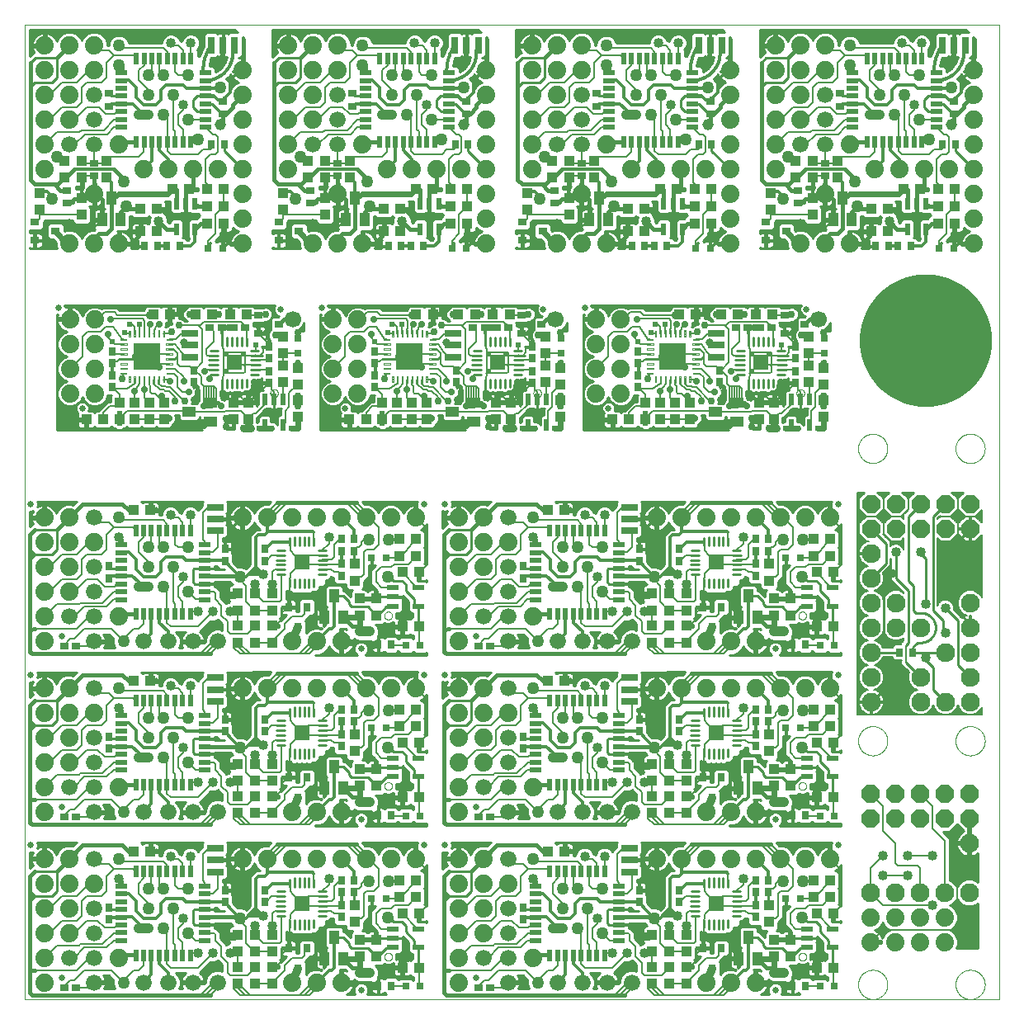
<source format=gtl>
G75*
%MOIN*%
%OFA0B0*%
%FSLAX25Y25*%
%IPPOS*%
%LPD*%
%AMOC8*
5,1,8,0,0,1.08239X$1,22.5*
%
%ADD10C,0.00394*%
%ADD11C,0.00000*%
%ADD12C,0.30000*%
%ADD13R,0.04331X0.03937*%
%ADD14R,0.03937X0.04331*%
%ADD15R,0.02913X0.03642*%
%ADD16R,0.06693X0.02756*%
%ADD17R,0.03150X0.03543*%
%ADD18R,0.03937X0.05512*%
%ADD19R,0.04724X0.02165*%
%ADD20R,0.03150X0.03150*%
%ADD21C,0.07400*%
%ADD22C,0.06600*%
%ADD23R,0.03642X0.02913*%
%ADD24R,0.05000X0.02200*%
%ADD25R,0.02200X0.05000*%
%ADD26C,0.01000*%
%ADD27R,0.06400X0.06400*%
%ADD28C,0.02500*%
%ADD29R,0.02756X0.03543*%
%ADD30R,0.03543X0.02756*%
%ADD31R,0.02756X0.06693*%
%ADD32R,0.03543X0.03150*%
%ADD33R,0.02165X0.04724*%
%ADD34R,0.05512X0.03937*%
%ADD35C,0.00492*%
%ADD36R,0.10827X0.10827*%
%ADD37C,0.06693*%
%ADD38OC8,0.07400*%
%ADD39C,0.07600*%
%ADD40C,0.04000*%
%ADD41C,0.01200*%
%ADD42C,0.04000*%
%ADD43C,0.00800*%
%ADD44C,0.01600*%
%ADD45C,0.03200*%
%ADD46C,0.03200*%
%ADD47C,0.05000*%
%ADD48C,0.01500*%
%ADD49C,0.02400*%
%ADD50C,0.00600*%
%ADD51C,0.00700*%
%ADD52C,0.04200*%
%ADD53C,0.04600*%
%ADD54C,0.00500*%
%ADD55C,0.03000*%
%ADD56C,0.02450*%
%ADD57C,0.02800*%
%ADD58C,0.03400*%
%ADD59C,0.02400*%
%ADD60C,0.03000*%
D10*
X0004937Y0004937D02*
X0398638Y0004937D01*
X0398638Y0398638D01*
X0004937Y0398638D01*
X0004937Y0004937D01*
D11*
X0150118Y0022063D02*
X0150120Y0022142D01*
X0150126Y0022221D01*
X0150136Y0022300D01*
X0150150Y0022378D01*
X0150167Y0022455D01*
X0150189Y0022531D01*
X0150214Y0022606D01*
X0150244Y0022679D01*
X0150276Y0022751D01*
X0150313Y0022822D01*
X0150353Y0022890D01*
X0150396Y0022956D01*
X0150442Y0023020D01*
X0150492Y0023082D01*
X0150545Y0023141D01*
X0150600Y0023197D01*
X0150659Y0023251D01*
X0150720Y0023301D01*
X0150783Y0023349D01*
X0150849Y0023393D01*
X0150917Y0023434D01*
X0150987Y0023471D01*
X0151058Y0023505D01*
X0151132Y0023535D01*
X0151206Y0023561D01*
X0151282Y0023583D01*
X0151359Y0023602D01*
X0151437Y0023617D01*
X0151515Y0023628D01*
X0151594Y0023635D01*
X0151673Y0023638D01*
X0151752Y0023637D01*
X0151831Y0023632D01*
X0151910Y0023623D01*
X0151988Y0023610D01*
X0152065Y0023593D01*
X0152142Y0023573D01*
X0152217Y0023548D01*
X0152291Y0023520D01*
X0152364Y0023488D01*
X0152434Y0023453D01*
X0152503Y0023414D01*
X0152570Y0023371D01*
X0152635Y0023325D01*
X0152697Y0023277D01*
X0152757Y0023225D01*
X0152814Y0023170D01*
X0152868Y0023112D01*
X0152919Y0023052D01*
X0152967Y0022989D01*
X0153012Y0022924D01*
X0153054Y0022856D01*
X0153092Y0022787D01*
X0153126Y0022716D01*
X0153157Y0022643D01*
X0153185Y0022568D01*
X0153208Y0022493D01*
X0153228Y0022416D01*
X0153244Y0022339D01*
X0153256Y0022260D01*
X0153264Y0022182D01*
X0153268Y0022103D01*
X0153268Y0022023D01*
X0153264Y0021944D01*
X0153256Y0021866D01*
X0153244Y0021787D01*
X0153228Y0021710D01*
X0153208Y0021633D01*
X0153185Y0021558D01*
X0153157Y0021483D01*
X0153126Y0021410D01*
X0153092Y0021339D01*
X0153054Y0021270D01*
X0153012Y0021202D01*
X0152967Y0021137D01*
X0152919Y0021074D01*
X0152868Y0021014D01*
X0152814Y0020956D01*
X0152757Y0020901D01*
X0152697Y0020849D01*
X0152635Y0020801D01*
X0152570Y0020755D01*
X0152503Y0020712D01*
X0152434Y0020673D01*
X0152364Y0020638D01*
X0152291Y0020606D01*
X0152217Y0020578D01*
X0152142Y0020553D01*
X0152065Y0020533D01*
X0151988Y0020516D01*
X0151910Y0020503D01*
X0151831Y0020494D01*
X0151752Y0020489D01*
X0151673Y0020488D01*
X0151594Y0020491D01*
X0151515Y0020498D01*
X0151437Y0020509D01*
X0151359Y0020524D01*
X0151282Y0020543D01*
X0151206Y0020565D01*
X0151132Y0020591D01*
X0151058Y0020621D01*
X0150987Y0020655D01*
X0150917Y0020692D01*
X0150849Y0020733D01*
X0150783Y0020777D01*
X0150720Y0020825D01*
X0150659Y0020875D01*
X0150600Y0020929D01*
X0150545Y0020985D01*
X0150492Y0021044D01*
X0150442Y0021106D01*
X0150396Y0021170D01*
X0150353Y0021236D01*
X0150313Y0021304D01*
X0150276Y0021375D01*
X0150244Y0021447D01*
X0150214Y0021520D01*
X0150189Y0021595D01*
X0150167Y0021671D01*
X0150150Y0021748D01*
X0150136Y0021826D01*
X0150126Y0021905D01*
X0150120Y0021984D01*
X0150118Y0022063D01*
X0150118Y0090961D02*
X0150120Y0091040D01*
X0150126Y0091119D01*
X0150136Y0091198D01*
X0150150Y0091276D01*
X0150167Y0091353D01*
X0150189Y0091429D01*
X0150214Y0091504D01*
X0150244Y0091577D01*
X0150276Y0091649D01*
X0150313Y0091720D01*
X0150353Y0091788D01*
X0150396Y0091854D01*
X0150442Y0091918D01*
X0150492Y0091980D01*
X0150545Y0092039D01*
X0150600Y0092095D01*
X0150659Y0092149D01*
X0150720Y0092199D01*
X0150783Y0092247D01*
X0150849Y0092291D01*
X0150917Y0092332D01*
X0150987Y0092369D01*
X0151058Y0092403D01*
X0151132Y0092433D01*
X0151206Y0092459D01*
X0151282Y0092481D01*
X0151359Y0092500D01*
X0151437Y0092515D01*
X0151515Y0092526D01*
X0151594Y0092533D01*
X0151673Y0092536D01*
X0151752Y0092535D01*
X0151831Y0092530D01*
X0151910Y0092521D01*
X0151988Y0092508D01*
X0152065Y0092491D01*
X0152142Y0092471D01*
X0152217Y0092446D01*
X0152291Y0092418D01*
X0152364Y0092386D01*
X0152434Y0092351D01*
X0152503Y0092312D01*
X0152570Y0092269D01*
X0152635Y0092223D01*
X0152697Y0092175D01*
X0152757Y0092123D01*
X0152814Y0092068D01*
X0152868Y0092010D01*
X0152919Y0091950D01*
X0152967Y0091887D01*
X0153012Y0091822D01*
X0153054Y0091754D01*
X0153092Y0091685D01*
X0153126Y0091614D01*
X0153157Y0091541D01*
X0153185Y0091466D01*
X0153208Y0091391D01*
X0153228Y0091314D01*
X0153244Y0091237D01*
X0153256Y0091158D01*
X0153264Y0091080D01*
X0153268Y0091001D01*
X0153268Y0090921D01*
X0153264Y0090842D01*
X0153256Y0090764D01*
X0153244Y0090685D01*
X0153228Y0090608D01*
X0153208Y0090531D01*
X0153185Y0090456D01*
X0153157Y0090381D01*
X0153126Y0090308D01*
X0153092Y0090237D01*
X0153054Y0090168D01*
X0153012Y0090100D01*
X0152967Y0090035D01*
X0152919Y0089972D01*
X0152868Y0089912D01*
X0152814Y0089854D01*
X0152757Y0089799D01*
X0152697Y0089747D01*
X0152635Y0089699D01*
X0152570Y0089653D01*
X0152503Y0089610D01*
X0152434Y0089571D01*
X0152364Y0089536D01*
X0152291Y0089504D01*
X0152217Y0089476D01*
X0152142Y0089451D01*
X0152065Y0089431D01*
X0151988Y0089414D01*
X0151910Y0089401D01*
X0151831Y0089392D01*
X0151752Y0089387D01*
X0151673Y0089386D01*
X0151594Y0089389D01*
X0151515Y0089396D01*
X0151437Y0089407D01*
X0151359Y0089422D01*
X0151282Y0089441D01*
X0151206Y0089463D01*
X0151132Y0089489D01*
X0151058Y0089519D01*
X0150987Y0089553D01*
X0150917Y0089590D01*
X0150849Y0089631D01*
X0150783Y0089675D01*
X0150720Y0089723D01*
X0150659Y0089773D01*
X0150600Y0089827D01*
X0150545Y0089883D01*
X0150492Y0089942D01*
X0150442Y0090004D01*
X0150396Y0090068D01*
X0150353Y0090134D01*
X0150313Y0090202D01*
X0150276Y0090273D01*
X0150244Y0090345D01*
X0150214Y0090418D01*
X0150189Y0090493D01*
X0150167Y0090569D01*
X0150150Y0090646D01*
X0150136Y0090724D01*
X0150126Y0090803D01*
X0150120Y0090882D01*
X0150118Y0090961D01*
X0150118Y0159858D02*
X0150120Y0159937D01*
X0150126Y0160016D01*
X0150136Y0160095D01*
X0150150Y0160173D01*
X0150167Y0160250D01*
X0150189Y0160326D01*
X0150214Y0160401D01*
X0150244Y0160474D01*
X0150276Y0160546D01*
X0150313Y0160617D01*
X0150353Y0160685D01*
X0150396Y0160751D01*
X0150442Y0160815D01*
X0150492Y0160877D01*
X0150545Y0160936D01*
X0150600Y0160992D01*
X0150659Y0161046D01*
X0150720Y0161096D01*
X0150783Y0161144D01*
X0150849Y0161188D01*
X0150917Y0161229D01*
X0150987Y0161266D01*
X0151058Y0161300D01*
X0151132Y0161330D01*
X0151206Y0161356D01*
X0151282Y0161378D01*
X0151359Y0161397D01*
X0151437Y0161412D01*
X0151515Y0161423D01*
X0151594Y0161430D01*
X0151673Y0161433D01*
X0151752Y0161432D01*
X0151831Y0161427D01*
X0151910Y0161418D01*
X0151988Y0161405D01*
X0152065Y0161388D01*
X0152142Y0161368D01*
X0152217Y0161343D01*
X0152291Y0161315D01*
X0152364Y0161283D01*
X0152434Y0161248D01*
X0152503Y0161209D01*
X0152570Y0161166D01*
X0152635Y0161120D01*
X0152697Y0161072D01*
X0152757Y0161020D01*
X0152814Y0160965D01*
X0152868Y0160907D01*
X0152919Y0160847D01*
X0152967Y0160784D01*
X0153012Y0160719D01*
X0153054Y0160651D01*
X0153092Y0160582D01*
X0153126Y0160511D01*
X0153157Y0160438D01*
X0153185Y0160363D01*
X0153208Y0160288D01*
X0153228Y0160211D01*
X0153244Y0160134D01*
X0153256Y0160055D01*
X0153264Y0159977D01*
X0153268Y0159898D01*
X0153268Y0159818D01*
X0153264Y0159739D01*
X0153256Y0159661D01*
X0153244Y0159582D01*
X0153228Y0159505D01*
X0153208Y0159428D01*
X0153185Y0159353D01*
X0153157Y0159278D01*
X0153126Y0159205D01*
X0153092Y0159134D01*
X0153054Y0159065D01*
X0153012Y0158997D01*
X0152967Y0158932D01*
X0152919Y0158869D01*
X0152868Y0158809D01*
X0152814Y0158751D01*
X0152757Y0158696D01*
X0152697Y0158644D01*
X0152635Y0158596D01*
X0152570Y0158550D01*
X0152503Y0158507D01*
X0152434Y0158468D01*
X0152364Y0158433D01*
X0152291Y0158401D01*
X0152217Y0158373D01*
X0152142Y0158348D01*
X0152065Y0158328D01*
X0151988Y0158311D01*
X0151910Y0158298D01*
X0151831Y0158289D01*
X0151752Y0158284D01*
X0151673Y0158283D01*
X0151594Y0158286D01*
X0151515Y0158293D01*
X0151437Y0158304D01*
X0151359Y0158319D01*
X0151282Y0158338D01*
X0151206Y0158360D01*
X0151132Y0158386D01*
X0151058Y0158416D01*
X0150987Y0158450D01*
X0150917Y0158487D01*
X0150849Y0158528D01*
X0150783Y0158572D01*
X0150720Y0158620D01*
X0150659Y0158670D01*
X0150600Y0158724D01*
X0150545Y0158780D01*
X0150492Y0158839D01*
X0150442Y0158901D01*
X0150396Y0158965D01*
X0150353Y0159031D01*
X0150313Y0159099D01*
X0150276Y0159170D01*
X0150244Y0159242D01*
X0150214Y0159315D01*
X0150189Y0159390D01*
X0150167Y0159466D01*
X0150150Y0159543D01*
X0150136Y0159621D01*
X0150126Y0159700D01*
X0150120Y0159779D01*
X0150118Y0159858D01*
X0104039Y0249709D02*
X0104041Y0249788D01*
X0104047Y0249867D01*
X0104057Y0249946D01*
X0104071Y0250024D01*
X0104088Y0250101D01*
X0104110Y0250177D01*
X0104135Y0250252D01*
X0104165Y0250325D01*
X0104197Y0250397D01*
X0104234Y0250468D01*
X0104274Y0250536D01*
X0104317Y0250602D01*
X0104363Y0250666D01*
X0104413Y0250728D01*
X0104466Y0250787D01*
X0104521Y0250843D01*
X0104580Y0250897D01*
X0104641Y0250947D01*
X0104704Y0250995D01*
X0104770Y0251039D01*
X0104838Y0251080D01*
X0104908Y0251117D01*
X0104979Y0251151D01*
X0105053Y0251181D01*
X0105127Y0251207D01*
X0105203Y0251229D01*
X0105280Y0251248D01*
X0105358Y0251263D01*
X0105436Y0251274D01*
X0105515Y0251281D01*
X0105594Y0251284D01*
X0105673Y0251283D01*
X0105752Y0251278D01*
X0105831Y0251269D01*
X0105909Y0251256D01*
X0105986Y0251239D01*
X0106063Y0251219D01*
X0106138Y0251194D01*
X0106212Y0251166D01*
X0106285Y0251134D01*
X0106355Y0251099D01*
X0106424Y0251060D01*
X0106491Y0251017D01*
X0106556Y0250971D01*
X0106618Y0250923D01*
X0106678Y0250871D01*
X0106735Y0250816D01*
X0106789Y0250758D01*
X0106840Y0250698D01*
X0106888Y0250635D01*
X0106933Y0250570D01*
X0106975Y0250502D01*
X0107013Y0250433D01*
X0107047Y0250362D01*
X0107078Y0250289D01*
X0107106Y0250214D01*
X0107129Y0250139D01*
X0107149Y0250062D01*
X0107165Y0249985D01*
X0107177Y0249906D01*
X0107185Y0249828D01*
X0107189Y0249749D01*
X0107189Y0249669D01*
X0107185Y0249590D01*
X0107177Y0249512D01*
X0107165Y0249433D01*
X0107149Y0249356D01*
X0107129Y0249279D01*
X0107106Y0249204D01*
X0107078Y0249129D01*
X0107047Y0249056D01*
X0107013Y0248985D01*
X0106975Y0248916D01*
X0106933Y0248848D01*
X0106888Y0248783D01*
X0106840Y0248720D01*
X0106789Y0248660D01*
X0106735Y0248602D01*
X0106678Y0248547D01*
X0106618Y0248495D01*
X0106556Y0248447D01*
X0106491Y0248401D01*
X0106424Y0248358D01*
X0106355Y0248319D01*
X0106285Y0248284D01*
X0106212Y0248252D01*
X0106138Y0248224D01*
X0106063Y0248199D01*
X0105986Y0248179D01*
X0105909Y0248162D01*
X0105831Y0248149D01*
X0105752Y0248140D01*
X0105673Y0248135D01*
X0105594Y0248134D01*
X0105515Y0248137D01*
X0105436Y0248144D01*
X0105358Y0248155D01*
X0105280Y0248170D01*
X0105203Y0248189D01*
X0105127Y0248211D01*
X0105053Y0248237D01*
X0104979Y0248267D01*
X0104908Y0248301D01*
X0104838Y0248338D01*
X0104770Y0248379D01*
X0104704Y0248423D01*
X0104641Y0248471D01*
X0104580Y0248521D01*
X0104521Y0248575D01*
X0104466Y0248631D01*
X0104413Y0248690D01*
X0104363Y0248752D01*
X0104317Y0248816D01*
X0104274Y0248882D01*
X0104234Y0248950D01*
X0104197Y0249021D01*
X0104165Y0249093D01*
X0104135Y0249166D01*
X0104110Y0249241D01*
X0104088Y0249317D01*
X0104071Y0249394D01*
X0104057Y0249472D01*
X0104047Y0249551D01*
X0104041Y0249630D01*
X0104039Y0249709D01*
X0210338Y0249709D02*
X0210340Y0249788D01*
X0210346Y0249867D01*
X0210356Y0249946D01*
X0210370Y0250024D01*
X0210387Y0250101D01*
X0210409Y0250177D01*
X0210434Y0250252D01*
X0210464Y0250325D01*
X0210496Y0250397D01*
X0210533Y0250468D01*
X0210573Y0250536D01*
X0210616Y0250602D01*
X0210662Y0250666D01*
X0210712Y0250728D01*
X0210765Y0250787D01*
X0210820Y0250843D01*
X0210879Y0250897D01*
X0210940Y0250947D01*
X0211003Y0250995D01*
X0211069Y0251039D01*
X0211137Y0251080D01*
X0211207Y0251117D01*
X0211278Y0251151D01*
X0211352Y0251181D01*
X0211426Y0251207D01*
X0211502Y0251229D01*
X0211579Y0251248D01*
X0211657Y0251263D01*
X0211735Y0251274D01*
X0211814Y0251281D01*
X0211893Y0251284D01*
X0211972Y0251283D01*
X0212051Y0251278D01*
X0212130Y0251269D01*
X0212208Y0251256D01*
X0212285Y0251239D01*
X0212362Y0251219D01*
X0212437Y0251194D01*
X0212511Y0251166D01*
X0212584Y0251134D01*
X0212654Y0251099D01*
X0212723Y0251060D01*
X0212790Y0251017D01*
X0212855Y0250971D01*
X0212917Y0250923D01*
X0212977Y0250871D01*
X0213034Y0250816D01*
X0213088Y0250758D01*
X0213139Y0250698D01*
X0213187Y0250635D01*
X0213232Y0250570D01*
X0213274Y0250502D01*
X0213312Y0250433D01*
X0213346Y0250362D01*
X0213377Y0250289D01*
X0213405Y0250214D01*
X0213428Y0250139D01*
X0213448Y0250062D01*
X0213464Y0249985D01*
X0213476Y0249906D01*
X0213484Y0249828D01*
X0213488Y0249749D01*
X0213488Y0249669D01*
X0213484Y0249590D01*
X0213476Y0249512D01*
X0213464Y0249433D01*
X0213448Y0249356D01*
X0213428Y0249279D01*
X0213405Y0249204D01*
X0213377Y0249129D01*
X0213346Y0249056D01*
X0213312Y0248985D01*
X0213274Y0248916D01*
X0213232Y0248848D01*
X0213187Y0248783D01*
X0213139Y0248720D01*
X0213088Y0248660D01*
X0213034Y0248602D01*
X0212977Y0248547D01*
X0212917Y0248495D01*
X0212855Y0248447D01*
X0212790Y0248401D01*
X0212723Y0248358D01*
X0212654Y0248319D01*
X0212584Y0248284D01*
X0212511Y0248252D01*
X0212437Y0248224D01*
X0212362Y0248199D01*
X0212285Y0248179D01*
X0212208Y0248162D01*
X0212130Y0248149D01*
X0212051Y0248140D01*
X0211972Y0248135D01*
X0211893Y0248134D01*
X0211814Y0248137D01*
X0211735Y0248144D01*
X0211657Y0248155D01*
X0211579Y0248170D01*
X0211502Y0248189D01*
X0211426Y0248211D01*
X0211352Y0248237D01*
X0211278Y0248267D01*
X0211207Y0248301D01*
X0211137Y0248338D01*
X0211069Y0248379D01*
X0211003Y0248423D01*
X0210940Y0248471D01*
X0210879Y0248521D01*
X0210820Y0248575D01*
X0210765Y0248631D01*
X0210712Y0248690D01*
X0210662Y0248752D01*
X0210616Y0248816D01*
X0210573Y0248882D01*
X0210533Y0248950D01*
X0210496Y0249021D01*
X0210464Y0249093D01*
X0210434Y0249166D01*
X0210409Y0249241D01*
X0210387Y0249317D01*
X0210370Y0249394D01*
X0210356Y0249472D01*
X0210346Y0249551D01*
X0210340Y0249630D01*
X0210338Y0249709D01*
X0316638Y0249709D02*
X0316640Y0249788D01*
X0316646Y0249867D01*
X0316656Y0249946D01*
X0316670Y0250024D01*
X0316687Y0250101D01*
X0316709Y0250177D01*
X0316734Y0250252D01*
X0316764Y0250325D01*
X0316796Y0250397D01*
X0316833Y0250468D01*
X0316873Y0250536D01*
X0316916Y0250602D01*
X0316962Y0250666D01*
X0317012Y0250728D01*
X0317065Y0250787D01*
X0317120Y0250843D01*
X0317179Y0250897D01*
X0317240Y0250947D01*
X0317303Y0250995D01*
X0317369Y0251039D01*
X0317437Y0251080D01*
X0317507Y0251117D01*
X0317578Y0251151D01*
X0317652Y0251181D01*
X0317726Y0251207D01*
X0317802Y0251229D01*
X0317879Y0251248D01*
X0317957Y0251263D01*
X0318035Y0251274D01*
X0318114Y0251281D01*
X0318193Y0251284D01*
X0318272Y0251283D01*
X0318351Y0251278D01*
X0318430Y0251269D01*
X0318508Y0251256D01*
X0318585Y0251239D01*
X0318662Y0251219D01*
X0318737Y0251194D01*
X0318811Y0251166D01*
X0318884Y0251134D01*
X0318954Y0251099D01*
X0319023Y0251060D01*
X0319090Y0251017D01*
X0319155Y0250971D01*
X0319217Y0250923D01*
X0319277Y0250871D01*
X0319334Y0250816D01*
X0319388Y0250758D01*
X0319439Y0250698D01*
X0319487Y0250635D01*
X0319532Y0250570D01*
X0319574Y0250502D01*
X0319612Y0250433D01*
X0319646Y0250362D01*
X0319677Y0250289D01*
X0319705Y0250214D01*
X0319728Y0250139D01*
X0319748Y0250062D01*
X0319764Y0249985D01*
X0319776Y0249906D01*
X0319784Y0249828D01*
X0319788Y0249749D01*
X0319788Y0249669D01*
X0319784Y0249590D01*
X0319776Y0249512D01*
X0319764Y0249433D01*
X0319748Y0249356D01*
X0319728Y0249279D01*
X0319705Y0249204D01*
X0319677Y0249129D01*
X0319646Y0249056D01*
X0319612Y0248985D01*
X0319574Y0248916D01*
X0319532Y0248848D01*
X0319487Y0248783D01*
X0319439Y0248720D01*
X0319388Y0248660D01*
X0319334Y0248602D01*
X0319277Y0248547D01*
X0319217Y0248495D01*
X0319155Y0248447D01*
X0319090Y0248401D01*
X0319023Y0248358D01*
X0318954Y0248319D01*
X0318884Y0248284D01*
X0318811Y0248252D01*
X0318737Y0248224D01*
X0318662Y0248199D01*
X0318585Y0248179D01*
X0318508Y0248162D01*
X0318430Y0248149D01*
X0318351Y0248140D01*
X0318272Y0248135D01*
X0318193Y0248134D01*
X0318114Y0248137D01*
X0318035Y0248144D01*
X0317957Y0248155D01*
X0317879Y0248170D01*
X0317802Y0248189D01*
X0317726Y0248211D01*
X0317652Y0248237D01*
X0317578Y0248267D01*
X0317507Y0248301D01*
X0317437Y0248338D01*
X0317369Y0248379D01*
X0317303Y0248423D01*
X0317240Y0248471D01*
X0317179Y0248521D01*
X0317120Y0248575D01*
X0317065Y0248631D01*
X0317012Y0248690D01*
X0316962Y0248752D01*
X0316916Y0248816D01*
X0316873Y0248882D01*
X0316833Y0248950D01*
X0316796Y0249021D01*
X0316764Y0249093D01*
X0316734Y0249166D01*
X0316709Y0249241D01*
X0316687Y0249317D01*
X0316670Y0249394D01*
X0316656Y0249472D01*
X0316646Y0249551D01*
X0316640Y0249630D01*
X0316638Y0249709D01*
X0341551Y0227378D02*
X0341553Y0227531D01*
X0341559Y0227685D01*
X0341569Y0227838D01*
X0341583Y0227990D01*
X0341601Y0228143D01*
X0341623Y0228294D01*
X0341648Y0228445D01*
X0341678Y0228596D01*
X0341712Y0228746D01*
X0341749Y0228894D01*
X0341790Y0229042D01*
X0341835Y0229188D01*
X0341884Y0229334D01*
X0341937Y0229478D01*
X0341993Y0229620D01*
X0342053Y0229761D01*
X0342117Y0229901D01*
X0342184Y0230039D01*
X0342255Y0230175D01*
X0342330Y0230309D01*
X0342407Y0230441D01*
X0342489Y0230571D01*
X0342573Y0230699D01*
X0342661Y0230825D01*
X0342752Y0230948D01*
X0342846Y0231069D01*
X0342944Y0231187D01*
X0343044Y0231303D01*
X0343148Y0231416D01*
X0343254Y0231527D01*
X0343363Y0231635D01*
X0343475Y0231740D01*
X0343589Y0231841D01*
X0343707Y0231940D01*
X0343826Y0232036D01*
X0343948Y0232129D01*
X0344073Y0232218D01*
X0344200Y0232305D01*
X0344329Y0232387D01*
X0344460Y0232467D01*
X0344593Y0232543D01*
X0344728Y0232616D01*
X0344865Y0232685D01*
X0345004Y0232750D01*
X0345144Y0232812D01*
X0345286Y0232870D01*
X0345429Y0232925D01*
X0345574Y0232976D01*
X0345720Y0233023D01*
X0345867Y0233066D01*
X0346015Y0233105D01*
X0346164Y0233141D01*
X0346314Y0233172D01*
X0346465Y0233200D01*
X0346616Y0233224D01*
X0346769Y0233244D01*
X0346921Y0233260D01*
X0347074Y0233272D01*
X0347227Y0233280D01*
X0347380Y0233284D01*
X0347534Y0233284D01*
X0347687Y0233280D01*
X0347840Y0233272D01*
X0347993Y0233260D01*
X0348145Y0233244D01*
X0348298Y0233224D01*
X0348449Y0233200D01*
X0348600Y0233172D01*
X0348750Y0233141D01*
X0348899Y0233105D01*
X0349047Y0233066D01*
X0349194Y0233023D01*
X0349340Y0232976D01*
X0349485Y0232925D01*
X0349628Y0232870D01*
X0349770Y0232812D01*
X0349910Y0232750D01*
X0350049Y0232685D01*
X0350186Y0232616D01*
X0350321Y0232543D01*
X0350454Y0232467D01*
X0350585Y0232387D01*
X0350714Y0232305D01*
X0350841Y0232218D01*
X0350966Y0232129D01*
X0351088Y0232036D01*
X0351207Y0231940D01*
X0351325Y0231841D01*
X0351439Y0231740D01*
X0351551Y0231635D01*
X0351660Y0231527D01*
X0351766Y0231416D01*
X0351870Y0231303D01*
X0351970Y0231187D01*
X0352068Y0231069D01*
X0352162Y0230948D01*
X0352253Y0230825D01*
X0352341Y0230699D01*
X0352425Y0230571D01*
X0352507Y0230441D01*
X0352584Y0230309D01*
X0352659Y0230175D01*
X0352730Y0230039D01*
X0352797Y0229901D01*
X0352861Y0229761D01*
X0352921Y0229620D01*
X0352977Y0229478D01*
X0353030Y0229334D01*
X0353079Y0229188D01*
X0353124Y0229042D01*
X0353165Y0228894D01*
X0353202Y0228746D01*
X0353236Y0228596D01*
X0353266Y0228445D01*
X0353291Y0228294D01*
X0353313Y0228143D01*
X0353331Y0227990D01*
X0353345Y0227838D01*
X0353355Y0227685D01*
X0353361Y0227531D01*
X0353363Y0227378D01*
X0353361Y0227225D01*
X0353355Y0227071D01*
X0353345Y0226918D01*
X0353331Y0226766D01*
X0353313Y0226613D01*
X0353291Y0226462D01*
X0353266Y0226311D01*
X0353236Y0226160D01*
X0353202Y0226010D01*
X0353165Y0225862D01*
X0353124Y0225714D01*
X0353079Y0225568D01*
X0353030Y0225422D01*
X0352977Y0225278D01*
X0352921Y0225136D01*
X0352861Y0224995D01*
X0352797Y0224855D01*
X0352730Y0224717D01*
X0352659Y0224581D01*
X0352584Y0224447D01*
X0352507Y0224315D01*
X0352425Y0224185D01*
X0352341Y0224057D01*
X0352253Y0223931D01*
X0352162Y0223808D01*
X0352068Y0223687D01*
X0351970Y0223569D01*
X0351870Y0223453D01*
X0351766Y0223340D01*
X0351660Y0223229D01*
X0351551Y0223121D01*
X0351439Y0223016D01*
X0351325Y0222915D01*
X0351207Y0222816D01*
X0351088Y0222720D01*
X0350966Y0222627D01*
X0350841Y0222538D01*
X0350714Y0222451D01*
X0350585Y0222369D01*
X0350454Y0222289D01*
X0350321Y0222213D01*
X0350186Y0222140D01*
X0350049Y0222071D01*
X0349910Y0222006D01*
X0349770Y0221944D01*
X0349628Y0221886D01*
X0349485Y0221831D01*
X0349340Y0221780D01*
X0349194Y0221733D01*
X0349047Y0221690D01*
X0348899Y0221651D01*
X0348750Y0221615D01*
X0348600Y0221584D01*
X0348449Y0221556D01*
X0348298Y0221532D01*
X0348145Y0221512D01*
X0347993Y0221496D01*
X0347840Y0221484D01*
X0347687Y0221476D01*
X0347534Y0221472D01*
X0347380Y0221472D01*
X0347227Y0221476D01*
X0347074Y0221484D01*
X0346921Y0221496D01*
X0346769Y0221512D01*
X0346616Y0221532D01*
X0346465Y0221556D01*
X0346314Y0221584D01*
X0346164Y0221615D01*
X0346015Y0221651D01*
X0345867Y0221690D01*
X0345720Y0221733D01*
X0345574Y0221780D01*
X0345429Y0221831D01*
X0345286Y0221886D01*
X0345144Y0221944D01*
X0345004Y0222006D01*
X0344865Y0222071D01*
X0344728Y0222140D01*
X0344593Y0222213D01*
X0344460Y0222289D01*
X0344329Y0222369D01*
X0344200Y0222451D01*
X0344073Y0222538D01*
X0343948Y0222627D01*
X0343826Y0222720D01*
X0343707Y0222816D01*
X0343589Y0222915D01*
X0343475Y0223016D01*
X0343363Y0223121D01*
X0343254Y0223229D01*
X0343148Y0223340D01*
X0343044Y0223453D01*
X0342944Y0223569D01*
X0342846Y0223687D01*
X0342752Y0223808D01*
X0342661Y0223931D01*
X0342573Y0224057D01*
X0342489Y0224185D01*
X0342407Y0224315D01*
X0342330Y0224447D01*
X0342255Y0224581D01*
X0342184Y0224717D01*
X0342117Y0224855D01*
X0342053Y0224995D01*
X0341993Y0225136D01*
X0341937Y0225278D01*
X0341884Y0225422D01*
X0341835Y0225568D01*
X0341790Y0225714D01*
X0341749Y0225862D01*
X0341712Y0226010D01*
X0341678Y0226160D01*
X0341648Y0226311D01*
X0341623Y0226462D01*
X0341601Y0226613D01*
X0341583Y0226766D01*
X0341569Y0226918D01*
X0341559Y0227071D01*
X0341553Y0227225D01*
X0341551Y0227378D01*
X0380921Y0227378D02*
X0380923Y0227531D01*
X0380929Y0227685D01*
X0380939Y0227838D01*
X0380953Y0227990D01*
X0380971Y0228143D01*
X0380993Y0228294D01*
X0381018Y0228445D01*
X0381048Y0228596D01*
X0381082Y0228746D01*
X0381119Y0228894D01*
X0381160Y0229042D01*
X0381205Y0229188D01*
X0381254Y0229334D01*
X0381307Y0229478D01*
X0381363Y0229620D01*
X0381423Y0229761D01*
X0381487Y0229901D01*
X0381554Y0230039D01*
X0381625Y0230175D01*
X0381700Y0230309D01*
X0381777Y0230441D01*
X0381859Y0230571D01*
X0381943Y0230699D01*
X0382031Y0230825D01*
X0382122Y0230948D01*
X0382216Y0231069D01*
X0382314Y0231187D01*
X0382414Y0231303D01*
X0382518Y0231416D01*
X0382624Y0231527D01*
X0382733Y0231635D01*
X0382845Y0231740D01*
X0382959Y0231841D01*
X0383077Y0231940D01*
X0383196Y0232036D01*
X0383318Y0232129D01*
X0383443Y0232218D01*
X0383570Y0232305D01*
X0383699Y0232387D01*
X0383830Y0232467D01*
X0383963Y0232543D01*
X0384098Y0232616D01*
X0384235Y0232685D01*
X0384374Y0232750D01*
X0384514Y0232812D01*
X0384656Y0232870D01*
X0384799Y0232925D01*
X0384944Y0232976D01*
X0385090Y0233023D01*
X0385237Y0233066D01*
X0385385Y0233105D01*
X0385534Y0233141D01*
X0385684Y0233172D01*
X0385835Y0233200D01*
X0385986Y0233224D01*
X0386139Y0233244D01*
X0386291Y0233260D01*
X0386444Y0233272D01*
X0386597Y0233280D01*
X0386750Y0233284D01*
X0386904Y0233284D01*
X0387057Y0233280D01*
X0387210Y0233272D01*
X0387363Y0233260D01*
X0387515Y0233244D01*
X0387668Y0233224D01*
X0387819Y0233200D01*
X0387970Y0233172D01*
X0388120Y0233141D01*
X0388269Y0233105D01*
X0388417Y0233066D01*
X0388564Y0233023D01*
X0388710Y0232976D01*
X0388855Y0232925D01*
X0388998Y0232870D01*
X0389140Y0232812D01*
X0389280Y0232750D01*
X0389419Y0232685D01*
X0389556Y0232616D01*
X0389691Y0232543D01*
X0389824Y0232467D01*
X0389955Y0232387D01*
X0390084Y0232305D01*
X0390211Y0232218D01*
X0390336Y0232129D01*
X0390458Y0232036D01*
X0390577Y0231940D01*
X0390695Y0231841D01*
X0390809Y0231740D01*
X0390921Y0231635D01*
X0391030Y0231527D01*
X0391136Y0231416D01*
X0391240Y0231303D01*
X0391340Y0231187D01*
X0391438Y0231069D01*
X0391532Y0230948D01*
X0391623Y0230825D01*
X0391711Y0230699D01*
X0391795Y0230571D01*
X0391877Y0230441D01*
X0391954Y0230309D01*
X0392029Y0230175D01*
X0392100Y0230039D01*
X0392167Y0229901D01*
X0392231Y0229761D01*
X0392291Y0229620D01*
X0392347Y0229478D01*
X0392400Y0229334D01*
X0392449Y0229188D01*
X0392494Y0229042D01*
X0392535Y0228894D01*
X0392572Y0228746D01*
X0392606Y0228596D01*
X0392636Y0228445D01*
X0392661Y0228294D01*
X0392683Y0228143D01*
X0392701Y0227990D01*
X0392715Y0227838D01*
X0392725Y0227685D01*
X0392731Y0227531D01*
X0392733Y0227378D01*
X0392731Y0227225D01*
X0392725Y0227071D01*
X0392715Y0226918D01*
X0392701Y0226766D01*
X0392683Y0226613D01*
X0392661Y0226462D01*
X0392636Y0226311D01*
X0392606Y0226160D01*
X0392572Y0226010D01*
X0392535Y0225862D01*
X0392494Y0225714D01*
X0392449Y0225568D01*
X0392400Y0225422D01*
X0392347Y0225278D01*
X0392291Y0225136D01*
X0392231Y0224995D01*
X0392167Y0224855D01*
X0392100Y0224717D01*
X0392029Y0224581D01*
X0391954Y0224447D01*
X0391877Y0224315D01*
X0391795Y0224185D01*
X0391711Y0224057D01*
X0391623Y0223931D01*
X0391532Y0223808D01*
X0391438Y0223687D01*
X0391340Y0223569D01*
X0391240Y0223453D01*
X0391136Y0223340D01*
X0391030Y0223229D01*
X0390921Y0223121D01*
X0390809Y0223016D01*
X0390695Y0222915D01*
X0390577Y0222816D01*
X0390458Y0222720D01*
X0390336Y0222627D01*
X0390211Y0222538D01*
X0390084Y0222451D01*
X0389955Y0222369D01*
X0389824Y0222289D01*
X0389691Y0222213D01*
X0389556Y0222140D01*
X0389419Y0222071D01*
X0389280Y0222006D01*
X0389140Y0221944D01*
X0388998Y0221886D01*
X0388855Y0221831D01*
X0388710Y0221780D01*
X0388564Y0221733D01*
X0388417Y0221690D01*
X0388269Y0221651D01*
X0388120Y0221615D01*
X0387970Y0221584D01*
X0387819Y0221556D01*
X0387668Y0221532D01*
X0387515Y0221512D01*
X0387363Y0221496D01*
X0387210Y0221484D01*
X0387057Y0221476D01*
X0386904Y0221472D01*
X0386750Y0221472D01*
X0386597Y0221476D01*
X0386444Y0221484D01*
X0386291Y0221496D01*
X0386139Y0221512D01*
X0385986Y0221532D01*
X0385835Y0221556D01*
X0385684Y0221584D01*
X0385534Y0221615D01*
X0385385Y0221651D01*
X0385237Y0221690D01*
X0385090Y0221733D01*
X0384944Y0221780D01*
X0384799Y0221831D01*
X0384656Y0221886D01*
X0384514Y0221944D01*
X0384374Y0222006D01*
X0384235Y0222071D01*
X0384098Y0222140D01*
X0383963Y0222213D01*
X0383830Y0222289D01*
X0383699Y0222369D01*
X0383570Y0222451D01*
X0383443Y0222538D01*
X0383318Y0222627D01*
X0383196Y0222720D01*
X0383077Y0222816D01*
X0382959Y0222915D01*
X0382845Y0223016D01*
X0382733Y0223121D01*
X0382624Y0223229D01*
X0382518Y0223340D01*
X0382414Y0223453D01*
X0382314Y0223569D01*
X0382216Y0223687D01*
X0382122Y0223808D01*
X0382031Y0223931D01*
X0381943Y0224057D01*
X0381859Y0224185D01*
X0381777Y0224315D01*
X0381700Y0224447D01*
X0381625Y0224581D01*
X0381554Y0224717D01*
X0381487Y0224855D01*
X0381423Y0224995D01*
X0381363Y0225136D01*
X0381307Y0225278D01*
X0381254Y0225422D01*
X0381205Y0225568D01*
X0381160Y0225714D01*
X0381119Y0225862D01*
X0381082Y0226010D01*
X0381048Y0226160D01*
X0381018Y0226311D01*
X0380993Y0226462D01*
X0380971Y0226613D01*
X0380953Y0226766D01*
X0380939Y0226918D01*
X0380929Y0227071D01*
X0380923Y0227225D01*
X0380921Y0227378D01*
X0317441Y0159858D02*
X0317443Y0159937D01*
X0317449Y0160016D01*
X0317459Y0160095D01*
X0317473Y0160173D01*
X0317490Y0160250D01*
X0317512Y0160326D01*
X0317537Y0160401D01*
X0317567Y0160474D01*
X0317599Y0160546D01*
X0317636Y0160617D01*
X0317676Y0160685D01*
X0317719Y0160751D01*
X0317765Y0160815D01*
X0317815Y0160877D01*
X0317868Y0160936D01*
X0317923Y0160992D01*
X0317982Y0161046D01*
X0318043Y0161096D01*
X0318106Y0161144D01*
X0318172Y0161188D01*
X0318240Y0161229D01*
X0318310Y0161266D01*
X0318381Y0161300D01*
X0318455Y0161330D01*
X0318529Y0161356D01*
X0318605Y0161378D01*
X0318682Y0161397D01*
X0318760Y0161412D01*
X0318838Y0161423D01*
X0318917Y0161430D01*
X0318996Y0161433D01*
X0319075Y0161432D01*
X0319154Y0161427D01*
X0319233Y0161418D01*
X0319311Y0161405D01*
X0319388Y0161388D01*
X0319465Y0161368D01*
X0319540Y0161343D01*
X0319614Y0161315D01*
X0319687Y0161283D01*
X0319757Y0161248D01*
X0319826Y0161209D01*
X0319893Y0161166D01*
X0319958Y0161120D01*
X0320020Y0161072D01*
X0320080Y0161020D01*
X0320137Y0160965D01*
X0320191Y0160907D01*
X0320242Y0160847D01*
X0320290Y0160784D01*
X0320335Y0160719D01*
X0320377Y0160651D01*
X0320415Y0160582D01*
X0320449Y0160511D01*
X0320480Y0160438D01*
X0320508Y0160363D01*
X0320531Y0160288D01*
X0320551Y0160211D01*
X0320567Y0160134D01*
X0320579Y0160055D01*
X0320587Y0159977D01*
X0320591Y0159898D01*
X0320591Y0159818D01*
X0320587Y0159739D01*
X0320579Y0159661D01*
X0320567Y0159582D01*
X0320551Y0159505D01*
X0320531Y0159428D01*
X0320508Y0159353D01*
X0320480Y0159278D01*
X0320449Y0159205D01*
X0320415Y0159134D01*
X0320377Y0159065D01*
X0320335Y0158997D01*
X0320290Y0158932D01*
X0320242Y0158869D01*
X0320191Y0158809D01*
X0320137Y0158751D01*
X0320080Y0158696D01*
X0320020Y0158644D01*
X0319958Y0158596D01*
X0319893Y0158550D01*
X0319826Y0158507D01*
X0319757Y0158468D01*
X0319687Y0158433D01*
X0319614Y0158401D01*
X0319540Y0158373D01*
X0319465Y0158348D01*
X0319388Y0158328D01*
X0319311Y0158311D01*
X0319233Y0158298D01*
X0319154Y0158289D01*
X0319075Y0158284D01*
X0318996Y0158283D01*
X0318917Y0158286D01*
X0318838Y0158293D01*
X0318760Y0158304D01*
X0318682Y0158319D01*
X0318605Y0158338D01*
X0318529Y0158360D01*
X0318455Y0158386D01*
X0318381Y0158416D01*
X0318310Y0158450D01*
X0318240Y0158487D01*
X0318172Y0158528D01*
X0318106Y0158572D01*
X0318043Y0158620D01*
X0317982Y0158670D01*
X0317923Y0158724D01*
X0317868Y0158780D01*
X0317815Y0158839D01*
X0317765Y0158901D01*
X0317719Y0158965D01*
X0317676Y0159031D01*
X0317636Y0159099D01*
X0317599Y0159170D01*
X0317567Y0159242D01*
X0317537Y0159315D01*
X0317512Y0159390D01*
X0317490Y0159466D01*
X0317473Y0159543D01*
X0317459Y0159621D01*
X0317449Y0159700D01*
X0317443Y0159779D01*
X0317441Y0159858D01*
X0341551Y0109268D02*
X0341553Y0109421D01*
X0341559Y0109575D01*
X0341569Y0109728D01*
X0341583Y0109880D01*
X0341601Y0110033D01*
X0341623Y0110184D01*
X0341648Y0110335D01*
X0341678Y0110486D01*
X0341712Y0110636D01*
X0341749Y0110784D01*
X0341790Y0110932D01*
X0341835Y0111078D01*
X0341884Y0111224D01*
X0341937Y0111368D01*
X0341993Y0111510D01*
X0342053Y0111651D01*
X0342117Y0111791D01*
X0342184Y0111929D01*
X0342255Y0112065D01*
X0342330Y0112199D01*
X0342407Y0112331D01*
X0342489Y0112461D01*
X0342573Y0112589D01*
X0342661Y0112715D01*
X0342752Y0112838D01*
X0342846Y0112959D01*
X0342944Y0113077D01*
X0343044Y0113193D01*
X0343148Y0113306D01*
X0343254Y0113417D01*
X0343363Y0113525D01*
X0343475Y0113630D01*
X0343589Y0113731D01*
X0343707Y0113830D01*
X0343826Y0113926D01*
X0343948Y0114019D01*
X0344073Y0114108D01*
X0344200Y0114195D01*
X0344329Y0114277D01*
X0344460Y0114357D01*
X0344593Y0114433D01*
X0344728Y0114506D01*
X0344865Y0114575D01*
X0345004Y0114640D01*
X0345144Y0114702D01*
X0345286Y0114760D01*
X0345429Y0114815D01*
X0345574Y0114866D01*
X0345720Y0114913D01*
X0345867Y0114956D01*
X0346015Y0114995D01*
X0346164Y0115031D01*
X0346314Y0115062D01*
X0346465Y0115090D01*
X0346616Y0115114D01*
X0346769Y0115134D01*
X0346921Y0115150D01*
X0347074Y0115162D01*
X0347227Y0115170D01*
X0347380Y0115174D01*
X0347534Y0115174D01*
X0347687Y0115170D01*
X0347840Y0115162D01*
X0347993Y0115150D01*
X0348145Y0115134D01*
X0348298Y0115114D01*
X0348449Y0115090D01*
X0348600Y0115062D01*
X0348750Y0115031D01*
X0348899Y0114995D01*
X0349047Y0114956D01*
X0349194Y0114913D01*
X0349340Y0114866D01*
X0349485Y0114815D01*
X0349628Y0114760D01*
X0349770Y0114702D01*
X0349910Y0114640D01*
X0350049Y0114575D01*
X0350186Y0114506D01*
X0350321Y0114433D01*
X0350454Y0114357D01*
X0350585Y0114277D01*
X0350714Y0114195D01*
X0350841Y0114108D01*
X0350966Y0114019D01*
X0351088Y0113926D01*
X0351207Y0113830D01*
X0351325Y0113731D01*
X0351439Y0113630D01*
X0351551Y0113525D01*
X0351660Y0113417D01*
X0351766Y0113306D01*
X0351870Y0113193D01*
X0351970Y0113077D01*
X0352068Y0112959D01*
X0352162Y0112838D01*
X0352253Y0112715D01*
X0352341Y0112589D01*
X0352425Y0112461D01*
X0352507Y0112331D01*
X0352584Y0112199D01*
X0352659Y0112065D01*
X0352730Y0111929D01*
X0352797Y0111791D01*
X0352861Y0111651D01*
X0352921Y0111510D01*
X0352977Y0111368D01*
X0353030Y0111224D01*
X0353079Y0111078D01*
X0353124Y0110932D01*
X0353165Y0110784D01*
X0353202Y0110636D01*
X0353236Y0110486D01*
X0353266Y0110335D01*
X0353291Y0110184D01*
X0353313Y0110033D01*
X0353331Y0109880D01*
X0353345Y0109728D01*
X0353355Y0109575D01*
X0353361Y0109421D01*
X0353363Y0109268D01*
X0353361Y0109115D01*
X0353355Y0108961D01*
X0353345Y0108808D01*
X0353331Y0108656D01*
X0353313Y0108503D01*
X0353291Y0108352D01*
X0353266Y0108201D01*
X0353236Y0108050D01*
X0353202Y0107900D01*
X0353165Y0107752D01*
X0353124Y0107604D01*
X0353079Y0107458D01*
X0353030Y0107312D01*
X0352977Y0107168D01*
X0352921Y0107026D01*
X0352861Y0106885D01*
X0352797Y0106745D01*
X0352730Y0106607D01*
X0352659Y0106471D01*
X0352584Y0106337D01*
X0352507Y0106205D01*
X0352425Y0106075D01*
X0352341Y0105947D01*
X0352253Y0105821D01*
X0352162Y0105698D01*
X0352068Y0105577D01*
X0351970Y0105459D01*
X0351870Y0105343D01*
X0351766Y0105230D01*
X0351660Y0105119D01*
X0351551Y0105011D01*
X0351439Y0104906D01*
X0351325Y0104805D01*
X0351207Y0104706D01*
X0351088Y0104610D01*
X0350966Y0104517D01*
X0350841Y0104428D01*
X0350714Y0104341D01*
X0350585Y0104259D01*
X0350454Y0104179D01*
X0350321Y0104103D01*
X0350186Y0104030D01*
X0350049Y0103961D01*
X0349910Y0103896D01*
X0349770Y0103834D01*
X0349628Y0103776D01*
X0349485Y0103721D01*
X0349340Y0103670D01*
X0349194Y0103623D01*
X0349047Y0103580D01*
X0348899Y0103541D01*
X0348750Y0103505D01*
X0348600Y0103474D01*
X0348449Y0103446D01*
X0348298Y0103422D01*
X0348145Y0103402D01*
X0347993Y0103386D01*
X0347840Y0103374D01*
X0347687Y0103366D01*
X0347534Y0103362D01*
X0347380Y0103362D01*
X0347227Y0103366D01*
X0347074Y0103374D01*
X0346921Y0103386D01*
X0346769Y0103402D01*
X0346616Y0103422D01*
X0346465Y0103446D01*
X0346314Y0103474D01*
X0346164Y0103505D01*
X0346015Y0103541D01*
X0345867Y0103580D01*
X0345720Y0103623D01*
X0345574Y0103670D01*
X0345429Y0103721D01*
X0345286Y0103776D01*
X0345144Y0103834D01*
X0345004Y0103896D01*
X0344865Y0103961D01*
X0344728Y0104030D01*
X0344593Y0104103D01*
X0344460Y0104179D01*
X0344329Y0104259D01*
X0344200Y0104341D01*
X0344073Y0104428D01*
X0343948Y0104517D01*
X0343826Y0104610D01*
X0343707Y0104706D01*
X0343589Y0104805D01*
X0343475Y0104906D01*
X0343363Y0105011D01*
X0343254Y0105119D01*
X0343148Y0105230D01*
X0343044Y0105343D01*
X0342944Y0105459D01*
X0342846Y0105577D01*
X0342752Y0105698D01*
X0342661Y0105821D01*
X0342573Y0105947D01*
X0342489Y0106075D01*
X0342407Y0106205D01*
X0342330Y0106337D01*
X0342255Y0106471D01*
X0342184Y0106607D01*
X0342117Y0106745D01*
X0342053Y0106885D01*
X0341993Y0107026D01*
X0341937Y0107168D01*
X0341884Y0107312D01*
X0341835Y0107458D01*
X0341790Y0107604D01*
X0341749Y0107752D01*
X0341712Y0107900D01*
X0341678Y0108050D01*
X0341648Y0108201D01*
X0341623Y0108352D01*
X0341601Y0108503D01*
X0341583Y0108656D01*
X0341569Y0108808D01*
X0341559Y0108961D01*
X0341553Y0109115D01*
X0341551Y0109268D01*
X0317441Y0090961D02*
X0317443Y0091040D01*
X0317449Y0091119D01*
X0317459Y0091198D01*
X0317473Y0091276D01*
X0317490Y0091353D01*
X0317512Y0091429D01*
X0317537Y0091504D01*
X0317567Y0091577D01*
X0317599Y0091649D01*
X0317636Y0091720D01*
X0317676Y0091788D01*
X0317719Y0091854D01*
X0317765Y0091918D01*
X0317815Y0091980D01*
X0317868Y0092039D01*
X0317923Y0092095D01*
X0317982Y0092149D01*
X0318043Y0092199D01*
X0318106Y0092247D01*
X0318172Y0092291D01*
X0318240Y0092332D01*
X0318310Y0092369D01*
X0318381Y0092403D01*
X0318455Y0092433D01*
X0318529Y0092459D01*
X0318605Y0092481D01*
X0318682Y0092500D01*
X0318760Y0092515D01*
X0318838Y0092526D01*
X0318917Y0092533D01*
X0318996Y0092536D01*
X0319075Y0092535D01*
X0319154Y0092530D01*
X0319233Y0092521D01*
X0319311Y0092508D01*
X0319388Y0092491D01*
X0319465Y0092471D01*
X0319540Y0092446D01*
X0319614Y0092418D01*
X0319687Y0092386D01*
X0319757Y0092351D01*
X0319826Y0092312D01*
X0319893Y0092269D01*
X0319958Y0092223D01*
X0320020Y0092175D01*
X0320080Y0092123D01*
X0320137Y0092068D01*
X0320191Y0092010D01*
X0320242Y0091950D01*
X0320290Y0091887D01*
X0320335Y0091822D01*
X0320377Y0091754D01*
X0320415Y0091685D01*
X0320449Y0091614D01*
X0320480Y0091541D01*
X0320508Y0091466D01*
X0320531Y0091391D01*
X0320551Y0091314D01*
X0320567Y0091237D01*
X0320579Y0091158D01*
X0320587Y0091080D01*
X0320591Y0091001D01*
X0320591Y0090921D01*
X0320587Y0090842D01*
X0320579Y0090764D01*
X0320567Y0090685D01*
X0320551Y0090608D01*
X0320531Y0090531D01*
X0320508Y0090456D01*
X0320480Y0090381D01*
X0320449Y0090308D01*
X0320415Y0090237D01*
X0320377Y0090168D01*
X0320335Y0090100D01*
X0320290Y0090035D01*
X0320242Y0089972D01*
X0320191Y0089912D01*
X0320137Y0089854D01*
X0320080Y0089799D01*
X0320020Y0089747D01*
X0319958Y0089699D01*
X0319893Y0089653D01*
X0319826Y0089610D01*
X0319757Y0089571D01*
X0319687Y0089536D01*
X0319614Y0089504D01*
X0319540Y0089476D01*
X0319465Y0089451D01*
X0319388Y0089431D01*
X0319311Y0089414D01*
X0319233Y0089401D01*
X0319154Y0089392D01*
X0319075Y0089387D01*
X0318996Y0089386D01*
X0318917Y0089389D01*
X0318838Y0089396D01*
X0318760Y0089407D01*
X0318682Y0089422D01*
X0318605Y0089441D01*
X0318529Y0089463D01*
X0318455Y0089489D01*
X0318381Y0089519D01*
X0318310Y0089553D01*
X0318240Y0089590D01*
X0318172Y0089631D01*
X0318106Y0089675D01*
X0318043Y0089723D01*
X0317982Y0089773D01*
X0317923Y0089827D01*
X0317868Y0089883D01*
X0317815Y0089942D01*
X0317765Y0090004D01*
X0317719Y0090068D01*
X0317676Y0090134D01*
X0317636Y0090202D01*
X0317599Y0090273D01*
X0317567Y0090345D01*
X0317537Y0090418D01*
X0317512Y0090493D01*
X0317490Y0090569D01*
X0317473Y0090646D01*
X0317459Y0090724D01*
X0317449Y0090803D01*
X0317443Y0090882D01*
X0317441Y0090961D01*
X0317441Y0022063D02*
X0317443Y0022142D01*
X0317449Y0022221D01*
X0317459Y0022300D01*
X0317473Y0022378D01*
X0317490Y0022455D01*
X0317512Y0022531D01*
X0317537Y0022606D01*
X0317567Y0022679D01*
X0317599Y0022751D01*
X0317636Y0022822D01*
X0317676Y0022890D01*
X0317719Y0022956D01*
X0317765Y0023020D01*
X0317815Y0023082D01*
X0317868Y0023141D01*
X0317923Y0023197D01*
X0317982Y0023251D01*
X0318043Y0023301D01*
X0318106Y0023349D01*
X0318172Y0023393D01*
X0318240Y0023434D01*
X0318310Y0023471D01*
X0318381Y0023505D01*
X0318455Y0023535D01*
X0318529Y0023561D01*
X0318605Y0023583D01*
X0318682Y0023602D01*
X0318760Y0023617D01*
X0318838Y0023628D01*
X0318917Y0023635D01*
X0318996Y0023638D01*
X0319075Y0023637D01*
X0319154Y0023632D01*
X0319233Y0023623D01*
X0319311Y0023610D01*
X0319388Y0023593D01*
X0319465Y0023573D01*
X0319540Y0023548D01*
X0319614Y0023520D01*
X0319687Y0023488D01*
X0319757Y0023453D01*
X0319826Y0023414D01*
X0319893Y0023371D01*
X0319958Y0023325D01*
X0320020Y0023277D01*
X0320080Y0023225D01*
X0320137Y0023170D01*
X0320191Y0023112D01*
X0320242Y0023052D01*
X0320290Y0022989D01*
X0320335Y0022924D01*
X0320377Y0022856D01*
X0320415Y0022787D01*
X0320449Y0022716D01*
X0320480Y0022643D01*
X0320508Y0022568D01*
X0320531Y0022493D01*
X0320551Y0022416D01*
X0320567Y0022339D01*
X0320579Y0022260D01*
X0320587Y0022182D01*
X0320591Y0022103D01*
X0320591Y0022023D01*
X0320587Y0021944D01*
X0320579Y0021866D01*
X0320567Y0021787D01*
X0320551Y0021710D01*
X0320531Y0021633D01*
X0320508Y0021558D01*
X0320480Y0021483D01*
X0320449Y0021410D01*
X0320415Y0021339D01*
X0320377Y0021270D01*
X0320335Y0021202D01*
X0320290Y0021137D01*
X0320242Y0021074D01*
X0320191Y0021014D01*
X0320137Y0020956D01*
X0320080Y0020901D01*
X0320020Y0020849D01*
X0319958Y0020801D01*
X0319893Y0020755D01*
X0319826Y0020712D01*
X0319757Y0020673D01*
X0319687Y0020638D01*
X0319614Y0020606D01*
X0319540Y0020578D01*
X0319465Y0020553D01*
X0319388Y0020533D01*
X0319311Y0020516D01*
X0319233Y0020503D01*
X0319154Y0020494D01*
X0319075Y0020489D01*
X0318996Y0020488D01*
X0318917Y0020491D01*
X0318838Y0020498D01*
X0318760Y0020509D01*
X0318682Y0020524D01*
X0318605Y0020543D01*
X0318529Y0020565D01*
X0318455Y0020591D01*
X0318381Y0020621D01*
X0318310Y0020655D01*
X0318240Y0020692D01*
X0318172Y0020733D01*
X0318106Y0020777D01*
X0318043Y0020825D01*
X0317982Y0020875D01*
X0317923Y0020929D01*
X0317868Y0020985D01*
X0317815Y0021044D01*
X0317765Y0021106D01*
X0317719Y0021170D01*
X0317676Y0021236D01*
X0317636Y0021304D01*
X0317599Y0021375D01*
X0317567Y0021447D01*
X0317537Y0021520D01*
X0317512Y0021595D01*
X0317490Y0021671D01*
X0317473Y0021748D01*
X0317459Y0021826D01*
X0317449Y0021905D01*
X0317443Y0021984D01*
X0317441Y0022063D01*
X0341551Y0010843D02*
X0341553Y0010996D01*
X0341559Y0011150D01*
X0341569Y0011303D01*
X0341583Y0011455D01*
X0341601Y0011608D01*
X0341623Y0011759D01*
X0341648Y0011910D01*
X0341678Y0012061D01*
X0341712Y0012211D01*
X0341749Y0012359D01*
X0341790Y0012507D01*
X0341835Y0012653D01*
X0341884Y0012799D01*
X0341937Y0012943D01*
X0341993Y0013085D01*
X0342053Y0013226D01*
X0342117Y0013366D01*
X0342184Y0013504D01*
X0342255Y0013640D01*
X0342330Y0013774D01*
X0342407Y0013906D01*
X0342489Y0014036D01*
X0342573Y0014164D01*
X0342661Y0014290D01*
X0342752Y0014413D01*
X0342846Y0014534D01*
X0342944Y0014652D01*
X0343044Y0014768D01*
X0343148Y0014881D01*
X0343254Y0014992D01*
X0343363Y0015100D01*
X0343475Y0015205D01*
X0343589Y0015306D01*
X0343707Y0015405D01*
X0343826Y0015501D01*
X0343948Y0015594D01*
X0344073Y0015683D01*
X0344200Y0015770D01*
X0344329Y0015852D01*
X0344460Y0015932D01*
X0344593Y0016008D01*
X0344728Y0016081D01*
X0344865Y0016150D01*
X0345004Y0016215D01*
X0345144Y0016277D01*
X0345286Y0016335D01*
X0345429Y0016390D01*
X0345574Y0016441D01*
X0345720Y0016488D01*
X0345867Y0016531D01*
X0346015Y0016570D01*
X0346164Y0016606D01*
X0346314Y0016637D01*
X0346465Y0016665D01*
X0346616Y0016689D01*
X0346769Y0016709D01*
X0346921Y0016725D01*
X0347074Y0016737D01*
X0347227Y0016745D01*
X0347380Y0016749D01*
X0347534Y0016749D01*
X0347687Y0016745D01*
X0347840Y0016737D01*
X0347993Y0016725D01*
X0348145Y0016709D01*
X0348298Y0016689D01*
X0348449Y0016665D01*
X0348600Y0016637D01*
X0348750Y0016606D01*
X0348899Y0016570D01*
X0349047Y0016531D01*
X0349194Y0016488D01*
X0349340Y0016441D01*
X0349485Y0016390D01*
X0349628Y0016335D01*
X0349770Y0016277D01*
X0349910Y0016215D01*
X0350049Y0016150D01*
X0350186Y0016081D01*
X0350321Y0016008D01*
X0350454Y0015932D01*
X0350585Y0015852D01*
X0350714Y0015770D01*
X0350841Y0015683D01*
X0350966Y0015594D01*
X0351088Y0015501D01*
X0351207Y0015405D01*
X0351325Y0015306D01*
X0351439Y0015205D01*
X0351551Y0015100D01*
X0351660Y0014992D01*
X0351766Y0014881D01*
X0351870Y0014768D01*
X0351970Y0014652D01*
X0352068Y0014534D01*
X0352162Y0014413D01*
X0352253Y0014290D01*
X0352341Y0014164D01*
X0352425Y0014036D01*
X0352507Y0013906D01*
X0352584Y0013774D01*
X0352659Y0013640D01*
X0352730Y0013504D01*
X0352797Y0013366D01*
X0352861Y0013226D01*
X0352921Y0013085D01*
X0352977Y0012943D01*
X0353030Y0012799D01*
X0353079Y0012653D01*
X0353124Y0012507D01*
X0353165Y0012359D01*
X0353202Y0012211D01*
X0353236Y0012061D01*
X0353266Y0011910D01*
X0353291Y0011759D01*
X0353313Y0011608D01*
X0353331Y0011455D01*
X0353345Y0011303D01*
X0353355Y0011150D01*
X0353361Y0010996D01*
X0353363Y0010843D01*
X0353361Y0010690D01*
X0353355Y0010536D01*
X0353345Y0010383D01*
X0353331Y0010231D01*
X0353313Y0010078D01*
X0353291Y0009927D01*
X0353266Y0009776D01*
X0353236Y0009625D01*
X0353202Y0009475D01*
X0353165Y0009327D01*
X0353124Y0009179D01*
X0353079Y0009033D01*
X0353030Y0008887D01*
X0352977Y0008743D01*
X0352921Y0008601D01*
X0352861Y0008460D01*
X0352797Y0008320D01*
X0352730Y0008182D01*
X0352659Y0008046D01*
X0352584Y0007912D01*
X0352507Y0007780D01*
X0352425Y0007650D01*
X0352341Y0007522D01*
X0352253Y0007396D01*
X0352162Y0007273D01*
X0352068Y0007152D01*
X0351970Y0007034D01*
X0351870Y0006918D01*
X0351766Y0006805D01*
X0351660Y0006694D01*
X0351551Y0006586D01*
X0351439Y0006481D01*
X0351325Y0006380D01*
X0351207Y0006281D01*
X0351088Y0006185D01*
X0350966Y0006092D01*
X0350841Y0006003D01*
X0350714Y0005916D01*
X0350585Y0005834D01*
X0350454Y0005754D01*
X0350321Y0005678D01*
X0350186Y0005605D01*
X0350049Y0005536D01*
X0349910Y0005471D01*
X0349770Y0005409D01*
X0349628Y0005351D01*
X0349485Y0005296D01*
X0349340Y0005245D01*
X0349194Y0005198D01*
X0349047Y0005155D01*
X0348899Y0005116D01*
X0348750Y0005080D01*
X0348600Y0005049D01*
X0348449Y0005021D01*
X0348298Y0004997D01*
X0348145Y0004977D01*
X0347993Y0004961D01*
X0347840Y0004949D01*
X0347687Y0004941D01*
X0347534Y0004937D01*
X0347380Y0004937D01*
X0347227Y0004941D01*
X0347074Y0004949D01*
X0346921Y0004961D01*
X0346769Y0004977D01*
X0346616Y0004997D01*
X0346465Y0005021D01*
X0346314Y0005049D01*
X0346164Y0005080D01*
X0346015Y0005116D01*
X0345867Y0005155D01*
X0345720Y0005198D01*
X0345574Y0005245D01*
X0345429Y0005296D01*
X0345286Y0005351D01*
X0345144Y0005409D01*
X0345004Y0005471D01*
X0344865Y0005536D01*
X0344728Y0005605D01*
X0344593Y0005678D01*
X0344460Y0005754D01*
X0344329Y0005834D01*
X0344200Y0005916D01*
X0344073Y0006003D01*
X0343948Y0006092D01*
X0343826Y0006185D01*
X0343707Y0006281D01*
X0343589Y0006380D01*
X0343475Y0006481D01*
X0343363Y0006586D01*
X0343254Y0006694D01*
X0343148Y0006805D01*
X0343044Y0006918D01*
X0342944Y0007034D01*
X0342846Y0007152D01*
X0342752Y0007273D01*
X0342661Y0007396D01*
X0342573Y0007522D01*
X0342489Y0007650D01*
X0342407Y0007780D01*
X0342330Y0007912D01*
X0342255Y0008046D01*
X0342184Y0008182D01*
X0342117Y0008320D01*
X0342053Y0008460D01*
X0341993Y0008601D01*
X0341937Y0008743D01*
X0341884Y0008887D01*
X0341835Y0009033D01*
X0341790Y0009179D01*
X0341749Y0009327D01*
X0341712Y0009475D01*
X0341678Y0009625D01*
X0341648Y0009776D01*
X0341623Y0009927D01*
X0341601Y0010078D01*
X0341583Y0010231D01*
X0341569Y0010383D01*
X0341559Y0010536D01*
X0341553Y0010690D01*
X0341551Y0010843D01*
X0380921Y0010843D02*
X0380923Y0010996D01*
X0380929Y0011150D01*
X0380939Y0011303D01*
X0380953Y0011455D01*
X0380971Y0011608D01*
X0380993Y0011759D01*
X0381018Y0011910D01*
X0381048Y0012061D01*
X0381082Y0012211D01*
X0381119Y0012359D01*
X0381160Y0012507D01*
X0381205Y0012653D01*
X0381254Y0012799D01*
X0381307Y0012943D01*
X0381363Y0013085D01*
X0381423Y0013226D01*
X0381487Y0013366D01*
X0381554Y0013504D01*
X0381625Y0013640D01*
X0381700Y0013774D01*
X0381777Y0013906D01*
X0381859Y0014036D01*
X0381943Y0014164D01*
X0382031Y0014290D01*
X0382122Y0014413D01*
X0382216Y0014534D01*
X0382314Y0014652D01*
X0382414Y0014768D01*
X0382518Y0014881D01*
X0382624Y0014992D01*
X0382733Y0015100D01*
X0382845Y0015205D01*
X0382959Y0015306D01*
X0383077Y0015405D01*
X0383196Y0015501D01*
X0383318Y0015594D01*
X0383443Y0015683D01*
X0383570Y0015770D01*
X0383699Y0015852D01*
X0383830Y0015932D01*
X0383963Y0016008D01*
X0384098Y0016081D01*
X0384235Y0016150D01*
X0384374Y0016215D01*
X0384514Y0016277D01*
X0384656Y0016335D01*
X0384799Y0016390D01*
X0384944Y0016441D01*
X0385090Y0016488D01*
X0385237Y0016531D01*
X0385385Y0016570D01*
X0385534Y0016606D01*
X0385684Y0016637D01*
X0385835Y0016665D01*
X0385986Y0016689D01*
X0386139Y0016709D01*
X0386291Y0016725D01*
X0386444Y0016737D01*
X0386597Y0016745D01*
X0386750Y0016749D01*
X0386904Y0016749D01*
X0387057Y0016745D01*
X0387210Y0016737D01*
X0387363Y0016725D01*
X0387515Y0016709D01*
X0387668Y0016689D01*
X0387819Y0016665D01*
X0387970Y0016637D01*
X0388120Y0016606D01*
X0388269Y0016570D01*
X0388417Y0016531D01*
X0388564Y0016488D01*
X0388710Y0016441D01*
X0388855Y0016390D01*
X0388998Y0016335D01*
X0389140Y0016277D01*
X0389280Y0016215D01*
X0389419Y0016150D01*
X0389556Y0016081D01*
X0389691Y0016008D01*
X0389824Y0015932D01*
X0389955Y0015852D01*
X0390084Y0015770D01*
X0390211Y0015683D01*
X0390336Y0015594D01*
X0390458Y0015501D01*
X0390577Y0015405D01*
X0390695Y0015306D01*
X0390809Y0015205D01*
X0390921Y0015100D01*
X0391030Y0014992D01*
X0391136Y0014881D01*
X0391240Y0014768D01*
X0391340Y0014652D01*
X0391438Y0014534D01*
X0391532Y0014413D01*
X0391623Y0014290D01*
X0391711Y0014164D01*
X0391795Y0014036D01*
X0391877Y0013906D01*
X0391954Y0013774D01*
X0392029Y0013640D01*
X0392100Y0013504D01*
X0392167Y0013366D01*
X0392231Y0013226D01*
X0392291Y0013085D01*
X0392347Y0012943D01*
X0392400Y0012799D01*
X0392449Y0012653D01*
X0392494Y0012507D01*
X0392535Y0012359D01*
X0392572Y0012211D01*
X0392606Y0012061D01*
X0392636Y0011910D01*
X0392661Y0011759D01*
X0392683Y0011608D01*
X0392701Y0011455D01*
X0392715Y0011303D01*
X0392725Y0011150D01*
X0392731Y0010996D01*
X0392733Y0010843D01*
X0392731Y0010690D01*
X0392725Y0010536D01*
X0392715Y0010383D01*
X0392701Y0010231D01*
X0392683Y0010078D01*
X0392661Y0009927D01*
X0392636Y0009776D01*
X0392606Y0009625D01*
X0392572Y0009475D01*
X0392535Y0009327D01*
X0392494Y0009179D01*
X0392449Y0009033D01*
X0392400Y0008887D01*
X0392347Y0008743D01*
X0392291Y0008601D01*
X0392231Y0008460D01*
X0392167Y0008320D01*
X0392100Y0008182D01*
X0392029Y0008046D01*
X0391954Y0007912D01*
X0391877Y0007780D01*
X0391795Y0007650D01*
X0391711Y0007522D01*
X0391623Y0007396D01*
X0391532Y0007273D01*
X0391438Y0007152D01*
X0391340Y0007034D01*
X0391240Y0006918D01*
X0391136Y0006805D01*
X0391030Y0006694D01*
X0390921Y0006586D01*
X0390809Y0006481D01*
X0390695Y0006380D01*
X0390577Y0006281D01*
X0390458Y0006185D01*
X0390336Y0006092D01*
X0390211Y0006003D01*
X0390084Y0005916D01*
X0389955Y0005834D01*
X0389824Y0005754D01*
X0389691Y0005678D01*
X0389556Y0005605D01*
X0389419Y0005536D01*
X0389280Y0005471D01*
X0389140Y0005409D01*
X0388998Y0005351D01*
X0388855Y0005296D01*
X0388710Y0005245D01*
X0388564Y0005198D01*
X0388417Y0005155D01*
X0388269Y0005116D01*
X0388120Y0005080D01*
X0387970Y0005049D01*
X0387819Y0005021D01*
X0387668Y0004997D01*
X0387515Y0004977D01*
X0387363Y0004961D01*
X0387210Y0004949D01*
X0387057Y0004941D01*
X0386904Y0004937D01*
X0386750Y0004937D01*
X0386597Y0004941D01*
X0386444Y0004949D01*
X0386291Y0004961D01*
X0386139Y0004977D01*
X0385986Y0004997D01*
X0385835Y0005021D01*
X0385684Y0005049D01*
X0385534Y0005080D01*
X0385385Y0005116D01*
X0385237Y0005155D01*
X0385090Y0005198D01*
X0384944Y0005245D01*
X0384799Y0005296D01*
X0384656Y0005351D01*
X0384514Y0005409D01*
X0384374Y0005471D01*
X0384235Y0005536D01*
X0384098Y0005605D01*
X0383963Y0005678D01*
X0383830Y0005754D01*
X0383699Y0005834D01*
X0383570Y0005916D01*
X0383443Y0006003D01*
X0383318Y0006092D01*
X0383196Y0006185D01*
X0383077Y0006281D01*
X0382959Y0006380D01*
X0382845Y0006481D01*
X0382733Y0006586D01*
X0382624Y0006694D01*
X0382518Y0006805D01*
X0382414Y0006918D01*
X0382314Y0007034D01*
X0382216Y0007152D01*
X0382122Y0007273D01*
X0382031Y0007396D01*
X0381943Y0007522D01*
X0381859Y0007650D01*
X0381777Y0007780D01*
X0381700Y0007912D01*
X0381625Y0008046D01*
X0381554Y0008182D01*
X0381487Y0008320D01*
X0381423Y0008460D01*
X0381363Y0008601D01*
X0381307Y0008743D01*
X0381254Y0008887D01*
X0381205Y0009033D01*
X0381160Y0009179D01*
X0381119Y0009327D01*
X0381082Y0009475D01*
X0381048Y0009625D01*
X0381018Y0009776D01*
X0380993Y0009927D01*
X0380971Y0010078D01*
X0380953Y0010231D01*
X0380939Y0010383D01*
X0380929Y0010536D01*
X0380923Y0010690D01*
X0380921Y0010843D01*
X0380921Y0109268D02*
X0380923Y0109421D01*
X0380929Y0109575D01*
X0380939Y0109728D01*
X0380953Y0109880D01*
X0380971Y0110033D01*
X0380993Y0110184D01*
X0381018Y0110335D01*
X0381048Y0110486D01*
X0381082Y0110636D01*
X0381119Y0110784D01*
X0381160Y0110932D01*
X0381205Y0111078D01*
X0381254Y0111224D01*
X0381307Y0111368D01*
X0381363Y0111510D01*
X0381423Y0111651D01*
X0381487Y0111791D01*
X0381554Y0111929D01*
X0381625Y0112065D01*
X0381700Y0112199D01*
X0381777Y0112331D01*
X0381859Y0112461D01*
X0381943Y0112589D01*
X0382031Y0112715D01*
X0382122Y0112838D01*
X0382216Y0112959D01*
X0382314Y0113077D01*
X0382414Y0113193D01*
X0382518Y0113306D01*
X0382624Y0113417D01*
X0382733Y0113525D01*
X0382845Y0113630D01*
X0382959Y0113731D01*
X0383077Y0113830D01*
X0383196Y0113926D01*
X0383318Y0114019D01*
X0383443Y0114108D01*
X0383570Y0114195D01*
X0383699Y0114277D01*
X0383830Y0114357D01*
X0383963Y0114433D01*
X0384098Y0114506D01*
X0384235Y0114575D01*
X0384374Y0114640D01*
X0384514Y0114702D01*
X0384656Y0114760D01*
X0384799Y0114815D01*
X0384944Y0114866D01*
X0385090Y0114913D01*
X0385237Y0114956D01*
X0385385Y0114995D01*
X0385534Y0115031D01*
X0385684Y0115062D01*
X0385835Y0115090D01*
X0385986Y0115114D01*
X0386139Y0115134D01*
X0386291Y0115150D01*
X0386444Y0115162D01*
X0386597Y0115170D01*
X0386750Y0115174D01*
X0386904Y0115174D01*
X0387057Y0115170D01*
X0387210Y0115162D01*
X0387363Y0115150D01*
X0387515Y0115134D01*
X0387668Y0115114D01*
X0387819Y0115090D01*
X0387970Y0115062D01*
X0388120Y0115031D01*
X0388269Y0114995D01*
X0388417Y0114956D01*
X0388564Y0114913D01*
X0388710Y0114866D01*
X0388855Y0114815D01*
X0388998Y0114760D01*
X0389140Y0114702D01*
X0389280Y0114640D01*
X0389419Y0114575D01*
X0389556Y0114506D01*
X0389691Y0114433D01*
X0389824Y0114357D01*
X0389955Y0114277D01*
X0390084Y0114195D01*
X0390211Y0114108D01*
X0390336Y0114019D01*
X0390458Y0113926D01*
X0390577Y0113830D01*
X0390695Y0113731D01*
X0390809Y0113630D01*
X0390921Y0113525D01*
X0391030Y0113417D01*
X0391136Y0113306D01*
X0391240Y0113193D01*
X0391340Y0113077D01*
X0391438Y0112959D01*
X0391532Y0112838D01*
X0391623Y0112715D01*
X0391711Y0112589D01*
X0391795Y0112461D01*
X0391877Y0112331D01*
X0391954Y0112199D01*
X0392029Y0112065D01*
X0392100Y0111929D01*
X0392167Y0111791D01*
X0392231Y0111651D01*
X0392291Y0111510D01*
X0392347Y0111368D01*
X0392400Y0111224D01*
X0392449Y0111078D01*
X0392494Y0110932D01*
X0392535Y0110784D01*
X0392572Y0110636D01*
X0392606Y0110486D01*
X0392636Y0110335D01*
X0392661Y0110184D01*
X0392683Y0110033D01*
X0392701Y0109880D01*
X0392715Y0109728D01*
X0392725Y0109575D01*
X0392731Y0109421D01*
X0392733Y0109268D01*
X0392731Y0109115D01*
X0392725Y0108961D01*
X0392715Y0108808D01*
X0392701Y0108656D01*
X0392683Y0108503D01*
X0392661Y0108352D01*
X0392636Y0108201D01*
X0392606Y0108050D01*
X0392572Y0107900D01*
X0392535Y0107752D01*
X0392494Y0107604D01*
X0392449Y0107458D01*
X0392400Y0107312D01*
X0392347Y0107168D01*
X0392291Y0107026D01*
X0392231Y0106885D01*
X0392167Y0106745D01*
X0392100Y0106607D01*
X0392029Y0106471D01*
X0391954Y0106337D01*
X0391877Y0106205D01*
X0391795Y0106075D01*
X0391711Y0105947D01*
X0391623Y0105821D01*
X0391532Y0105698D01*
X0391438Y0105577D01*
X0391340Y0105459D01*
X0391240Y0105343D01*
X0391136Y0105230D01*
X0391030Y0105119D01*
X0390921Y0105011D01*
X0390809Y0104906D01*
X0390695Y0104805D01*
X0390577Y0104706D01*
X0390458Y0104610D01*
X0390336Y0104517D01*
X0390211Y0104428D01*
X0390084Y0104341D01*
X0389955Y0104259D01*
X0389824Y0104179D01*
X0389691Y0104103D01*
X0389556Y0104030D01*
X0389419Y0103961D01*
X0389280Y0103896D01*
X0389140Y0103834D01*
X0388998Y0103776D01*
X0388855Y0103721D01*
X0388710Y0103670D01*
X0388564Y0103623D01*
X0388417Y0103580D01*
X0388269Y0103541D01*
X0388120Y0103505D01*
X0387970Y0103474D01*
X0387819Y0103446D01*
X0387668Y0103422D01*
X0387515Y0103402D01*
X0387363Y0103386D01*
X0387210Y0103374D01*
X0387057Y0103366D01*
X0386904Y0103362D01*
X0386750Y0103362D01*
X0386597Y0103366D01*
X0386444Y0103374D01*
X0386291Y0103386D01*
X0386139Y0103402D01*
X0385986Y0103422D01*
X0385835Y0103446D01*
X0385684Y0103474D01*
X0385534Y0103505D01*
X0385385Y0103541D01*
X0385237Y0103580D01*
X0385090Y0103623D01*
X0384944Y0103670D01*
X0384799Y0103721D01*
X0384656Y0103776D01*
X0384514Y0103834D01*
X0384374Y0103896D01*
X0384235Y0103961D01*
X0384098Y0104030D01*
X0383963Y0104103D01*
X0383830Y0104179D01*
X0383699Y0104259D01*
X0383570Y0104341D01*
X0383443Y0104428D01*
X0383318Y0104517D01*
X0383196Y0104610D01*
X0383077Y0104706D01*
X0382959Y0104805D01*
X0382845Y0104906D01*
X0382733Y0105011D01*
X0382624Y0105119D01*
X0382518Y0105230D01*
X0382414Y0105343D01*
X0382314Y0105459D01*
X0382216Y0105577D01*
X0382122Y0105698D01*
X0382031Y0105821D01*
X0381943Y0105947D01*
X0381859Y0106075D01*
X0381777Y0106205D01*
X0381700Y0106337D01*
X0381625Y0106471D01*
X0381554Y0106607D01*
X0381487Y0106745D01*
X0381423Y0106885D01*
X0381363Y0107026D01*
X0381307Y0107168D01*
X0381254Y0107312D01*
X0381205Y0107458D01*
X0381160Y0107604D01*
X0381119Y0107752D01*
X0381082Y0107900D01*
X0381048Y0108050D01*
X0381018Y0108201D01*
X0380993Y0108352D01*
X0380971Y0108503D01*
X0380953Y0108656D01*
X0380939Y0108808D01*
X0380929Y0108961D01*
X0380923Y0109115D01*
X0380921Y0109268D01*
D12*
X0357275Y0270937D02*
X0357279Y0271223D01*
X0357289Y0271509D01*
X0357307Y0271795D01*
X0357331Y0272080D01*
X0357363Y0272365D01*
X0357401Y0272648D01*
X0357447Y0272931D01*
X0357499Y0273212D01*
X0357558Y0273492D01*
X0357624Y0273771D01*
X0357697Y0274047D01*
X0357777Y0274322D01*
X0357864Y0274595D01*
X0357957Y0274866D01*
X0358056Y0275134D01*
X0358163Y0275400D01*
X0358275Y0275663D01*
X0358395Y0275923D01*
X0358520Y0276180D01*
X0358652Y0276434D01*
X0358790Y0276685D01*
X0358934Y0276932D01*
X0359084Y0277176D01*
X0359240Y0277416D01*
X0359402Y0277652D01*
X0359570Y0277884D01*
X0359743Y0278112D01*
X0359922Y0278335D01*
X0360106Y0278554D01*
X0360296Y0278769D01*
X0360491Y0278978D01*
X0360691Y0279183D01*
X0360896Y0279383D01*
X0361105Y0279578D01*
X0361320Y0279768D01*
X0361539Y0279952D01*
X0361762Y0280131D01*
X0361990Y0280304D01*
X0362222Y0280472D01*
X0362458Y0280634D01*
X0362698Y0280790D01*
X0362942Y0280940D01*
X0363189Y0281084D01*
X0363440Y0281222D01*
X0363694Y0281354D01*
X0363951Y0281479D01*
X0364211Y0281599D01*
X0364474Y0281711D01*
X0364740Y0281818D01*
X0365008Y0281917D01*
X0365279Y0282010D01*
X0365552Y0282097D01*
X0365827Y0282177D01*
X0366103Y0282250D01*
X0366382Y0282316D01*
X0366662Y0282375D01*
X0366943Y0282427D01*
X0367226Y0282473D01*
X0367509Y0282511D01*
X0367794Y0282543D01*
X0368079Y0282567D01*
X0368365Y0282585D01*
X0368651Y0282595D01*
X0368937Y0282599D01*
X0369223Y0282595D01*
X0369509Y0282585D01*
X0369795Y0282567D01*
X0370080Y0282543D01*
X0370365Y0282511D01*
X0370648Y0282473D01*
X0370931Y0282427D01*
X0371212Y0282375D01*
X0371492Y0282316D01*
X0371771Y0282250D01*
X0372047Y0282177D01*
X0372322Y0282097D01*
X0372595Y0282010D01*
X0372866Y0281917D01*
X0373134Y0281818D01*
X0373400Y0281711D01*
X0373663Y0281599D01*
X0373923Y0281479D01*
X0374180Y0281354D01*
X0374434Y0281222D01*
X0374685Y0281084D01*
X0374932Y0280940D01*
X0375176Y0280790D01*
X0375416Y0280634D01*
X0375652Y0280472D01*
X0375884Y0280304D01*
X0376112Y0280131D01*
X0376335Y0279952D01*
X0376554Y0279768D01*
X0376769Y0279578D01*
X0376978Y0279383D01*
X0377183Y0279183D01*
X0377383Y0278978D01*
X0377578Y0278769D01*
X0377768Y0278554D01*
X0377952Y0278335D01*
X0378131Y0278112D01*
X0378304Y0277884D01*
X0378472Y0277652D01*
X0378634Y0277416D01*
X0378790Y0277176D01*
X0378940Y0276932D01*
X0379084Y0276685D01*
X0379222Y0276434D01*
X0379354Y0276180D01*
X0379479Y0275923D01*
X0379599Y0275663D01*
X0379711Y0275400D01*
X0379818Y0275134D01*
X0379917Y0274866D01*
X0380010Y0274595D01*
X0380097Y0274322D01*
X0380177Y0274047D01*
X0380250Y0273771D01*
X0380316Y0273492D01*
X0380375Y0273212D01*
X0380427Y0272931D01*
X0380473Y0272648D01*
X0380511Y0272365D01*
X0380543Y0272080D01*
X0380567Y0271795D01*
X0380585Y0271509D01*
X0380595Y0271223D01*
X0380599Y0270937D01*
X0380595Y0270651D01*
X0380585Y0270365D01*
X0380567Y0270079D01*
X0380543Y0269794D01*
X0380511Y0269509D01*
X0380473Y0269226D01*
X0380427Y0268943D01*
X0380375Y0268662D01*
X0380316Y0268382D01*
X0380250Y0268103D01*
X0380177Y0267827D01*
X0380097Y0267552D01*
X0380010Y0267279D01*
X0379917Y0267008D01*
X0379818Y0266740D01*
X0379711Y0266474D01*
X0379599Y0266211D01*
X0379479Y0265951D01*
X0379354Y0265694D01*
X0379222Y0265440D01*
X0379084Y0265189D01*
X0378940Y0264942D01*
X0378790Y0264698D01*
X0378634Y0264458D01*
X0378472Y0264222D01*
X0378304Y0263990D01*
X0378131Y0263762D01*
X0377952Y0263539D01*
X0377768Y0263320D01*
X0377578Y0263105D01*
X0377383Y0262896D01*
X0377183Y0262691D01*
X0376978Y0262491D01*
X0376769Y0262296D01*
X0376554Y0262106D01*
X0376335Y0261922D01*
X0376112Y0261743D01*
X0375884Y0261570D01*
X0375652Y0261402D01*
X0375416Y0261240D01*
X0375176Y0261084D01*
X0374932Y0260934D01*
X0374685Y0260790D01*
X0374434Y0260652D01*
X0374180Y0260520D01*
X0373923Y0260395D01*
X0373663Y0260275D01*
X0373400Y0260163D01*
X0373134Y0260056D01*
X0372866Y0259957D01*
X0372595Y0259864D01*
X0372322Y0259777D01*
X0372047Y0259697D01*
X0371771Y0259624D01*
X0371492Y0259558D01*
X0371212Y0259499D01*
X0370931Y0259447D01*
X0370648Y0259401D01*
X0370365Y0259363D01*
X0370080Y0259331D01*
X0369795Y0259307D01*
X0369509Y0259289D01*
X0369223Y0259279D01*
X0368937Y0259275D01*
X0368651Y0259279D01*
X0368365Y0259289D01*
X0368079Y0259307D01*
X0367794Y0259331D01*
X0367509Y0259363D01*
X0367226Y0259401D01*
X0366943Y0259447D01*
X0366662Y0259499D01*
X0366382Y0259558D01*
X0366103Y0259624D01*
X0365827Y0259697D01*
X0365552Y0259777D01*
X0365279Y0259864D01*
X0365008Y0259957D01*
X0364740Y0260056D01*
X0364474Y0260163D01*
X0364211Y0260275D01*
X0363951Y0260395D01*
X0363694Y0260520D01*
X0363440Y0260652D01*
X0363189Y0260790D01*
X0362942Y0260934D01*
X0362698Y0261084D01*
X0362458Y0261240D01*
X0362222Y0261402D01*
X0361990Y0261570D01*
X0361762Y0261743D01*
X0361539Y0261922D01*
X0361320Y0262106D01*
X0361105Y0262296D01*
X0360896Y0262491D01*
X0360691Y0262691D01*
X0360491Y0262896D01*
X0360296Y0263105D01*
X0360106Y0263320D01*
X0359922Y0263539D01*
X0359743Y0263762D01*
X0359570Y0263990D01*
X0359402Y0264222D01*
X0359240Y0264458D01*
X0359084Y0264698D01*
X0358934Y0264942D01*
X0358790Y0265189D01*
X0358652Y0265440D01*
X0358520Y0265694D01*
X0358395Y0265951D01*
X0358275Y0266211D01*
X0358163Y0266474D01*
X0358056Y0266740D01*
X0357957Y0267008D01*
X0357864Y0267279D01*
X0357777Y0267552D01*
X0357697Y0267827D01*
X0357624Y0268103D01*
X0357558Y0268382D01*
X0357499Y0268662D01*
X0357447Y0268943D01*
X0357401Y0269226D01*
X0357363Y0269509D01*
X0357331Y0269794D01*
X0357307Y0270079D01*
X0357289Y0270365D01*
X0357279Y0270651D01*
X0357275Y0270937D01*
X0357279Y0271223D01*
X0357289Y0271509D01*
X0357307Y0271795D01*
X0357331Y0272080D01*
X0357363Y0272365D01*
X0357401Y0272648D01*
X0357447Y0272931D01*
X0357499Y0273212D01*
X0357558Y0273492D01*
X0357624Y0273771D01*
X0357697Y0274047D01*
X0357777Y0274322D01*
X0357864Y0274595D01*
X0357957Y0274866D01*
X0358056Y0275134D01*
X0358163Y0275400D01*
X0358275Y0275663D01*
X0358395Y0275923D01*
X0358520Y0276180D01*
X0358652Y0276434D01*
X0358790Y0276685D01*
X0358934Y0276932D01*
X0359084Y0277176D01*
X0359240Y0277416D01*
X0359402Y0277652D01*
X0359570Y0277884D01*
X0359743Y0278112D01*
X0359922Y0278335D01*
X0360106Y0278554D01*
X0360296Y0278769D01*
X0360491Y0278978D01*
X0360691Y0279183D01*
X0360896Y0279383D01*
X0361105Y0279578D01*
X0361320Y0279768D01*
X0361539Y0279952D01*
X0361762Y0280131D01*
X0361990Y0280304D01*
X0362222Y0280472D01*
X0362458Y0280634D01*
X0362698Y0280790D01*
X0362942Y0280940D01*
X0363189Y0281084D01*
X0363440Y0281222D01*
X0363694Y0281354D01*
X0363951Y0281479D01*
X0364211Y0281599D01*
X0364474Y0281711D01*
X0364740Y0281818D01*
X0365008Y0281917D01*
X0365279Y0282010D01*
X0365552Y0282097D01*
X0365827Y0282177D01*
X0366103Y0282250D01*
X0366382Y0282316D01*
X0366662Y0282375D01*
X0366943Y0282427D01*
X0367226Y0282473D01*
X0367509Y0282511D01*
X0367794Y0282543D01*
X0368079Y0282567D01*
X0368365Y0282585D01*
X0368651Y0282595D01*
X0368937Y0282599D01*
X0369223Y0282595D01*
X0369509Y0282585D01*
X0369795Y0282567D01*
X0370080Y0282543D01*
X0370365Y0282511D01*
X0370648Y0282473D01*
X0370931Y0282427D01*
X0371212Y0282375D01*
X0371492Y0282316D01*
X0371771Y0282250D01*
X0372047Y0282177D01*
X0372322Y0282097D01*
X0372595Y0282010D01*
X0372866Y0281917D01*
X0373134Y0281818D01*
X0373400Y0281711D01*
X0373663Y0281599D01*
X0373923Y0281479D01*
X0374180Y0281354D01*
X0374434Y0281222D01*
X0374685Y0281084D01*
X0374932Y0280940D01*
X0375176Y0280790D01*
X0375416Y0280634D01*
X0375652Y0280472D01*
X0375884Y0280304D01*
X0376112Y0280131D01*
X0376335Y0279952D01*
X0376554Y0279768D01*
X0376769Y0279578D01*
X0376978Y0279383D01*
X0377183Y0279183D01*
X0377383Y0278978D01*
X0377578Y0278769D01*
X0377768Y0278554D01*
X0377952Y0278335D01*
X0378131Y0278112D01*
X0378304Y0277884D01*
X0378472Y0277652D01*
X0378634Y0277416D01*
X0378790Y0277176D01*
X0378940Y0276932D01*
X0379084Y0276685D01*
X0379222Y0276434D01*
X0379354Y0276180D01*
X0379479Y0275923D01*
X0379599Y0275663D01*
X0379711Y0275400D01*
X0379818Y0275134D01*
X0379917Y0274866D01*
X0380010Y0274595D01*
X0380097Y0274322D01*
X0380177Y0274047D01*
X0380250Y0273771D01*
X0380316Y0273492D01*
X0380375Y0273212D01*
X0380427Y0272931D01*
X0380473Y0272648D01*
X0380511Y0272365D01*
X0380543Y0272080D01*
X0380567Y0271795D01*
X0380585Y0271509D01*
X0380595Y0271223D01*
X0380599Y0270937D01*
X0380595Y0270651D01*
X0380585Y0270365D01*
X0380567Y0270079D01*
X0380543Y0269794D01*
X0380511Y0269509D01*
X0380473Y0269226D01*
X0380427Y0268943D01*
X0380375Y0268662D01*
X0380316Y0268382D01*
X0380250Y0268103D01*
X0380177Y0267827D01*
X0380097Y0267552D01*
X0380010Y0267279D01*
X0379917Y0267008D01*
X0379818Y0266740D01*
X0379711Y0266474D01*
X0379599Y0266211D01*
X0379479Y0265951D01*
X0379354Y0265694D01*
X0379222Y0265440D01*
X0379084Y0265189D01*
X0378940Y0264942D01*
X0378790Y0264698D01*
X0378634Y0264458D01*
X0378472Y0264222D01*
X0378304Y0263990D01*
X0378131Y0263762D01*
X0377952Y0263539D01*
X0377768Y0263320D01*
X0377578Y0263105D01*
X0377383Y0262896D01*
X0377183Y0262691D01*
X0376978Y0262491D01*
X0376769Y0262296D01*
X0376554Y0262106D01*
X0376335Y0261922D01*
X0376112Y0261743D01*
X0375884Y0261570D01*
X0375652Y0261402D01*
X0375416Y0261240D01*
X0375176Y0261084D01*
X0374932Y0260934D01*
X0374685Y0260790D01*
X0374434Y0260652D01*
X0374180Y0260520D01*
X0373923Y0260395D01*
X0373663Y0260275D01*
X0373400Y0260163D01*
X0373134Y0260056D01*
X0372866Y0259957D01*
X0372595Y0259864D01*
X0372322Y0259777D01*
X0372047Y0259697D01*
X0371771Y0259624D01*
X0371492Y0259558D01*
X0371212Y0259499D01*
X0370931Y0259447D01*
X0370648Y0259401D01*
X0370365Y0259363D01*
X0370080Y0259331D01*
X0369795Y0259307D01*
X0369509Y0259289D01*
X0369223Y0259279D01*
X0368937Y0259275D01*
X0368651Y0259279D01*
X0368365Y0259289D01*
X0368079Y0259307D01*
X0367794Y0259331D01*
X0367509Y0259363D01*
X0367226Y0259401D01*
X0366943Y0259447D01*
X0366662Y0259499D01*
X0366382Y0259558D01*
X0366103Y0259624D01*
X0365827Y0259697D01*
X0365552Y0259777D01*
X0365279Y0259864D01*
X0365008Y0259957D01*
X0364740Y0260056D01*
X0364474Y0260163D01*
X0364211Y0260275D01*
X0363951Y0260395D01*
X0363694Y0260520D01*
X0363440Y0260652D01*
X0363189Y0260790D01*
X0362942Y0260934D01*
X0362698Y0261084D01*
X0362458Y0261240D01*
X0362222Y0261402D01*
X0361990Y0261570D01*
X0361762Y0261743D01*
X0361539Y0261922D01*
X0361320Y0262106D01*
X0361105Y0262296D01*
X0360896Y0262491D01*
X0360691Y0262691D01*
X0360491Y0262896D01*
X0360296Y0263105D01*
X0360106Y0263320D01*
X0359922Y0263539D01*
X0359743Y0263762D01*
X0359570Y0263990D01*
X0359402Y0264222D01*
X0359240Y0264458D01*
X0359084Y0264698D01*
X0358934Y0264942D01*
X0358790Y0265189D01*
X0358652Y0265440D01*
X0358520Y0265694D01*
X0358395Y0265951D01*
X0358275Y0266211D01*
X0358163Y0266474D01*
X0358056Y0266740D01*
X0357957Y0267008D01*
X0357864Y0267279D01*
X0357777Y0267552D01*
X0357697Y0267827D01*
X0357624Y0268103D01*
X0357558Y0268382D01*
X0357499Y0268662D01*
X0357447Y0268943D01*
X0357401Y0269226D01*
X0357363Y0269509D01*
X0357331Y0269794D01*
X0357307Y0270079D01*
X0357289Y0270365D01*
X0357279Y0270651D01*
X0357275Y0270937D01*
D13*
X0353559Y0315150D03*
X0346866Y0315150D03*
X0346866Y0324150D03*
X0353559Y0324150D03*
X0359866Y0332150D03*
X0366559Y0332150D03*
X0373866Y0332150D03*
X0380559Y0332150D03*
X0380559Y0325150D03*
X0373866Y0325150D03*
X0373866Y0318150D03*
X0380559Y0318150D03*
X0307024Y0281583D03*
X0300331Y0281583D03*
X0293024Y0281583D03*
X0286331Y0281583D03*
X0276024Y0281583D03*
X0269331Y0281583D03*
X0255134Y0315150D03*
X0248441Y0315150D03*
X0248441Y0324150D03*
X0255134Y0324150D03*
X0261441Y0332150D03*
X0268134Y0332150D03*
X0275441Y0332150D03*
X0282134Y0332150D03*
X0282134Y0325150D03*
X0282134Y0318150D03*
X0275441Y0318150D03*
X0275441Y0325150D03*
X0200724Y0281583D03*
X0194031Y0281583D03*
X0186724Y0281583D03*
X0180031Y0281583D03*
X0169724Y0281583D03*
X0163031Y0281583D03*
X0156709Y0315150D03*
X0150016Y0315150D03*
X0150016Y0324150D03*
X0156709Y0324150D03*
X0163016Y0332150D03*
X0169709Y0332150D03*
X0177016Y0332150D03*
X0183709Y0332150D03*
X0183709Y0325150D03*
X0177016Y0325150D03*
X0177016Y0318150D03*
X0183709Y0318150D03*
X0142724Y0239083D03*
X0136031Y0239083D03*
X0094425Y0281583D03*
X0087732Y0281583D03*
X0080425Y0281583D03*
X0073732Y0281583D03*
X0063425Y0281583D03*
X0056732Y0281583D03*
X0058283Y0315150D03*
X0051591Y0315150D03*
X0051591Y0324150D03*
X0058283Y0324150D03*
X0064591Y0332150D03*
X0071283Y0332150D03*
X0078591Y0332150D03*
X0085283Y0332150D03*
X0085283Y0325150D03*
X0085283Y0318150D03*
X0078591Y0318150D03*
X0078591Y0325150D03*
X0036425Y0239083D03*
X0029732Y0239083D03*
X0048906Y0202394D03*
X0055598Y0202394D03*
X0055598Y0133496D03*
X0048906Y0133496D03*
X0048906Y0064598D03*
X0055598Y0064598D03*
X0157406Y0086496D03*
X0164098Y0086496D03*
X0164098Y0108496D03*
X0157406Y0108496D03*
X0157406Y0155394D03*
X0164098Y0155394D03*
X0164098Y0177394D03*
X0157406Y0177394D03*
X0216228Y0202394D03*
X0222921Y0202394D03*
X0242331Y0239083D03*
X0249024Y0239083D03*
X0324728Y0177394D03*
X0331421Y0177394D03*
X0331421Y0155394D03*
X0324728Y0155394D03*
X0324728Y0108496D03*
X0331421Y0108496D03*
X0331421Y0086496D03*
X0324728Y0086496D03*
X0324728Y0039598D03*
X0331421Y0039598D03*
X0331421Y0017598D03*
X0324728Y0017598D03*
X0222921Y0064598D03*
X0216228Y0064598D03*
X0164098Y0039598D03*
X0157406Y0039598D03*
X0157406Y0017598D03*
X0164098Y0017598D03*
X0216228Y0133496D03*
X0222921Y0133496D03*
D14*
X0258075Y0149047D03*
X0258075Y0155740D03*
X0258075Y0162047D03*
X0258075Y0168740D03*
X0265075Y0168740D03*
X0272075Y0168740D03*
X0272075Y0162047D03*
X0265075Y0162047D03*
X0265075Y0155740D03*
X0265075Y0149047D03*
X0272075Y0149047D03*
X0272075Y0155740D03*
X0307386Y0160047D03*
X0314075Y0160047D03*
X0314075Y0166740D03*
X0307386Y0166740D03*
X0305575Y0174047D03*
X0305575Y0180740D03*
X0323575Y0184047D03*
X0323575Y0190740D03*
X0330325Y0190740D03*
X0330325Y0184047D03*
X0327677Y0240236D03*
X0327677Y0246929D03*
X0327677Y0253236D03*
X0321677Y0254236D03*
X0321677Y0260929D03*
X0327677Y0259929D03*
X0321677Y0265736D03*
X0321677Y0272429D03*
X0307677Y0245929D03*
X0301677Y0245929D03*
X0301677Y0239236D03*
X0307677Y0239236D03*
X0273677Y0239236D03*
X0267677Y0239236D03*
X0261677Y0239236D03*
X0255677Y0239236D03*
X0255677Y0245929D03*
X0261677Y0245929D03*
X0267677Y0245929D03*
X0273677Y0245929D03*
X0221378Y0246929D03*
X0221378Y0253236D03*
X0221378Y0259929D03*
X0215378Y0260929D03*
X0215378Y0254236D03*
X0215378Y0265736D03*
X0215378Y0272429D03*
X0201378Y0245929D03*
X0195378Y0245929D03*
X0195378Y0239236D03*
X0201378Y0239236D03*
X0221378Y0240236D03*
X0167378Y0239236D03*
X0161378Y0239236D03*
X0155378Y0239236D03*
X0149378Y0239236D03*
X0149378Y0245929D03*
X0155378Y0245929D03*
X0161378Y0245929D03*
X0167378Y0245929D03*
X0115079Y0246929D03*
X0115079Y0253236D03*
X0109079Y0254236D03*
X0109079Y0260929D03*
X0115079Y0259929D03*
X0109079Y0265736D03*
X0109079Y0272429D03*
X0095079Y0245929D03*
X0089079Y0245929D03*
X0089079Y0239236D03*
X0095079Y0239236D03*
X0115079Y0240236D03*
X0156252Y0190740D03*
X0156252Y0184047D03*
X0163002Y0184047D03*
X0163002Y0190740D03*
X0138252Y0180740D03*
X0138252Y0174047D03*
X0140063Y0166740D03*
X0146752Y0166740D03*
X0146752Y0160047D03*
X0140063Y0160047D03*
X0104752Y0162047D03*
X0104752Y0155740D03*
X0104752Y0149047D03*
X0097752Y0149047D03*
X0097752Y0155740D03*
X0097752Y0162047D03*
X0097752Y0168740D03*
X0104752Y0168740D03*
X0090752Y0168740D03*
X0090752Y0162047D03*
X0090752Y0155740D03*
X0090752Y0149047D03*
X0138252Y0111843D03*
X0138252Y0105150D03*
X0140063Y0097843D03*
X0146752Y0097843D03*
X0146752Y0091150D03*
X0140063Y0091150D03*
X0156252Y0115150D03*
X0156252Y0121843D03*
X0163002Y0121843D03*
X0163002Y0115150D03*
X0104752Y0099843D03*
X0104752Y0093150D03*
X0104752Y0086843D03*
X0104752Y0080150D03*
X0097752Y0080150D03*
X0097752Y0086843D03*
X0097752Y0093150D03*
X0097752Y0099843D03*
X0090752Y0099843D03*
X0090752Y0093150D03*
X0090752Y0086843D03*
X0090752Y0080150D03*
X0090752Y0030945D03*
X0090752Y0024252D03*
X0090752Y0017945D03*
X0090752Y0011252D03*
X0097752Y0011252D03*
X0097752Y0017945D03*
X0097752Y0024252D03*
X0097752Y0030945D03*
X0104752Y0030945D03*
X0104752Y0024252D03*
X0104752Y0017945D03*
X0104752Y0011252D03*
X0140063Y0022252D03*
X0146752Y0022252D03*
X0146752Y0028945D03*
X0140063Y0028945D03*
X0138252Y0036252D03*
X0138252Y0042945D03*
X0156252Y0046252D03*
X0156252Y0052945D03*
X0163002Y0052945D03*
X0163002Y0046252D03*
X0258075Y0030945D03*
X0258075Y0024252D03*
X0258075Y0017945D03*
X0258075Y0011252D03*
X0265075Y0011252D03*
X0272075Y0011252D03*
X0272075Y0017945D03*
X0265075Y0017945D03*
X0265075Y0024252D03*
X0265075Y0030945D03*
X0272075Y0030945D03*
X0272075Y0024252D03*
X0307386Y0022252D03*
X0314075Y0022252D03*
X0314075Y0028945D03*
X0307386Y0028945D03*
X0305575Y0036252D03*
X0305575Y0042945D03*
X0323575Y0046252D03*
X0323575Y0052945D03*
X0330325Y0052945D03*
X0330325Y0046252D03*
X0314075Y0091150D03*
X0307386Y0091150D03*
X0307386Y0097843D03*
X0314075Y0097843D03*
X0305575Y0105150D03*
X0305575Y0111843D03*
X0323575Y0115150D03*
X0323575Y0121843D03*
X0330325Y0121843D03*
X0330325Y0115150D03*
X0272075Y0099843D03*
X0272075Y0093150D03*
X0265075Y0093150D03*
X0265075Y0099843D03*
X0258075Y0099843D03*
X0258075Y0093150D03*
X0258075Y0086843D03*
X0258075Y0080150D03*
X0265075Y0080150D03*
X0272075Y0080150D03*
X0272075Y0086843D03*
X0265075Y0086843D03*
X0061079Y0239236D03*
X0055079Y0239236D03*
X0049079Y0239236D03*
X0043079Y0239236D03*
X0043079Y0245929D03*
X0049079Y0245929D03*
X0055079Y0245929D03*
X0061079Y0245929D03*
X0027937Y0321803D03*
X0027937Y0328496D03*
X0027937Y0336803D03*
X0020937Y0336803D03*
X0020937Y0343496D03*
X0027937Y0343496D03*
X0037937Y0343496D03*
X0037937Y0336803D03*
X0010937Y0330496D03*
X0010937Y0323803D03*
X0109362Y0323803D03*
X0109362Y0330496D03*
X0119362Y0336803D03*
X0119362Y0343496D03*
X0126362Y0343496D03*
X0126362Y0336803D03*
X0126362Y0328496D03*
X0126362Y0321803D03*
X0136362Y0336803D03*
X0136362Y0343496D03*
X0207787Y0330496D03*
X0207787Y0323803D03*
X0217787Y0336803D03*
X0224787Y0336803D03*
X0224787Y0343496D03*
X0217787Y0343496D03*
X0224787Y0328496D03*
X0224787Y0321803D03*
X0234787Y0336803D03*
X0234787Y0343496D03*
X0306213Y0330496D03*
X0306213Y0323803D03*
X0316213Y0336803D03*
X0316213Y0343496D03*
X0323213Y0343496D03*
X0323213Y0336803D03*
X0323213Y0328496D03*
X0323213Y0321803D03*
X0333213Y0336803D03*
X0333213Y0343496D03*
D15*
X0316177Y0268445D03*
X0316177Y0263720D03*
X0316189Y0258566D03*
X0316189Y0253841D03*
X0285677Y0254252D03*
X0285677Y0258976D03*
X0252677Y0256945D03*
X0252677Y0252220D03*
X0252677Y0261720D03*
X0252677Y0266445D03*
X0209878Y0268445D03*
X0209878Y0263720D03*
X0209889Y0258566D03*
X0209889Y0253841D03*
X0179378Y0254252D03*
X0179378Y0258976D03*
X0146378Y0256945D03*
X0146378Y0252220D03*
X0146378Y0261720D03*
X0146378Y0266445D03*
X0103579Y0268445D03*
X0103579Y0263720D03*
X0103590Y0258566D03*
X0103590Y0253841D03*
X0073079Y0254252D03*
X0073079Y0258976D03*
X0040079Y0256945D03*
X0040079Y0252220D03*
X0040079Y0261720D03*
X0040079Y0266445D03*
X0085752Y0186724D03*
X0085752Y0182000D03*
X0101752Y0182031D03*
X0101752Y0186756D03*
X0132752Y0186031D03*
X0132752Y0190756D03*
X0137752Y0190756D03*
X0137752Y0186031D03*
X0132752Y0180756D03*
X0132752Y0176031D03*
X0132752Y0121858D03*
X0132752Y0117134D03*
X0137752Y0117134D03*
X0137752Y0121858D03*
X0132752Y0111858D03*
X0132752Y0107134D03*
X0101752Y0113134D03*
X0101752Y0117858D03*
X0085752Y0117827D03*
X0085752Y0113102D03*
X0038752Y0110858D03*
X0038752Y0106134D03*
X0085752Y0048929D03*
X0085752Y0044205D03*
X0101752Y0044236D03*
X0101752Y0048961D03*
X0132752Y0048236D03*
X0132752Y0052961D03*
X0137752Y0052961D03*
X0137752Y0048236D03*
X0132752Y0042961D03*
X0132752Y0038236D03*
X0206075Y0037236D03*
X0206075Y0041961D03*
X0253075Y0044205D03*
X0253075Y0048929D03*
X0269075Y0048961D03*
X0269075Y0044236D03*
X0300075Y0042961D03*
X0300075Y0038236D03*
X0300075Y0048236D03*
X0300075Y0052961D03*
X0305075Y0052961D03*
X0305075Y0048236D03*
X0300075Y0107134D03*
X0300075Y0111858D03*
X0300075Y0117134D03*
X0300075Y0121858D03*
X0305075Y0121858D03*
X0305075Y0117134D03*
X0269075Y0117858D03*
X0269075Y0113134D03*
X0253075Y0113102D03*
X0253075Y0117827D03*
X0206075Y0110858D03*
X0206075Y0106134D03*
X0206075Y0175031D03*
X0206075Y0179756D03*
X0253075Y0182000D03*
X0253075Y0186724D03*
X0269075Y0186756D03*
X0269075Y0182031D03*
X0300075Y0180756D03*
X0300075Y0186031D03*
X0300075Y0190756D03*
X0305075Y0190756D03*
X0305075Y0186031D03*
X0300075Y0176031D03*
X0038752Y0175031D03*
X0038752Y0179756D03*
X0038752Y0041961D03*
X0038752Y0037236D03*
D16*
X0081752Y0056374D03*
X0081752Y0061098D03*
X0081752Y0065823D03*
X0081752Y0125272D03*
X0081752Y0129996D03*
X0081752Y0134720D03*
X0081752Y0194169D03*
X0081752Y0198894D03*
X0081752Y0203618D03*
X0071579Y0264358D03*
X0071579Y0269083D03*
X0071579Y0273807D03*
X0177878Y0273807D03*
X0177878Y0269083D03*
X0177878Y0264358D03*
X0249075Y0203618D03*
X0249075Y0198894D03*
X0249075Y0194169D03*
X0249075Y0134720D03*
X0249075Y0129996D03*
X0249075Y0125272D03*
X0249075Y0065823D03*
X0249075Y0061098D03*
X0249075Y0056374D03*
X0284177Y0264358D03*
X0284177Y0269083D03*
X0284177Y0273807D03*
D17*
X0286315Y0163331D03*
X0278835Y0163331D03*
X0282575Y0155063D03*
X0286315Y0094433D03*
X0278835Y0094433D03*
X0282575Y0086165D03*
X0286315Y0025535D03*
X0278835Y0025535D03*
X0282575Y0017268D03*
X0118992Y0025535D03*
X0111512Y0025535D03*
X0115252Y0017268D03*
X0115252Y0086165D03*
X0118992Y0094433D03*
X0111512Y0094433D03*
X0115252Y0155063D03*
X0118992Y0163331D03*
X0111512Y0163331D03*
D18*
X0126012Y0159063D03*
X0133492Y0159063D03*
X0129752Y0167724D03*
X0129752Y0098827D03*
X0133492Y0090165D03*
X0126012Y0090165D03*
X0129752Y0029929D03*
X0133492Y0021268D03*
X0126012Y0021268D03*
X0293335Y0021268D03*
X0300815Y0021268D03*
X0297075Y0029929D03*
X0300815Y0090165D03*
X0293335Y0090165D03*
X0297075Y0098827D03*
X0300815Y0159063D03*
X0293335Y0159063D03*
X0297075Y0167724D03*
X0331472Y0319819D03*
X0338953Y0319819D03*
X0335213Y0328480D03*
X0240528Y0319819D03*
X0233047Y0319819D03*
X0236787Y0328480D03*
X0142102Y0319819D03*
X0134622Y0319819D03*
X0138362Y0328480D03*
X0043677Y0319819D03*
X0036197Y0319819D03*
X0039937Y0328480D03*
D19*
X0153633Y0171134D03*
X0153633Y0167394D03*
X0153633Y0163654D03*
X0163870Y0163654D03*
X0163870Y0171134D03*
X0163870Y0102236D03*
X0163870Y0094756D03*
X0153633Y0094756D03*
X0153633Y0098496D03*
X0153633Y0102236D03*
X0153633Y0033339D03*
X0153633Y0029598D03*
X0153633Y0025858D03*
X0163870Y0025858D03*
X0163870Y0033339D03*
X0320956Y0033339D03*
X0320956Y0029598D03*
X0320956Y0025858D03*
X0331193Y0025858D03*
X0331193Y0033339D03*
X0331193Y0094756D03*
X0331193Y0102236D03*
X0320956Y0102236D03*
X0320956Y0098496D03*
X0320956Y0094756D03*
X0320956Y0163654D03*
X0320956Y0167394D03*
X0320956Y0171134D03*
X0331193Y0171134D03*
X0331193Y0163654D03*
D20*
X0332028Y0147894D03*
X0326122Y0147894D03*
X0318272Y0114429D03*
X0312366Y0114429D03*
X0326122Y0078996D03*
X0332028Y0078996D03*
X0318272Y0045531D03*
X0312366Y0045531D03*
X0326122Y0010098D03*
X0332028Y0010098D03*
X0164705Y0010098D03*
X0158799Y0010098D03*
X0150949Y0045531D03*
X0145043Y0045531D03*
X0158799Y0078996D03*
X0164705Y0078996D03*
X0150949Y0114429D03*
X0145043Y0114429D03*
X0158799Y0147894D03*
X0164705Y0147894D03*
X0150949Y0183327D03*
X0145043Y0183327D03*
X0115310Y0265942D03*
X0115310Y0271847D03*
X0084890Y0308150D03*
X0078984Y0308150D03*
X0177409Y0308150D03*
X0183315Y0308150D03*
X0221609Y0271847D03*
X0221609Y0265942D03*
X0275835Y0308150D03*
X0281740Y0308150D03*
X0327908Y0271847D03*
X0327908Y0265942D03*
X0374260Y0308150D03*
X0380165Y0308150D03*
X0318272Y0183327D03*
X0312366Y0183327D03*
D21*
X0310075Y0199394D03*
X0320075Y0199394D03*
X0330075Y0199394D03*
X0300075Y0199394D03*
X0290075Y0199394D03*
X0280075Y0199394D03*
X0270075Y0199394D03*
X0260075Y0199394D03*
X0280075Y0149394D03*
X0290075Y0149394D03*
X0300075Y0149394D03*
X0300075Y0130496D03*
X0290075Y0130496D03*
X0280075Y0130496D03*
X0270075Y0130496D03*
X0260075Y0130496D03*
X0280075Y0080496D03*
X0290075Y0080496D03*
X0300075Y0080496D03*
X0300075Y0061598D03*
X0290075Y0061598D03*
X0280075Y0061598D03*
X0270075Y0061598D03*
X0260075Y0061598D03*
X0210075Y0090496D03*
X0190075Y0100496D03*
X0190075Y0110496D03*
X0190075Y0120496D03*
X0200075Y0120496D03*
X0190075Y0130496D03*
X0180075Y0130496D03*
X0180075Y0120496D03*
X0180075Y0110496D03*
X0180075Y0100496D03*
X0180075Y0090496D03*
X0180075Y0080496D03*
X0180075Y0061598D03*
X0180075Y0051598D03*
X0180075Y0041598D03*
X0180075Y0031598D03*
X0180075Y0021598D03*
X0180075Y0011598D03*
X0190075Y0031598D03*
X0190075Y0041598D03*
X0190075Y0051598D03*
X0200075Y0051598D03*
X0190075Y0061598D03*
X0162752Y0061598D03*
X0152752Y0061598D03*
X0142752Y0061598D03*
X0132752Y0061598D03*
X0122752Y0061598D03*
X0112752Y0061598D03*
X0102752Y0061598D03*
X0092752Y0061598D03*
X0112752Y0080496D03*
X0122752Y0080496D03*
X0132752Y0080496D03*
X0132752Y0130496D03*
X0142752Y0130496D03*
X0152752Y0130496D03*
X0162752Y0130496D03*
X0180075Y0149394D03*
X0180075Y0159394D03*
X0180075Y0169394D03*
X0180075Y0179394D03*
X0180075Y0189394D03*
X0180075Y0199394D03*
X0190075Y0199394D03*
X0190075Y0189394D03*
X0200075Y0189394D03*
X0190075Y0179394D03*
X0190075Y0169394D03*
X0210075Y0159394D03*
X0162752Y0199394D03*
X0152752Y0199394D03*
X0142752Y0199394D03*
X0132752Y0199394D03*
X0122752Y0199394D03*
X0112752Y0199394D03*
X0102752Y0199394D03*
X0092752Y0199394D03*
X0112752Y0149394D03*
X0122752Y0149394D03*
X0132752Y0149394D03*
X0122752Y0130496D03*
X0112752Y0130496D03*
X0102752Y0130496D03*
X0092752Y0130496D03*
X0042752Y0159394D03*
X0022752Y0169394D03*
X0022752Y0179394D03*
X0012752Y0179394D03*
X0012752Y0169394D03*
X0012752Y0159394D03*
X0012752Y0149394D03*
X0012752Y0130496D03*
X0012752Y0120496D03*
X0022752Y0120496D03*
X0022752Y0130496D03*
X0032752Y0120496D03*
X0022752Y0110496D03*
X0022752Y0100496D03*
X0012752Y0100496D03*
X0012752Y0110496D03*
X0012752Y0090496D03*
X0012752Y0080496D03*
X0012752Y0061598D03*
X0022752Y0061598D03*
X0022752Y0051598D03*
X0022752Y0041598D03*
X0012752Y0041598D03*
X0012752Y0051598D03*
X0012752Y0031598D03*
X0012752Y0021598D03*
X0022752Y0031598D03*
X0012752Y0011598D03*
X0042752Y0021598D03*
X0032752Y0051598D03*
X0042752Y0090496D03*
X0112752Y0011598D03*
X0122752Y0011598D03*
X0132752Y0011598D03*
X0210075Y0021598D03*
X0280075Y0011598D03*
X0290075Y0011598D03*
X0300075Y0011598D03*
X0346433Y0027906D03*
X0356433Y0027906D03*
X0356433Y0037906D03*
X0346433Y0037906D03*
X0366433Y0037906D03*
X0376433Y0037906D03*
X0376433Y0027906D03*
X0366433Y0027906D03*
X0330075Y0061598D03*
X0320075Y0061598D03*
X0310075Y0061598D03*
X0310075Y0130496D03*
X0320075Y0130496D03*
X0330075Y0130496D03*
X0245677Y0249583D03*
X0245677Y0259583D03*
X0245677Y0269583D03*
X0245677Y0279583D03*
X0235677Y0279583D03*
X0235677Y0269583D03*
X0235677Y0259583D03*
X0235677Y0249583D03*
X0239787Y0310150D03*
X0229787Y0310150D03*
X0219787Y0310150D03*
X0229787Y0330181D03*
X0209787Y0340150D03*
X0209787Y0350181D03*
X0209787Y0360181D03*
X0219787Y0360181D03*
X0219787Y0370181D03*
X0209787Y0370181D03*
X0209787Y0380181D03*
X0219787Y0380181D03*
X0219787Y0390181D03*
X0209787Y0390181D03*
X0229787Y0390181D03*
X0229787Y0380181D03*
X0239787Y0350181D03*
X0249787Y0340150D03*
X0259787Y0340150D03*
X0269787Y0340150D03*
X0279787Y0340150D03*
X0289787Y0340181D03*
X0289787Y0330181D03*
X0289787Y0320150D03*
X0289787Y0310181D03*
X0318213Y0310150D03*
X0328213Y0310150D03*
X0338213Y0310150D03*
X0328213Y0330181D03*
X0348213Y0340150D03*
X0358213Y0340150D03*
X0368213Y0340150D03*
X0378213Y0340150D03*
X0388213Y0340181D03*
X0388213Y0330181D03*
X0388213Y0320150D03*
X0388213Y0310181D03*
X0388213Y0350181D03*
X0388213Y0360181D03*
X0388213Y0370181D03*
X0388213Y0380181D03*
X0338213Y0350181D03*
X0318213Y0360181D03*
X0318213Y0370181D03*
X0318213Y0380181D03*
X0328213Y0380181D03*
X0328213Y0390181D03*
X0318213Y0390181D03*
X0308213Y0390181D03*
X0308213Y0380181D03*
X0308213Y0370181D03*
X0308213Y0360181D03*
X0308213Y0350181D03*
X0308213Y0340150D03*
X0289787Y0350181D03*
X0289787Y0360181D03*
X0289787Y0370181D03*
X0289787Y0380181D03*
X0191362Y0380181D03*
X0191362Y0370181D03*
X0191362Y0360181D03*
X0191362Y0350181D03*
X0191362Y0340181D03*
X0181362Y0340150D03*
X0191362Y0330181D03*
X0191362Y0320150D03*
X0191362Y0310181D03*
X0171362Y0340150D03*
X0161362Y0340150D03*
X0151362Y0340150D03*
X0141362Y0350181D03*
X0131362Y0330181D03*
X0131362Y0310150D03*
X0121362Y0310150D03*
X0141362Y0310150D03*
X0139378Y0279583D03*
X0129378Y0279583D03*
X0129378Y0269583D03*
X0139378Y0269583D03*
X0139378Y0259583D03*
X0129378Y0259583D03*
X0129378Y0249583D03*
X0139378Y0249583D03*
X0092937Y0310181D03*
X0092937Y0320150D03*
X0092937Y0330181D03*
X0092937Y0340181D03*
X0082937Y0340150D03*
X0072937Y0340150D03*
X0062937Y0340150D03*
X0052937Y0340150D03*
X0042937Y0350181D03*
X0032937Y0330181D03*
X0032937Y0310150D03*
X0042937Y0310150D03*
X0022937Y0310150D03*
X0012937Y0340150D03*
X0012937Y0350181D03*
X0012937Y0360181D03*
X0022937Y0360181D03*
X0022937Y0370181D03*
X0012937Y0370181D03*
X0012937Y0380181D03*
X0022937Y0380181D03*
X0032937Y0380181D03*
X0032937Y0390181D03*
X0022937Y0390181D03*
X0012937Y0390181D03*
X0092937Y0380181D03*
X0092937Y0370181D03*
X0092937Y0360181D03*
X0092937Y0350181D03*
X0111362Y0350181D03*
X0111362Y0360181D03*
X0111362Y0370181D03*
X0111362Y0380181D03*
X0111362Y0390181D03*
X0121362Y0390181D03*
X0131362Y0390181D03*
X0131362Y0380181D03*
X0121362Y0380181D03*
X0121362Y0370181D03*
X0121362Y0360181D03*
X0111362Y0340150D03*
X0033079Y0279583D03*
X0033079Y0269583D03*
X0023079Y0269583D03*
X0023079Y0279583D03*
X0023079Y0259583D03*
X0023079Y0249583D03*
X0033079Y0249583D03*
X0033079Y0259583D03*
X0022752Y0199394D03*
X0012752Y0199394D03*
X0012752Y0189394D03*
X0022752Y0189394D03*
X0032752Y0189394D03*
D22*
X0032752Y0199394D03*
X0032752Y0179394D03*
X0032752Y0169394D03*
X0032752Y0159394D03*
X0032752Y0149394D03*
X0022752Y0159394D03*
X0032752Y0130496D03*
X0032752Y0110496D03*
X0032752Y0100496D03*
X0032752Y0090496D03*
X0032752Y0080496D03*
X0022752Y0090496D03*
X0032752Y0061598D03*
X0032752Y0041598D03*
X0032752Y0031598D03*
X0032752Y0021598D03*
X0032752Y0011598D03*
X0022752Y0021598D03*
X0052752Y0011598D03*
X0062752Y0011598D03*
X0072752Y0011598D03*
X0082752Y0011598D03*
X0082752Y0080496D03*
X0072752Y0080496D03*
X0062752Y0080496D03*
X0052752Y0080496D03*
X0052752Y0149394D03*
X0062752Y0149394D03*
X0072752Y0149394D03*
X0082752Y0149394D03*
X0190075Y0159394D03*
X0200075Y0159394D03*
X0200075Y0149394D03*
X0200075Y0130496D03*
X0200075Y0110496D03*
X0200075Y0100496D03*
X0200075Y0090496D03*
X0200075Y0080496D03*
X0190075Y0090496D03*
X0200075Y0061598D03*
X0200075Y0041598D03*
X0200075Y0031598D03*
X0200075Y0021598D03*
X0190075Y0021598D03*
X0200075Y0011598D03*
X0220075Y0011598D03*
X0230075Y0011598D03*
X0240075Y0011598D03*
X0250075Y0011598D03*
X0250075Y0080496D03*
X0240075Y0080496D03*
X0230075Y0080496D03*
X0220075Y0080496D03*
X0220075Y0149394D03*
X0230075Y0149394D03*
X0240075Y0149394D03*
X0250075Y0149394D03*
X0200075Y0169394D03*
X0200075Y0179394D03*
X0200075Y0199394D03*
X0219787Y0350181D03*
X0229787Y0350181D03*
X0229787Y0360181D03*
X0229787Y0370181D03*
X0318213Y0350181D03*
X0328213Y0350181D03*
X0328213Y0360181D03*
X0328213Y0370181D03*
X0131362Y0370181D03*
X0131362Y0360181D03*
X0131362Y0350181D03*
X0121362Y0350181D03*
X0032937Y0350181D03*
X0032937Y0360181D03*
X0032937Y0370181D03*
X0022937Y0350181D03*
D23*
X0079717Y0276083D03*
X0084441Y0276083D03*
X0089217Y0276083D03*
X0093941Y0276083D03*
X0186016Y0276083D03*
X0190740Y0276083D03*
X0195516Y0276083D03*
X0200240Y0276083D03*
X0292315Y0276083D03*
X0297039Y0276083D03*
X0301815Y0276083D03*
X0306539Y0276083D03*
X0192937Y0147394D03*
X0188213Y0147394D03*
X0188213Y0078496D03*
X0192937Y0078496D03*
X0192937Y0009598D03*
X0188213Y0009598D03*
X0025614Y0009598D03*
X0020890Y0009598D03*
X0020890Y0078496D03*
X0025614Y0078496D03*
X0025614Y0147394D03*
X0020890Y0147394D03*
D24*
X0043852Y0166370D03*
X0043852Y0169520D03*
X0043852Y0172669D03*
X0043852Y0175819D03*
X0043852Y0178969D03*
X0043852Y0182118D03*
X0043852Y0185268D03*
X0043852Y0188417D03*
X0077652Y0188417D03*
X0077652Y0185268D03*
X0077652Y0182118D03*
X0077652Y0178969D03*
X0077652Y0175819D03*
X0077652Y0172669D03*
X0077652Y0169520D03*
X0077652Y0166370D03*
X0077652Y0119520D03*
X0077652Y0116370D03*
X0077652Y0113220D03*
X0077652Y0110071D03*
X0077652Y0106921D03*
X0077652Y0103772D03*
X0077652Y0100622D03*
X0077652Y0097472D03*
X0043852Y0097472D03*
X0043852Y0100622D03*
X0043852Y0103772D03*
X0043852Y0106921D03*
X0043852Y0110071D03*
X0043852Y0113220D03*
X0043852Y0116370D03*
X0043852Y0119520D03*
X0043852Y0050622D03*
X0043852Y0047472D03*
X0043852Y0044323D03*
X0043852Y0041173D03*
X0043852Y0038024D03*
X0043852Y0034874D03*
X0043852Y0031724D03*
X0043852Y0028575D03*
X0077652Y0028575D03*
X0077652Y0031724D03*
X0077652Y0034874D03*
X0077652Y0038024D03*
X0077652Y0041173D03*
X0077652Y0044323D03*
X0077652Y0047472D03*
X0077652Y0050622D03*
X0211175Y0050622D03*
X0211175Y0047472D03*
X0211175Y0044323D03*
X0211175Y0041173D03*
X0211175Y0038024D03*
X0211175Y0034874D03*
X0211175Y0031724D03*
X0211175Y0028575D03*
X0244975Y0028575D03*
X0244975Y0031724D03*
X0244975Y0034874D03*
X0244975Y0038024D03*
X0244975Y0041173D03*
X0244975Y0044323D03*
X0244975Y0047472D03*
X0244975Y0050622D03*
X0244975Y0097472D03*
X0244975Y0100622D03*
X0244975Y0103772D03*
X0244975Y0106921D03*
X0244975Y0110071D03*
X0244975Y0113220D03*
X0244975Y0116370D03*
X0244975Y0119520D03*
X0211175Y0119520D03*
X0211175Y0116370D03*
X0211175Y0113220D03*
X0211175Y0110071D03*
X0211175Y0106921D03*
X0211175Y0103772D03*
X0211175Y0100622D03*
X0211175Y0097472D03*
X0211175Y0166370D03*
X0211175Y0169520D03*
X0211175Y0172669D03*
X0211175Y0175819D03*
X0211175Y0178969D03*
X0211175Y0182118D03*
X0211175Y0185268D03*
X0211175Y0188417D03*
X0244975Y0188417D03*
X0244975Y0185268D03*
X0244975Y0182118D03*
X0244975Y0178969D03*
X0244975Y0175819D03*
X0244975Y0172669D03*
X0244975Y0169520D03*
X0244975Y0166370D03*
X0240887Y0357126D03*
X0240887Y0360276D03*
X0240887Y0363425D03*
X0240887Y0366575D03*
X0240887Y0369724D03*
X0240887Y0372874D03*
X0240887Y0376024D03*
X0240887Y0379173D03*
X0274687Y0379173D03*
X0274687Y0376024D03*
X0274687Y0372874D03*
X0274687Y0369724D03*
X0274687Y0366575D03*
X0274687Y0363425D03*
X0274687Y0360276D03*
X0274687Y0357126D03*
X0339313Y0357126D03*
X0339313Y0360276D03*
X0339313Y0363425D03*
X0339313Y0366575D03*
X0339313Y0369724D03*
X0339313Y0372874D03*
X0339313Y0376024D03*
X0339313Y0379173D03*
X0373113Y0379173D03*
X0373113Y0376024D03*
X0373113Y0372874D03*
X0373113Y0369724D03*
X0373113Y0366575D03*
X0373113Y0363425D03*
X0373113Y0360276D03*
X0373113Y0357126D03*
X0176262Y0357126D03*
X0176262Y0360276D03*
X0176262Y0363425D03*
X0176262Y0366575D03*
X0176262Y0369724D03*
X0176262Y0372874D03*
X0176262Y0376024D03*
X0176262Y0379173D03*
X0142462Y0379173D03*
X0142462Y0376024D03*
X0142462Y0372874D03*
X0142462Y0369724D03*
X0142462Y0366575D03*
X0142462Y0363425D03*
X0142462Y0360276D03*
X0142462Y0357126D03*
X0077837Y0357126D03*
X0077837Y0360276D03*
X0077837Y0363425D03*
X0077837Y0366575D03*
X0077837Y0369724D03*
X0077837Y0372874D03*
X0077837Y0376024D03*
X0077837Y0379173D03*
X0044037Y0379173D03*
X0044037Y0376024D03*
X0044037Y0372874D03*
X0044037Y0369724D03*
X0044037Y0366575D03*
X0044037Y0363425D03*
X0044037Y0360276D03*
X0044037Y0357126D03*
D25*
X0049913Y0351250D03*
X0053063Y0351250D03*
X0056213Y0351250D03*
X0059362Y0351250D03*
X0062512Y0351250D03*
X0065661Y0351250D03*
X0068811Y0351250D03*
X0071961Y0351250D03*
X0071961Y0385050D03*
X0068811Y0385050D03*
X0065661Y0385050D03*
X0062512Y0385050D03*
X0059362Y0385050D03*
X0056213Y0385050D03*
X0053063Y0385050D03*
X0049913Y0385050D03*
X0148339Y0385050D03*
X0151488Y0385050D03*
X0154638Y0385050D03*
X0157787Y0385050D03*
X0160937Y0385050D03*
X0164087Y0385050D03*
X0167236Y0385050D03*
X0170386Y0385050D03*
X0170386Y0351250D03*
X0167236Y0351250D03*
X0164087Y0351250D03*
X0160937Y0351250D03*
X0157787Y0351250D03*
X0154638Y0351250D03*
X0151488Y0351250D03*
X0148339Y0351250D03*
X0246764Y0351250D03*
X0249913Y0351250D03*
X0253063Y0351250D03*
X0256213Y0351250D03*
X0259362Y0351250D03*
X0262512Y0351250D03*
X0265661Y0351250D03*
X0268811Y0351250D03*
X0268811Y0385050D03*
X0265661Y0385050D03*
X0262512Y0385050D03*
X0259362Y0385050D03*
X0256213Y0385050D03*
X0253063Y0385050D03*
X0249913Y0385050D03*
X0246764Y0385050D03*
X0345189Y0385050D03*
X0348339Y0385050D03*
X0351488Y0385050D03*
X0354638Y0385050D03*
X0357787Y0385050D03*
X0360937Y0385050D03*
X0364087Y0385050D03*
X0367236Y0385050D03*
X0367236Y0351250D03*
X0364087Y0351250D03*
X0360937Y0351250D03*
X0357787Y0351250D03*
X0354638Y0351250D03*
X0351488Y0351250D03*
X0348339Y0351250D03*
X0345189Y0351250D03*
X0239098Y0194294D03*
X0235949Y0194294D03*
X0232799Y0194294D03*
X0229650Y0194294D03*
X0226500Y0194294D03*
X0223350Y0194294D03*
X0220201Y0194294D03*
X0217051Y0194294D03*
X0217051Y0160494D03*
X0220201Y0160494D03*
X0223350Y0160494D03*
X0226500Y0160494D03*
X0229650Y0160494D03*
X0232799Y0160494D03*
X0235949Y0160494D03*
X0239098Y0160494D03*
X0239098Y0125396D03*
X0235949Y0125396D03*
X0232799Y0125396D03*
X0229650Y0125396D03*
X0226500Y0125396D03*
X0223350Y0125396D03*
X0220201Y0125396D03*
X0217051Y0125396D03*
X0217051Y0091596D03*
X0220201Y0091596D03*
X0223350Y0091596D03*
X0226500Y0091596D03*
X0229650Y0091596D03*
X0232799Y0091596D03*
X0235949Y0091596D03*
X0239098Y0091596D03*
X0239098Y0056498D03*
X0235949Y0056498D03*
X0232799Y0056498D03*
X0229650Y0056498D03*
X0226500Y0056498D03*
X0223350Y0056498D03*
X0220201Y0056498D03*
X0217051Y0056498D03*
X0217051Y0022698D03*
X0220201Y0022698D03*
X0223350Y0022698D03*
X0226500Y0022698D03*
X0229650Y0022698D03*
X0232799Y0022698D03*
X0235949Y0022698D03*
X0239098Y0022698D03*
X0071776Y0022698D03*
X0068626Y0022698D03*
X0065476Y0022698D03*
X0062327Y0022698D03*
X0059177Y0022698D03*
X0056028Y0022698D03*
X0052878Y0022698D03*
X0049728Y0022698D03*
X0049728Y0056498D03*
X0052878Y0056498D03*
X0056028Y0056498D03*
X0059177Y0056498D03*
X0062327Y0056498D03*
X0065476Y0056498D03*
X0068626Y0056498D03*
X0071776Y0056498D03*
X0071776Y0091596D03*
X0068626Y0091596D03*
X0065476Y0091596D03*
X0062327Y0091596D03*
X0059177Y0091596D03*
X0056028Y0091596D03*
X0052878Y0091596D03*
X0049728Y0091596D03*
X0049728Y0125396D03*
X0052878Y0125396D03*
X0056028Y0125396D03*
X0059177Y0125396D03*
X0062327Y0125396D03*
X0065476Y0125396D03*
X0068626Y0125396D03*
X0071776Y0125396D03*
X0071776Y0160494D03*
X0068626Y0160494D03*
X0065476Y0160494D03*
X0062327Y0160494D03*
X0059177Y0160494D03*
X0056028Y0160494D03*
X0052878Y0160494D03*
X0049728Y0160494D03*
X0049728Y0194294D03*
X0052878Y0194294D03*
X0056028Y0194294D03*
X0059177Y0194294D03*
X0062327Y0194294D03*
X0065476Y0194294D03*
X0068626Y0194294D03*
X0071776Y0194294D03*
D26*
X0068076Y0201071D02*
X0067653Y0201494D01*
X0067301Y0201494D01*
X0066889Y0202490D01*
X0065848Y0203530D01*
X0064488Y0204094D01*
X0063016Y0204094D01*
X0061656Y0203530D01*
X0060615Y0202490D01*
X0060052Y0201130D01*
X0060052Y0200525D01*
X0059264Y0200525D01*
X0059264Y0201909D01*
X0056083Y0201909D01*
X0056083Y0202878D01*
X0059264Y0202878D01*
X0059264Y0204560D01*
X0059162Y0204941D01*
X0058964Y0205283D01*
X0058685Y0205562D01*
X0058343Y0205760D01*
X0057961Y0205862D01*
X0056083Y0205862D01*
X0056083Y0202878D01*
X0055114Y0202878D01*
X0055114Y0205862D01*
X0053236Y0205862D01*
X0052854Y0205760D01*
X0052512Y0205562D01*
X0052393Y0205444D01*
X0051892Y0205945D01*
X0076950Y0205945D01*
X0076706Y0205700D01*
X0076706Y0204317D01*
X0074899Y0202511D01*
X0073871Y0203538D01*
X0072512Y0204102D01*
X0071040Y0204102D01*
X0069680Y0203538D01*
X0068639Y0202497D01*
X0068076Y0201138D01*
X0068076Y0201071D01*
X0068285Y0201644D02*
X0067239Y0201644D01*
X0066736Y0202642D02*
X0068784Y0202642D01*
X0069927Y0203641D02*
X0065581Y0203641D01*
X0061923Y0203641D02*
X0059264Y0203641D01*
X0059242Y0204639D02*
X0076706Y0204639D01*
X0076706Y0205638D02*
X0058554Y0205638D01*
X0056083Y0205638D02*
X0055114Y0205638D01*
X0055114Y0204639D02*
X0056083Y0204639D01*
X0056083Y0203641D02*
X0055114Y0203641D01*
X0056083Y0202642D02*
X0060768Y0202642D01*
X0060265Y0201644D02*
X0059264Y0201644D01*
X0059264Y0200645D02*
X0060052Y0200645D01*
X0052642Y0205638D02*
X0052199Y0205638D01*
X0043726Y0185425D02*
X0043852Y0185299D01*
X0043852Y0178969D02*
X0039768Y0178969D01*
X0038752Y0179756D01*
X0017752Y0186394D02*
X0015752Y0184394D01*
X0008752Y0184394D01*
X0006752Y0186394D01*
X0006752Y0184394D02*
X0008752Y0184394D01*
X0006752Y0182394D01*
X0006752Y0184394D01*
X0008920Y0194394D02*
X0017752Y0194394D01*
X0017752Y0186394D01*
X0017752Y0194394D02*
X0017752Y0194425D01*
X0013252Y0199894D02*
X0012252Y0199894D01*
X0012252Y0204579D01*
X0011534Y0204466D01*
X0010756Y0204213D01*
X0010027Y0203841D01*
X0010001Y0203823D01*
X0010202Y0204307D01*
X0010202Y0205480D01*
X0010010Y0205945D01*
X0025768Y0205945D01*
X0024385Y0204562D01*
X0023826Y0204794D01*
X0021678Y0204794D01*
X0019693Y0203972D01*
X0018174Y0202453D01*
X0017643Y0201169D01*
X0017571Y0201390D01*
X0017199Y0202119D01*
X0016718Y0202781D01*
X0016140Y0203360D01*
X0015477Y0203841D01*
X0014748Y0204213D01*
X0013970Y0204466D01*
X0013252Y0204579D01*
X0013252Y0199894D01*
X0013252Y0200645D02*
X0012252Y0200645D01*
X0012252Y0199894D02*
X0012252Y0198894D01*
X0007566Y0198894D01*
X0007680Y0198176D01*
X0007933Y0197398D01*
X0008230Y0196814D01*
X0007504Y0196513D01*
X0006834Y0195843D01*
X0006834Y0201944D01*
X0007839Y0201944D01*
X0008323Y0202144D01*
X0008305Y0202119D01*
X0007933Y0201390D01*
X0007680Y0200611D01*
X0007566Y0199894D01*
X0012252Y0199894D01*
X0012252Y0199647D02*
X0006834Y0199647D01*
X0006834Y0200645D02*
X0007691Y0200645D01*
X0008062Y0201644D02*
X0006834Y0201644D01*
X0006834Y0198648D02*
X0007605Y0198648D01*
X0007851Y0197650D02*
X0006834Y0197650D01*
X0006834Y0196651D02*
X0007838Y0196651D01*
X0012252Y0201644D02*
X0013252Y0201644D01*
X0013252Y0202642D02*
X0012252Y0202642D01*
X0012252Y0203641D02*
X0013252Y0203641D01*
X0015753Y0203641D02*
X0019362Y0203641D01*
X0018364Y0202642D02*
X0016819Y0202642D01*
X0017442Y0201644D02*
X0017839Y0201644D01*
X0021305Y0204639D02*
X0010202Y0204639D01*
X0010137Y0205638D02*
X0025461Y0205638D01*
X0024462Y0204639D02*
X0024199Y0204639D01*
X0017803Y0234957D02*
X0017803Y0281536D01*
X0018052Y0281433D01*
X0018212Y0281433D01*
X0018007Y0280800D01*
X0017893Y0280083D01*
X0022579Y0280083D01*
X0022579Y0284768D01*
X0021861Y0284655D01*
X0021229Y0284449D01*
X0021229Y0284610D01*
X0021011Y0285136D01*
X0105938Y0285189D01*
X0105832Y0285084D01*
X0105429Y0284110D01*
X0105429Y0283056D01*
X0105832Y0282082D01*
X0106578Y0281336D01*
X0107552Y0280933D01*
X0107648Y0280933D01*
X0107273Y0280557D01*
X0105058Y0280557D01*
X0104606Y0280105D01*
X0104979Y0281006D01*
X0104979Y0282160D01*
X0104537Y0283225D01*
X0103721Y0284041D01*
X0102656Y0284483D01*
X0101502Y0284483D01*
X0101055Y0284298D01*
X0097824Y0284298D01*
X0097170Y0284951D01*
X0091680Y0284951D01*
X0091136Y0284407D01*
X0091098Y0284472D01*
X0090819Y0284751D01*
X0090477Y0284949D01*
X0090095Y0285051D01*
X0088217Y0285051D01*
X0088217Y0282067D01*
X0087248Y0282067D01*
X0087248Y0285051D01*
X0085369Y0285051D01*
X0084988Y0284949D01*
X0084646Y0284751D01*
X0084367Y0284472D01*
X0084234Y0284243D01*
X0083656Y0284483D01*
X0083639Y0284483D01*
X0083170Y0284951D01*
X0077680Y0284951D01*
X0077079Y0284350D01*
X0076478Y0284951D01*
X0070987Y0284951D01*
X0070177Y0284141D01*
X0069936Y0284041D01*
X0069120Y0283225D01*
X0068679Y0282160D01*
X0068679Y0281006D01*
X0069120Y0279940D01*
X0069936Y0279124D01*
X0070177Y0279024D01*
X0070419Y0278783D01*
X0069480Y0278783D01*
X0068721Y0279541D01*
X0067656Y0279983D01*
X0067091Y0279983D01*
X0067091Y0281098D01*
X0063910Y0281098D01*
X0063910Y0282067D01*
X0067091Y0282067D01*
X0067091Y0283749D01*
X0066988Y0284130D01*
X0066791Y0284472D01*
X0066512Y0284751D01*
X0066170Y0284949D01*
X0065788Y0285051D01*
X0063909Y0285051D01*
X0063909Y0282067D01*
X0062941Y0282067D01*
X0062941Y0285051D01*
X0061062Y0285051D01*
X0060681Y0284949D01*
X0060339Y0284751D01*
X0060060Y0284472D01*
X0060022Y0284407D01*
X0059478Y0284951D01*
X0053987Y0284951D01*
X0053167Y0284131D01*
X0053167Y0283472D01*
X0052778Y0283083D01*
X0043124Y0283083D01*
X0041824Y0284383D01*
X0036333Y0284383D01*
X0035889Y0283939D01*
X0034093Y0284683D01*
X0032064Y0284683D01*
X0030190Y0283906D01*
X0028755Y0282472D01*
X0028112Y0280919D01*
X0027898Y0281579D01*
X0027526Y0282308D01*
X0027045Y0282970D01*
X0026466Y0283549D01*
X0025804Y0284030D01*
X0025075Y0284402D01*
X0024296Y0284655D01*
X0023579Y0284768D01*
X0023579Y0280083D01*
X0022579Y0280083D01*
X0022579Y0279083D01*
X0017893Y0279083D01*
X0018007Y0278365D01*
X0018260Y0277587D01*
X0018631Y0276857D01*
X0019112Y0276195D01*
X0019691Y0275616D01*
X0020353Y0275135D01*
X0021083Y0274764D01*
X0021742Y0274549D01*
X0020190Y0273906D01*
X0018755Y0272472D01*
X0017979Y0270597D01*
X0017979Y0268568D01*
X0018755Y0266694D01*
X0020190Y0265259D01*
X0021823Y0264583D01*
X0020190Y0263906D01*
X0018755Y0262472D01*
X0017979Y0260597D01*
X0017979Y0258568D01*
X0018755Y0256694D01*
X0020190Y0255259D01*
X0021823Y0254583D01*
X0020190Y0253906D01*
X0018755Y0252472D01*
X0017979Y0250597D01*
X0017979Y0248568D01*
X0018755Y0246694D01*
X0020190Y0245259D01*
X0022064Y0244483D01*
X0024093Y0244483D01*
X0025968Y0245259D01*
X0027402Y0246694D01*
X0028079Y0248327D01*
X0028755Y0246694D01*
X0030190Y0245259D01*
X0032064Y0244483D01*
X0034093Y0244483D01*
X0035968Y0245259D01*
X0037402Y0246694D01*
X0038179Y0248568D01*
X0038179Y0249000D01*
X0040035Y0249000D01*
X0039710Y0248674D01*
X0039710Y0246383D01*
X0038333Y0246383D01*
X0037279Y0245328D01*
X0034625Y0242675D01*
X0034625Y0242451D01*
X0033680Y0242451D01*
X0033136Y0241907D01*
X0033098Y0241972D01*
X0032819Y0242251D01*
X0032477Y0242449D01*
X0032095Y0242551D01*
X0030520Y0242551D01*
X0030729Y0243056D01*
X0030729Y0244110D01*
X0030325Y0245084D01*
X0029580Y0245829D01*
X0028606Y0246233D01*
X0027552Y0246233D01*
X0026578Y0245829D01*
X0025832Y0245084D01*
X0025429Y0244110D01*
X0025429Y0243056D01*
X0025832Y0242082D01*
X0026211Y0241703D01*
X0026169Y0241630D01*
X0026067Y0241249D01*
X0026067Y0239567D01*
X0029248Y0239567D01*
X0029248Y0238598D01*
X0030217Y0238598D01*
X0030217Y0235614D01*
X0032095Y0235614D01*
X0032477Y0235716D01*
X0032819Y0235914D01*
X0033098Y0236193D01*
X0033136Y0236258D01*
X0033680Y0235714D01*
X0039170Y0235714D01*
X0039829Y0236372D01*
X0040530Y0235671D01*
X0041278Y0235671D01*
X0041592Y0235357D01*
X0042557Y0234958D01*
X0043601Y0234958D01*
X0044566Y0235357D01*
X0044879Y0235671D01*
X0045627Y0235671D01*
X0046079Y0236122D01*
X0046530Y0235671D01*
X0051627Y0235671D01*
X0052079Y0236122D01*
X0052530Y0235671D01*
X0057627Y0235671D01*
X0058079Y0236122D01*
X0058530Y0235671D01*
X0063627Y0235671D01*
X0064447Y0236491D01*
X0064447Y0237119D01*
X0064665Y0237209D01*
X0065452Y0237997D01*
X0065879Y0239026D01*
X0065879Y0240140D01*
X0065612Y0240783D01*
X0067092Y0240783D01*
X0067092Y0239534D01*
X0067912Y0238714D01*
X0074584Y0238714D01*
X0075404Y0239534D01*
X0075404Y0240283D01*
X0075654Y0240283D01*
X0075654Y0238827D01*
X0079425Y0238827D01*
X0079425Y0237858D01*
X0075654Y0237858D01*
X0075654Y0236177D01*
X0075756Y0235795D01*
X0075953Y0235453D01*
X0076233Y0235174D01*
X0076575Y0234976D01*
X0076648Y0234957D01*
X0017803Y0234957D01*
X0017803Y0235593D02*
X0041356Y0235593D01*
X0044801Y0235593D02*
X0075872Y0235593D01*
X0075654Y0236592D02*
X0064447Y0236592D01*
X0065046Y0237590D02*
X0075654Y0237590D01*
X0075654Y0239587D02*
X0075404Y0239587D01*
X0079425Y0238589D02*
X0065698Y0238589D01*
X0065879Y0239587D02*
X0067092Y0239587D01*
X0067092Y0240586D02*
X0065694Y0240586D01*
X0072249Y0245451D02*
X0072479Y0246006D01*
X0072479Y0247160D01*
X0072312Y0247563D01*
X0072665Y0247709D01*
X0073452Y0248497D01*
X0073879Y0249526D01*
X0073879Y0250640D01*
X0073758Y0250931D01*
X0074733Y0250931D01*
X0075114Y0251033D01*
X0075379Y0251186D01*
X0075379Y0246842D01*
X0074705Y0246169D01*
X0074408Y0245451D01*
X0072249Y0245451D01*
X0072302Y0245578D02*
X0074460Y0245578D01*
X0075113Y0246577D02*
X0072479Y0246577D01*
X0072342Y0247575D02*
X0075379Y0247575D01*
X0075379Y0248574D02*
X0073484Y0248574D01*
X0073879Y0249572D02*
X0075379Y0249572D01*
X0075379Y0250571D02*
X0073879Y0250571D01*
X0073307Y0251814D02*
X0072850Y0252271D01*
X0072850Y0254024D01*
X0073307Y0254024D01*
X0073307Y0251814D01*
X0073307Y0252568D02*
X0072850Y0252568D01*
X0072850Y0253566D02*
X0073307Y0253566D01*
X0079811Y0257161D02*
X0082811Y0257161D01*
X0082811Y0259130D02*
X0079311Y0259130D01*
X0079311Y0261098D02*
X0082811Y0261098D01*
X0082811Y0263067D02*
X0079311Y0263067D01*
X0079311Y0265035D02*
X0082811Y0265035D01*
X0082811Y0267004D02*
X0079811Y0267004D01*
X0084657Y0268850D02*
X0084657Y0271850D01*
X0084657Y0271540D02*
X0084658Y0271540D01*
X0084657Y0270983D02*
X0084657Y0273850D01*
X0084394Y0273850D01*
X0084213Y0273802D01*
X0084213Y0275854D01*
X0084669Y0275854D01*
X0084669Y0273850D01*
X0084658Y0273850D01*
X0084658Y0270983D01*
X0084657Y0270983D01*
X0084657Y0272538D02*
X0084658Y0272538D01*
X0084657Y0273537D02*
X0084658Y0273537D01*
X0084669Y0274535D02*
X0084213Y0274535D01*
X0084213Y0275534D02*
X0084669Y0275534D01*
X0084669Y0275854D02*
X0084669Y0276311D01*
X0088988Y0276311D01*
X0088988Y0275854D01*
X0085896Y0275854D01*
X0084669Y0275854D01*
X0086626Y0272350D02*
X0086626Y0268850D01*
X0088594Y0268850D02*
X0088594Y0272350D01*
X0090563Y0272350D02*
X0090563Y0268850D01*
X0092531Y0268850D02*
X0092531Y0272350D01*
X0094500Y0271850D02*
X0094500Y0268850D01*
X0096346Y0267004D02*
X0099346Y0267004D01*
X0100637Y0268400D02*
X0100704Y0268561D01*
X0100704Y0268673D01*
X0103350Y0268673D01*
X0103350Y0268217D01*
X0100821Y0268217D01*
X0100637Y0268400D01*
X0100697Y0268544D02*
X0103350Y0268544D01*
X0103350Y0268673D02*
X0103350Y0271766D01*
X0102332Y0271766D01*
X0102413Y0272070D01*
X0102413Y0273555D01*
X0099429Y0273555D01*
X0099429Y0274130D01*
X0098854Y0274130D01*
X0098854Y0276917D01*
X0097173Y0276917D01*
X0097162Y0276914D01*
X0097162Y0278119D01*
X0097067Y0278214D01*
X0097170Y0278214D01*
X0097304Y0278348D01*
X0101493Y0278348D01*
X0101828Y0278683D01*
X0102656Y0278683D01*
X0103721Y0279124D01*
X0104238Y0279641D01*
X0104238Y0275428D01*
X0104280Y0275385D01*
X0103620Y0274725D01*
X0103179Y0273660D01*
X0103179Y0272506D01*
X0103620Y0271440D01*
X0103807Y0271253D01*
X0103807Y0268673D01*
X0103350Y0268673D01*
X0103350Y0269543D02*
X0103807Y0269543D01*
X0103807Y0270541D02*
X0103350Y0270541D01*
X0103350Y0271540D02*
X0103579Y0271540D01*
X0103179Y0272538D02*
X0102413Y0272538D01*
X0102413Y0273537D02*
X0103179Y0273537D01*
X0102413Y0274130D02*
X0102413Y0275615D01*
X0102311Y0275996D01*
X0102114Y0276338D01*
X0101834Y0276618D01*
X0101492Y0276815D01*
X0101111Y0276917D01*
X0099429Y0276917D01*
X0099429Y0274130D01*
X0102413Y0274130D01*
X0102413Y0274535D02*
X0103541Y0274535D01*
X0104238Y0275534D02*
X0102413Y0275534D01*
X0101920Y0276532D02*
X0104238Y0276532D01*
X0104238Y0277531D02*
X0097162Y0277531D01*
X0098854Y0276532D02*
X0099429Y0276532D01*
X0099429Y0275534D02*
X0098854Y0275534D01*
X0098854Y0274535D02*
X0099429Y0274535D01*
X0101674Y0278529D02*
X0104238Y0278529D01*
X0104238Y0279528D02*
X0104125Y0279528D01*
X0104780Y0280526D02*
X0105027Y0280526D01*
X0104979Y0281525D02*
X0106389Y0281525D01*
X0105649Y0282523D02*
X0104828Y0282523D01*
X0104241Y0283522D02*
X0105429Y0283522D01*
X0105599Y0284520D02*
X0097601Y0284520D01*
X0091249Y0284520D02*
X0091050Y0284520D01*
X0088217Y0284520D02*
X0087248Y0284520D01*
X0087248Y0283522D02*
X0088217Y0283522D01*
X0088217Y0282523D02*
X0087248Y0282523D01*
X0084415Y0284520D02*
X0083601Y0284520D01*
X0077249Y0284520D02*
X0076909Y0284520D01*
X0070556Y0284520D02*
X0066743Y0284520D01*
X0067091Y0283522D02*
X0069417Y0283522D01*
X0068829Y0282523D02*
X0067091Y0282523D01*
X0068679Y0281525D02*
X0063910Y0281525D01*
X0063909Y0281098D02*
X0063909Y0278114D01*
X0064367Y0278114D01*
X0064179Y0277660D01*
X0064179Y0277483D01*
X0063502Y0277483D01*
X0062436Y0277041D01*
X0061952Y0276557D01*
X0061896Y0276613D01*
X0061708Y0276613D01*
X0061879Y0277026D01*
X0061879Y0278114D01*
X0062941Y0278114D01*
X0062941Y0281098D01*
X0063909Y0281098D01*
X0063909Y0280526D02*
X0062941Y0280526D01*
X0062941Y0279528D02*
X0063909Y0279528D01*
X0063909Y0278529D02*
X0062941Y0278529D01*
X0061879Y0277531D02*
X0064179Y0277531D01*
X0067091Y0280526D02*
X0068877Y0280526D01*
X0068735Y0279528D02*
X0069533Y0279528D01*
X0063909Y0282523D02*
X0062941Y0282523D01*
X0062941Y0283522D02*
X0063909Y0283522D01*
X0063909Y0284520D02*
X0062941Y0284520D01*
X0060108Y0284520D02*
X0059909Y0284520D01*
X0053556Y0284520D02*
X0034485Y0284520D01*
X0031672Y0284520D02*
X0024710Y0284520D01*
X0023579Y0284520D02*
X0022579Y0284520D01*
X0022579Y0283522D02*
X0023579Y0283522D01*
X0023579Y0282523D02*
X0022579Y0282523D01*
X0022579Y0281525D02*
X0023579Y0281525D01*
X0023579Y0280526D02*
X0022579Y0280526D01*
X0022579Y0279528D02*
X0017803Y0279528D01*
X0017803Y0280526D02*
X0017963Y0280526D01*
X0017830Y0281525D02*
X0017803Y0281525D01*
X0017803Y0278529D02*
X0017981Y0278529D01*
X0017803Y0277531D02*
X0018288Y0277531D01*
X0017803Y0276532D02*
X0018868Y0276532D01*
X0019805Y0275534D02*
X0017803Y0275534D01*
X0017803Y0274535D02*
X0021708Y0274535D01*
X0019820Y0273537D02*
X0017803Y0273537D01*
X0017803Y0272538D02*
X0018822Y0272538D01*
X0018369Y0271540D02*
X0017803Y0271540D01*
X0017803Y0270541D02*
X0017979Y0270541D01*
X0017979Y0269543D02*
X0017803Y0269543D01*
X0017803Y0268544D02*
X0017989Y0268544D01*
X0017803Y0267545D02*
X0018402Y0267545D01*
X0018902Y0266547D02*
X0017803Y0266547D01*
X0017803Y0265548D02*
X0019900Y0265548D01*
X0019835Y0263551D02*
X0017803Y0263551D01*
X0017803Y0262553D02*
X0018837Y0262553D01*
X0018375Y0261554D02*
X0017803Y0261554D01*
X0017803Y0260556D02*
X0017979Y0260556D01*
X0017979Y0259557D02*
X0017803Y0259557D01*
X0017803Y0258559D02*
X0017983Y0258559D01*
X0017803Y0257560D02*
X0018396Y0257560D01*
X0018887Y0256562D02*
X0017803Y0256562D01*
X0017803Y0255563D02*
X0019886Y0255563D01*
X0019850Y0253566D02*
X0017803Y0253566D01*
X0017803Y0252568D02*
X0018851Y0252568D01*
X0018381Y0251569D02*
X0017803Y0251569D01*
X0017803Y0250571D02*
X0017979Y0250571D01*
X0017979Y0249572D02*
X0017803Y0249572D01*
X0017803Y0248574D02*
X0017979Y0248574D01*
X0017803Y0247575D02*
X0018390Y0247575D01*
X0018872Y0246577D02*
X0017803Y0246577D01*
X0017803Y0245578D02*
X0019871Y0245578D01*
X0021830Y0244580D02*
X0017803Y0244580D01*
X0017803Y0243581D02*
X0025429Y0243581D01*
X0025625Y0242583D02*
X0017803Y0242583D01*
X0017803Y0241584D02*
X0026157Y0241584D01*
X0026067Y0240586D02*
X0017803Y0240586D01*
X0017803Y0239587D02*
X0026067Y0239587D01*
X0026067Y0238598D02*
X0026067Y0236917D01*
X0026169Y0236535D01*
X0026367Y0236193D01*
X0026646Y0235914D01*
X0026988Y0235716D01*
X0027369Y0235614D01*
X0029248Y0235614D01*
X0029248Y0238598D01*
X0026067Y0238598D01*
X0026067Y0238589D02*
X0017803Y0238589D01*
X0017803Y0237590D02*
X0026067Y0237590D01*
X0026154Y0236592D02*
X0017803Y0236592D01*
X0024327Y0244580D02*
X0025623Y0244580D01*
X0026287Y0245578D02*
X0026327Y0245578D01*
X0027285Y0246577D02*
X0028872Y0246577D01*
X0028390Y0247575D02*
X0027767Y0247575D01*
X0029831Y0245578D02*
X0029871Y0245578D01*
X0030534Y0244580D02*
X0031830Y0244580D01*
X0030729Y0243581D02*
X0035532Y0243581D01*
X0034625Y0242583D02*
X0030533Y0242583D01*
X0030217Y0238589D02*
X0029248Y0238589D01*
X0029248Y0237590D02*
X0030217Y0237590D01*
X0030217Y0236592D02*
X0029248Y0236592D01*
X0034327Y0244580D02*
X0036530Y0244580D01*
X0036287Y0245578D02*
X0037529Y0245578D01*
X0037285Y0246577D02*
X0039710Y0246577D01*
X0039710Y0247575D02*
X0037767Y0247575D01*
X0038179Y0248574D02*
X0039710Y0248574D01*
X0039850Y0257173D02*
X0039850Y0258400D01*
X0039850Y0261492D01*
X0040307Y0261492D01*
X0040307Y0257173D01*
X0039850Y0257173D01*
X0039850Y0257560D02*
X0040307Y0257560D01*
X0040307Y0258559D02*
X0039850Y0258559D01*
X0039850Y0259557D02*
X0040307Y0259557D01*
X0040307Y0260556D02*
X0039850Y0260556D01*
X0043035Y0263598D02*
X0043035Y0263598D01*
X0044679Y0263598D01*
X0044679Y0263598D01*
X0043035Y0263598D01*
X0044827Y0263598D02*
X0048594Y0263598D01*
X0049579Y0264583D01*
X0054079Y0264583D02*
X0055984Y0264583D01*
X0057031Y0263535D01*
X0063331Y0263598D02*
X0065594Y0263598D01*
X0083779Y0250498D02*
X0083779Y0248658D01*
X0084065Y0248371D01*
X0084065Y0247707D01*
X0084390Y0247383D01*
X0084636Y0247383D01*
X0085610Y0246979D01*
X0085610Y0248292D01*
X0085712Y0248673D01*
X0085910Y0249016D01*
X0086189Y0249295D01*
X0086531Y0249492D01*
X0086913Y0249594D01*
X0088594Y0249594D01*
X0088594Y0246413D01*
X0089563Y0246413D01*
X0092547Y0246413D01*
X0094594Y0246413D01*
X0094594Y0245445D01*
X0089563Y0245445D01*
X0089563Y0246413D01*
X0089563Y0249594D01*
X0091245Y0249594D01*
X0091626Y0249492D01*
X0091968Y0249295D01*
X0092079Y0249184D01*
X0092189Y0249295D01*
X0092531Y0249492D01*
X0092913Y0249594D01*
X0094594Y0249594D01*
X0094594Y0246413D01*
X0095563Y0246413D01*
X0098547Y0246413D01*
X0098547Y0248292D01*
X0098445Y0248673D01*
X0098248Y0249016D01*
X0097968Y0249295D01*
X0097626Y0249492D01*
X0097245Y0249594D01*
X0095563Y0249594D01*
X0095563Y0246413D01*
X0095563Y0245445D01*
X0098547Y0245445D01*
X0098547Y0244597D01*
X0099356Y0245405D01*
X0099356Y0250143D01*
X0100176Y0250963D01*
X0101069Y0250963D01*
X0100933Y0251100D01*
X0100736Y0251442D01*
X0100634Y0251823D01*
X0100634Y0253613D01*
X0103362Y0253613D01*
X0103362Y0254070D01*
X0100634Y0254070D01*
X0100634Y0255762D01*
X0100133Y0255261D01*
X0098479Y0255261D01*
X0098479Y0254003D01*
X0097659Y0253183D01*
X0096400Y0253183D01*
X0096400Y0251528D01*
X0095287Y0250415D01*
X0093818Y0250415D01*
X0093318Y0249915D01*
X0091744Y0249915D01*
X0091547Y0250112D01*
X0091350Y0249915D01*
X0089776Y0249915D01*
X0089579Y0250112D01*
X0089381Y0249915D01*
X0087807Y0249915D01*
X0087610Y0250112D01*
X0087413Y0249915D01*
X0085839Y0249915D01*
X0085324Y0250430D01*
X0084894Y0250315D01*
X0084631Y0250315D01*
X0084631Y0253183D01*
X0084631Y0253183D01*
X0084631Y0250315D01*
X0084368Y0250315D01*
X0083859Y0250451D01*
X0083779Y0250498D01*
X0084631Y0250571D02*
X0084631Y0250571D01*
X0084631Y0250030D02*
X0084631Y0253815D01*
X0084631Y0255315D02*
X0084631Y0252315D01*
X0084631Y0252568D02*
X0084631Y0252568D01*
X0084631Y0251569D02*
X0084631Y0251569D01*
X0083779Y0249572D02*
X0086830Y0249572D01*
X0085686Y0248574D02*
X0083863Y0248574D01*
X0084197Y0247575D02*
X0085610Y0247575D01*
X0088594Y0247575D02*
X0089563Y0247575D01*
X0089563Y0246577D02*
X0088594Y0246577D01*
X0089563Y0245578D02*
X0094594Y0245578D01*
X0095563Y0245578D02*
X0099356Y0245578D01*
X0099356Y0246577D02*
X0098547Y0246577D01*
X0098547Y0247575D02*
X0099356Y0247575D01*
X0099356Y0248574D02*
X0098472Y0248574D01*
X0099356Y0249572D02*
X0097328Y0249572D01*
X0095563Y0249572D02*
X0094594Y0249572D01*
X0094594Y0248574D02*
X0095563Y0248574D01*
X0095563Y0247575D02*
X0094594Y0247575D01*
X0094594Y0246577D02*
X0095563Y0246577D01*
X0095443Y0250571D02*
X0099783Y0250571D01*
X0100702Y0251569D02*
X0096400Y0251569D01*
X0096400Y0252568D02*
X0100634Y0252568D01*
X0100634Y0253566D02*
X0098042Y0253566D01*
X0098479Y0254565D02*
X0100634Y0254565D01*
X0100634Y0255563D02*
X0100435Y0255563D01*
X0099346Y0257161D02*
X0096346Y0257161D01*
X0096346Y0259130D02*
X0099846Y0259130D01*
X0099846Y0261098D02*
X0096346Y0261098D01*
X0096346Y0263067D02*
X0099846Y0263067D01*
X0100722Y0265035D02*
X0098479Y0265035D01*
X0098479Y0265035D01*
X0100722Y0265035D01*
X0100722Y0265035D01*
X0099846Y0265035D02*
X0096346Y0265035D01*
X0094500Y0255315D02*
X0094500Y0252315D01*
X0092531Y0251815D02*
X0092531Y0255315D01*
X0090563Y0255315D02*
X0090563Y0251815D01*
X0091328Y0249572D02*
X0092830Y0249572D01*
X0089563Y0249572D02*
X0088594Y0249572D01*
X0088594Y0248574D02*
X0089563Y0248574D01*
X0088594Y0251815D02*
X0088594Y0255315D01*
X0086626Y0255315D02*
X0086626Y0251815D01*
X0098447Y0239783D02*
X0098824Y0239783D01*
X0102481Y0243439D01*
X0103501Y0243439D01*
X0103655Y0243593D01*
X0103917Y0243441D01*
X0104299Y0243339D01*
X0105537Y0243339D01*
X0105537Y0246634D01*
X0105620Y0246634D01*
X0105620Y0243339D01*
X0106859Y0243339D01*
X0107240Y0243441D01*
X0107503Y0243593D01*
X0107656Y0243439D01*
X0108531Y0243439D01*
X0108379Y0243287D01*
X0108379Y0240726D01*
X0107656Y0240726D01*
X0106836Y0239906D01*
X0106836Y0236927D01*
X0106783Y0237055D01*
X0106052Y0237787D01*
X0105096Y0238183D01*
X0104321Y0238183D01*
X0104321Y0239906D01*
X0103501Y0240726D01*
X0100176Y0240726D01*
X0099356Y0239906D01*
X0099356Y0238208D01*
X0099057Y0238208D01*
X0098447Y0237955D01*
X0098447Y0239783D01*
X0098447Y0239587D02*
X0099356Y0239587D01*
X0099356Y0238589D02*
X0098447Y0238589D01*
X0099627Y0240586D02*
X0100035Y0240586D01*
X0100626Y0241584D02*
X0108379Y0241584D01*
X0108379Y0242583D02*
X0101624Y0242583D01*
X0103643Y0243581D02*
X0103675Y0243581D01*
X0105537Y0243581D02*
X0105620Y0243581D01*
X0105620Y0244580D02*
X0105537Y0244580D01*
X0105537Y0245578D02*
X0105620Y0245578D01*
X0105620Y0246577D02*
X0105537Y0246577D01*
X0107483Y0243581D02*
X0107514Y0243581D01*
X0107516Y0240586D02*
X0103642Y0240586D01*
X0104321Y0239587D02*
X0106836Y0239587D01*
X0106836Y0238589D02*
X0104321Y0238589D01*
X0106248Y0237590D02*
X0106836Y0237590D01*
X0114594Y0243802D02*
X0114594Y0246445D01*
X0115563Y0246445D01*
X0115563Y0243802D01*
X0114594Y0243802D01*
X0114594Y0244580D02*
X0115563Y0244580D01*
X0115563Y0245578D02*
X0114594Y0245578D01*
X0114594Y0247413D02*
X0114594Y0249671D01*
X0115563Y0249671D01*
X0115563Y0247413D01*
X0114594Y0247413D01*
X0114594Y0247575D02*
X0115563Y0247575D01*
X0115563Y0248574D02*
X0114594Y0248574D01*
X0114594Y0249572D02*
X0115563Y0249572D01*
X0124102Y0249572D02*
X0124278Y0249572D01*
X0124278Y0248574D02*
X0124102Y0248574D01*
X0124278Y0248568D02*
X0125054Y0246694D01*
X0126489Y0245259D01*
X0128363Y0244483D01*
X0130392Y0244483D01*
X0132267Y0245259D01*
X0133702Y0246694D01*
X0134378Y0248327D01*
X0135054Y0246694D01*
X0136489Y0245259D01*
X0138363Y0244483D01*
X0140392Y0244483D01*
X0142267Y0245259D01*
X0143702Y0246694D01*
X0144478Y0248568D01*
X0144478Y0249000D01*
X0146335Y0249000D01*
X0146009Y0248674D01*
X0146009Y0246383D01*
X0144632Y0246383D01*
X0143578Y0245328D01*
X0140924Y0242675D01*
X0140924Y0242451D01*
X0139979Y0242451D01*
X0139435Y0241907D01*
X0139397Y0241972D01*
X0139118Y0242251D01*
X0138776Y0242449D01*
X0138394Y0242551D01*
X0136819Y0242551D01*
X0137028Y0243056D01*
X0137028Y0244110D01*
X0136625Y0245084D01*
X0135879Y0245829D01*
X0134905Y0246233D01*
X0133851Y0246233D01*
X0132877Y0245829D01*
X0132131Y0245084D01*
X0131728Y0244110D01*
X0131728Y0243056D01*
X0132131Y0242082D01*
X0132510Y0241703D01*
X0132468Y0241630D01*
X0132366Y0241249D01*
X0132366Y0239567D01*
X0135547Y0239567D01*
X0135547Y0238598D01*
X0136516Y0238598D01*
X0136516Y0235614D01*
X0138394Y0235614D01*
X0138776Y0235716D01*
X0139118Y0235914D01*
X0139397Y0236193D01*
X0139435Y0236258D01*
X0139979Y0235714D01*
X0145470Y0235714D01*
X0146128Y0236372D01*
X0146830Y0235671D01*
X0147577Y0235671D01*
X0147891Y0235357D01*
X0148856Y0234958D01*
X0149900Y0234958D01*
X0150865Y0235357D01*
X0151178Y0235671D01*
X0151926Y0235671D01*
X0152378Y0236122D01*
X0152830Y0235671D01*
X0157926Y0235671D01*
X0158378Y0236122D01*
X0158830Y0235671D01*
X0163926Y0235671D01*
X0164378Y0236122D01*
X0164830Y0235671D01*
X0169926Y0235671D01*
X0170746Y0236491D01*
X0170746Y0237119D01*
X0170964Y0237209D01*
X0171752Y0237997D01*
X0172178Y0239026D01*
X0172178Y0240140D01*
X0171912Y0240783D01*
X0173391Y0240783D01*
X0173391Y0239534D01*
X0174211Y0238714D01*
X0180883Y0238714D01*
X0181703Y0239534D01*
X0181703Y0240283D01*
X0181953Y0240283D01*
X0181953Y0238827D01*
X0185724Y0238827D01*
X0185724Y0237858D01*
X0181953Y0237858D01*
X0181953Y0236177D01*
X0182055Y0235795D01*
X0182252Y0235453D01*
X0182532Y0235174D01*
X0182874Y0234976D01*
X0182947Y0234957D01*
X0124102Y0234957D01*
X0124102Y0281536D01*
X0124351Y0281433D01*
X0124511Y0281433D01*
X0124306Y0280800D01*
X0124192Y0280083D01*
X0128878Y0280083D01*
X0128878Y0284768D01*
X0128160Y0284655D01*
X0127528Y0284449D01*
X0127528Y0284610D01*
X0127310Y0285136D01*
X0212237Y0285189D01*
X0212131Y0285084D01*
X0211728Y0284110D01*
X0211728Y0283056D01*
X0212131Y0282082D01*
X0212877Y0281336D01*
X0213851Y0280933D01*
X0213947Y0280933D01*
X0213572Y0280557D01*
X0211357Y0280557D01*
X0210905Y0280105D01*
X0211278Y0281006D01*
X0211278Y0282160D01*
X0210836Y0283225D01*
X0210021Y0284041D01*
X0208955Y0284483D01*
X0207801Y0284483D01*
X0207354Y0284298D01*
X0204123Y0284298D01*
X0203470Y0284951D01*
X0197979Y0284951D01*
X0197435Y0284407D01*
X0197397Y0284472D01*
X0197118Y0284751D01*
X0196776Y0284949D01*
X0196394Y0285051D01*
X0194516Y0285051D01*
X0194516Y0282067D01*
X0193547Y0282067D01*
X0193547Y0285051D01*
X0191669Y0285051D01*
X0191287Y0284949D01*
X0190945Y0284751D01*
X0190666Y0284472D01*
X0190534Y0284243D01*
X0189955Y0284483D01*
X0189938Y0284483D01*
X0189470Y0284951D01*
X0183979Y0284951D01*
X0183378Y0284350D01*
X0182777Y0284951D01*
X0177286Y0284951D01*
X0176476Y0284141D01*
X0176235Y0284041D01*
X0175419Y0283225D01*
X0174978Y0282160D01*
X0174978Y0281006D01*
X0175419Y0279940D01*
X0176235Y0279124D01*
X0176476Y0279024D01*
X0176718Y0278783D01*
X0175779Y0278783D01*
X0175021Y0279541D01*
X0173955Y0279983D01*
X0173390Y0279983D01*
X0173390Y0281098D01*
X0170209Y0281098D01*
X0170209Y0278114D01*
X0170666Y0278114D01*
X0170478Y0277660D01*
X0170478Y0277483D01*
X0169801Y0277483D01*
X0168735Y0277041D01*
X0168251Y0276557D01*
X0168196Y0276613D01*
X0168007Y0276613D01*
X0168178Y0277026D01*
X0168178Y0278114D01*
X0169240Y0278114D01*
X0169240Y0281098D01*
X0170209Y0281098D01*
X0170209Y0282067D01*
X0173390Y0282067D01*
X0173390Y0283749D01*
X0173288Y0284130D01*
X0173090Y0284472D01*
X0172811Y0284751D01*
X0172469Y0284949D01*
X0172087Y0285051D01*
X0170209Y0285051D01*
X0170209Y0282067D01*
X0169240Y0282067D01*
X0169240Y0285051D01*
X0167362Y0285051D01*
X0166980Y0284949D01*
X0166638Y0284751D01*
X0166359Y0284472D01*
X0166321Y0284407D01*
X0165777Y0284951D01*
X0160286Y0284951D01*
X0159466Y0284131D01*
X0159466Y0283472D01*
X0159077Y0283083D01*
X0149424Y0283083D01*
X0148124Y0284383D01*
X0142632Y0284383D01*
X0142188Y0283939D01*
X0140392Y0284683D01*
X0138363Y0284683D01*
X0136489Y0283906D01*
X0135054Y0282472D01*
X0134411Y0280919D01*
X0134197Y0281579D01*
X0133825Y0282308D01*
X0133344Y0282970D01*
X0132766Y0283549D01*
X0132103Y0284030D01*
X0131374Y0284402D01*
X0130596Y0284655D01*
X0129878Y0284768D01*
X0129878Y0280083D01*
X0128878Y0280083D01*
X0128878Y0279083D01*
X0124192Y0279083D01*
X0124306Y0278365D01*
X0124559Y0277587D01*
X0124931Y0276857D01*
X0125412Y0276195D01*
X0125990Y0275616D01*
X0126653Y0275135D01*
X0127382Y0274764D01*
X0128042Y0274549D01*
X0126489Y0273906D01*
X0125054Y0272472D01*
X0124278Y0270597D01*
X0124278Y0268568D01*
X0125054Y0266694D01*
X0126489Y0265259D01*
X0128122Y0264583D01*
X0126489Y0263906D01*
X0125054Y0262472D01*
X0124278Y0260597D01*
X0124278Y0258568D01*
X0125054Y0256694D01*
X0126489Y0255259D01*
X0128122Y0254583D01*
X0126489Y0253906D01*
X0125054Y0252472D01*
X0124278Y0250597D01*
X0124278Y0248568D01*
X0124102Y0247575D02*
X0124689Y0247575D01*
X0125171Y0246577D02*
X0124102Y0246577D01*
X0124102Y0245578D02*
X0126170Y0245578D01*
X0128129Y0244580D02*
X0124102Y0244580D01*
X0124102Y0243581D02*
X0131728Y0243581D01*
X0131924Y0242583D02*
X0124102Y0242583D01*
X0124102Y0241584D02*
X0132456Y0241584D01*
X0132366Y0240586D02*
X0124102Y0240586D01*
X0124102Y0239587D02*
X0132366Y0239587D01*
X0132366Y0238598D02*
X0132366Y0236917D01*
X0132468Y0236535D01*
X0132666Y0236193D01*
X0132945Y0235914D01*
X0133287Y0235716D01*
X0133669Y0235614D01*
X0135547Y0235614D01*
X0135547Y0238598D01*
X0132366Y0238598D01*
X0132366Y0238589D02*
X0124102Y0238589D01*
X0124102Y0237590D02*
X0132366Y0237590D01*
X0132453Y0236592D02*
X0124102Y0236592D01*
X0124102Y0235593D02*
X0147655Y0235593D01*
X0151101Y0235593D02*
X0182172Y0235593D01*
X0181953Y0236592D02*
X0170746Y0236592D01*
X0171345Y0237590D02*
X0181953Y0237590D01*
X0181953Y0239587D02*
X0181703Y0239587D01*
X0185724Y0238589D02*
X0171997Y0238589D01*
X0172178Y0239587D02*
X0173391Y0239587D01*
X0173391Y0240586D02*
X0171993Y0240586D01*
X0178548Y0245451D02*
X0178778Y0246006D01*
X0178778Y0247160D01*
X0178611Y0247563D01*
X0178964Y0247709D01*
X0179752Y0248497D01*
X0180178Y0249526D01*
X0180178Y0250640D01*
X0180057Y0250931D01*
X0181032Y0250931D01*
X0181414Y0251033D01*
X0181678Y0251186D01*
X0181678Y0246842D01*
X0181004Y0246169D01*
X0180707Y0245451D01*
X0178548Y0245451D01*
X0178601Y0245578D02*
X0180760Y0245578D01*
X0181412Y0246577D02*
X0178778Y0246577D01*
X0178641Y0247575D02*
X0181678Y0247575D01*
X0181678Y0248574D02*
X0179784Y0248574D01*
X0180178Y0249572D02*
X0181678Y0249572D01*
X0181678Y0250571D02*
X0180178Y0250571D01*
X0179606Y0251814D02*
X0179150Y0252271D01*
X0179150Y0254024D01*
X0179606Y0254024D01*
X0179606Y0251814D01*
X0179606Y0252568D02*
X0179150Y0252568D01*
X0179150Y0253566D02*
X0179606Y0253566D01*
X0186110Y0257161D02*
X0189110Y0257161D01*
X0189110Y0259130D02*
X0185610Y0259130D01*
X0185610Y0261098D02*
X0189110Y0261098D01*
X0189110Y0263067D02*
X0185610Y0263067D01*
X0185610Y0265035D02*
X0189110Y0265035D01*
X0189110Y0267004D02*
X0186110Y0267004D01*
X0190957Y0268850D02*
X0190957Y0271850D01*
X0190957Y0271540D02*
X0190957Y0271540D01*
X0190957Y0270983D02*
X0190957Y0273850D01*
X0190957Y0270983D01*
X0190957Y0270983D01*
X0190957Y0272538D02*
X0190957Y0272538D01*
X0190957Y0273537D02*
X0190957Y0273537D01*
X0190957Y0273850D02*
X0190693Y0273850D01*
X0190512Y0273802D01*
X0190512Y0275854D01*
X0190969Y0275854D01*
X0190969Y0276311D01*
X0195287Y0276311D01*
X0195287Y0275854D01*
X0194061Y0275854D01*
X0190969Y0275854D01*
X0190969Y0273850D01*
X0190957Y0273850D01*
X0190969Y0274535D02*
X0190512Y0274535D01*
X0190512Y0275534D02*
X0190969Y0275534D01*
X0192925Y0272350D02*
X0192925Y0268850D01*
X0194894Y0268850D02*
X0194894Y0272350D01*
X0196862Y0272350D02*
X0196862Y0268850D01*
X0198831Y0268850D02*
X0198831Y0272350D01*
X0200799Y0271850D02*
X0200799Y0268850D01*
X0202646Y0267004D02*
X0205646Y0267004D01*
X0206936Y0268400D02*
X0207003Y0268561D01*
X0207003Y0268673D01*
X0209650Y0268673D01*
X0209650Y0271766D01*
X0208631Y0271766D01*
X0208713Y0272070D01*
X0208713Y0273555D01*
X0205728Y0273555D01*
X0205728Y0274130D01*
X0205154Y0274130D01*
X0205154Y0276917D01*
X0203472Y0276917D01*
X0203461Y0276914D01*
X0203461Y0278119D01*
X0203366Y0278214D01*
X0203470Y0278214D01*
X0203604Y0278348D01*
X0207792Y0278348D01*
X0208127Y0278683D01*
X0208955Y0278683D01*
X0210021Y0279124D01*
X0210537Y0279641D01*
X0210537Y0275428D01*
X0210580Y0275385D01*
X0209919Y0274725D01*
X0209478Y0273660D01*
X0209478Y0272506D01*
X0209919Y0271440D01*
X0210106Y0271253D01*
X0210106Y0268673D01*
X0209650Y0268673D01*
X0209650Y0268217D01*
X0207120Y0268217D01*
X0206936Y0268400D01*
X0206996Y0268544D02*
X0209650Y0268544D01*
X0209650Y0269543D02*
X0210106Y0269543D01*
X0210106Y0270541D02*
X0209650Y0270541D01*
X0209650Y0271540D02*
X0209878Y0271540D01*
X0209478Y0272538D02*
X0208713Y0272538D01*
X0208713Y0273537D02*
X0209478Y0273537D01*
X0208713Y0274130D02*
X0208713Y0275615D01*
X0208610Y0275996D01*
X0208413Y0276338D01*
X0208134Y0276618D01*
X0207792Y0276815D01*
X0207410Y0276917D01*
X0205728Y0276917D01*
X0205728Y0274130D01*
X0208713Y0274130D01*
X0208713Y0274535D02*
X0209841Y0274535D01*
X0210537Y0275534D02*
X0208713Y0275534D01*
X0208219Y0276532D02*
X0210537Y0276532D01*
X0210537Y0277531D02*
X0203461Y0277531D01*
X0205154Y0276532D02*
X0205728Y0276532D01*
X0205728Y0275534D02*
X0205154Y0275534D01*
X0205154Y0274535D02*
X0205728Y0274535D01*
X0207974Y0278529D02*
X0210537Y0278529D01*
X0210537Y0279528D02*
X0210424Y0279528D01*
X0211079Y0280526D02*
X0211326Y0280526D01*
X0211278Y0281525D02*
X0212688Y0281525D01*
X0211948Y0282523D02*
X0211127Y0282523D01*
X0210540Y0283522D02*
X0211728Y0283522D01*
X0211898Y0284520D02*
X0203901Y0284520D01*
X0197548Y0284520D02*
X0197349Y0284520D01*
X0194516Y0284520D02*
X0193547Y0284520D01*
X0193547Y0283522D02*
X0194516Y0283522D01*
X0194516Y0282523D02*
X0193547Y0282523D01*
X0190714Y0284520D02*
X0189901Y0284520D01*
X0183548Y0284520D02*
X0183208Y0284520D01*
X0176855Y0284520D02*
X0173042Y0284520D01*
X0173390Y0283522D02*
X0175716Y0283522D01*
X0175129Y0282523D02*
X0173390Y0282523D01*
X0174978Y0281525D02*
X0170209Y0281525D01*
X0170209Y0282523D02*
X0169240Y0282523D01*
X0169240Y0283522D02*
X0170209Y0283522D01*
X0170209Y0284520D02*
X0169240Y0284520D01*
X0166407Y0284520D02*
X0166208Y0284520D01*
X0169240Y0280526D02*
X0170209Y0280526D01*
X0170209Y0279528D02*
X0169240Y0279528D01*
X0169240Y0278529D02*
X0170209Y0278529D01*
X0170478Y0277531D02*
X0168178Y0277531D01*
X0173390Y0280526D02*
X0175177Y0280526D01*
X0175034Y0279528D02*
X0175832Y0279528D01*
X0171894Y0263598D02*
X0169630Y0263598D01*
X0163331Y0263535D02*
X0162283Y0264583D01*
X0160378Y0264583D01*
X0155878Y0264583D02*
X0154894Y0263598D01*
X0151126Y0263598D01*
X0150978Y0263598D02*
X0149335Y0263598D01*
X0149335Y0263598D01*
X0150978Y0263598D01*
X0150978Y0263598D01*
X0146606Y0261492D02*
X0146606Y0257173D01*
X0146150Y0257173D01*
X0146150Y0258400D01*
X0146150Y0261492D01*
X0146606Y0261492D01*
X0146606Y0260556D02*
X0146150Y0260556D01*
X0146150Y0259557D02*
X0146606Y0259557D01*
X0146606Y0258559D02*
X0146150Y0258559D01*
X0146150Y0257560D02*
X0146606Y0257560D01*
X0146009Y0248574D02*
X0144478Y0248574D01*
X0144067Y0247575D02*
X0146009Y0247575D01*
X0146009Y0246577D02*
X0143585Y0246577D01*
X0143828Y0245578D02*
X0142586Y0245578D01*
X0142829Y0244580D02*
X0140627Y0244580D01*
X0141831Y0243581D02*
X0137028Y0243581D01*
X0136832Y0242583D02*
X0140924Y0242583D01*
X0138129Y0244580D02*
X0136833Y0244580D01*
X0136170Y0245578D02*
X0136130Y0245578D01*
X0135171Y0246577D02*
X0133585Y0246577D01*
X0134067Y0247575D02*
X0134689Y0247575D01*
X0132626Y0245578D02*
X0132586Y0245578D01*
X0131923Y0244580D02*
X0130627Y0244580D01*
X0135547Y0238589D02*
X0136516Y0238589D01*
X0136516Y0237590D02*
X0135547Y0237590D01*
X0135547Y0236592D02*
X0136516Y0236592D01*
X0124278Y0250571D02*
X0124102Y0250571D01*
X0124102Y0251569D02*
X0124681Y0251569D01*
X0125151Y0252568D02*
X0124102Y0252568D01*
X0124102Y0253566D02*
X0126149Y0253566D01*
X0126185Y0255563D02*
X0124102Y0255563D01*
X0124102Y0254565D02*
X0128079Y0254565D01*
X0125186Y0256562D02*
X0124102Y0256562D01*
X0124102Y0257560D02*
X0124695Y0257560D01*
X0124282Y0258559D02*
X0124102Y0258559D01*
X0124102Y0259557D02*
X0124278Y0259557D01*
X0124278Y0260556D02*
X0124102Y0260556D01*
X0124102Y0261554D02*
X0124674Y0261554D01*
X0125136Y0262553D02*
X0124102Y0262553D01*
X0124102Y0263551D02*
X0126134Y0263551D01*
X0126200Y0265548D02*
X0124102Y0265548D01*
X0124102Y0264550D02*
X0128043Y0264550D01*
X0125201Y0266547D02*
X0124102Y0266547D01*
X0124102Y0267545D02*
X0124702Y0267545D01*
X0124288Y0268544D02*
X0124102Y0268544D01*
X0124102Y0269543D02*
X0124278Y0269543D01*
X0124278Y0270541D02*
X0124102Y0270541D01*
X0124102Y0271540D02*
X0124668Y0271540D01*
X0125121Y0272538D02*
X0124102Y0272538D01*
X0124102Y0273537D02*
X0126119Y0273537D01*
X0126104Y0275534D02*
X0124102Y0275534D01*
X0124102Y0276532D02*
X0125167Y0276532D01*
X0124587Y0277531D02*
X0124102Y0277531D01*
X0124102Y0278529D02*
X0124280Y0278529D01*
X0124102Y0279528D02*
X0128878Y0279528D01*
X0128878Y0280526D02*
X0129878Y0280526D01*
X0129878Y0281525D02*
X0128878Y0281525D01*
X0128878Y0282523D02*
X0129878Y0282523D01*
X0129878Y0283522D02*
X0128878Y0283522D01*
X0128878Y0284520D02*
X0129878Y0284520D01*
X0131009Y0284520D02*
X0137971Y0284520D01*
X0136104Y0283522D02*
X0132793Y0283522D01*
X0133669Y0282523D02*
X0135106Y0282523D01*
X0134662Y0281525D02*
X0134215Y0281525D01*
X0127746Y0284520D02*
X0127528Y0284520D01*
X0124129Y0281525D02*
X0124102Y0281525D01*
X0124102Y0280526D02*
X0124263Y0280526D01*
X0124102Y0274535D02*
X0128007Y0274535D01*
X0117630Y0274724D02*
X0117630Y0278167D01*
X0117103Y0276894D01*
X0115767Y0275559D01*
X0114230Y0274922D01*
X0115023Y0274922D01*
X0115023Y0272135D01*
X0115597Y0272135D01*
X0115597Y0274922D01*
X0117082Y0274922D01*
X0117464Y0274820D01*
X0117630Y0274724D01*
X0117630Y0275534D02*
X0115706Y0275534D01*
X0115597Y0274535D02*
X0115023Y0274535D01*
X0115023Y0273537D02*
X0115597Y0273537D01*
X0115597Y0272538D02*
X0115023Y0272538D01*
X0116741Y0276532D02*
X0117630Y0276532D01*
X0117630Y0277531D02*
X0117366Y0277531D01*
X0115563Y0262967D02*
X0115563Y0260413D01*
X0114594Y0260413D01*
X0114594Y0262967D01*
X0115563Y0262967D01*
X0115563Y0262553D02*
X0114594Y0262553D01*
X0114594Y0261554D02*
X0115563Y0261554D01*
X0115563Y0260556D02*
X0114594Y0260556D01*
X0140785Y0284520D02*
X0159855Y0284520D01*
X0159466Y0283522D02*
X0148985Y0283522D01*
X0148925Y0308118D02*
X0146163Y0308118D01*
X0146181Y0308153D01*
X0146434Y0308932D01*
X0146548Y0309650D01*
X0141862Y0309650D01*
X0141862Y0310650D01*
X0140862Y0310650D01*
X0140862Y0315335D01*
X0140722Y0315313D01*
X0140742Y0315363D01*
X0144775Y0315363D01*
X0145771Y0316359D01*
X0145771Y0321187D01*
X0146244Y0321383D01*
X0147146Y0320481D01*
X0152885Y0320481D01*
X0153504Y0321099D01*
X0153622Y0320981D01*
X0153964Y0320783D01*
X0154027Y0320767D01*
X0153662Y0319886D01*
X0153662Y0318641D01*
X0153221Y0318200D01*
X0153102Y0318318D01*
X0152760Y0318516D01*
X0152379Y0318618D01*
X0150500Y0318618D01*
X0150500Y0315634D01*
X0149531Y0315634D01*
X0149531Y0314665D01*
X0146350Y0314665D01*
X0146350Y0312984D01*
X0146453Y0312602D01*
X0146650Y0312260D01*
X0146929Y0311981D01*
X0147271Y0311783D01*
X0147653Y0311681D01*
X0149132Y0311681D01*
X0149027Y0311500D01*
X0148925Y0311119D01*
X0148925Y0309339D01*
X0151614Y0309339D01*
X0151614Y0308961D01*
X0148925Y0308961D01*
X0148925Y0308118D01*
X0148925Y0308484D02*
X0146289Y0308484D01*
X0146521Y0309483D02*
X0148925Y0309483D01*
X0148925Y0310481D02*
X0141862Y0310481D01*
X0141862Y0310650D02*
X0146548Y0310650D01*
X0146434Y0311367D01*
X0146181Y0312146D01*
X0145810Y0312875D01*
X0145329Y0313537D01*
X0144750Y0314116D01*
X0144088Y0314597D01*
X0143358Y0314969D01*
X0142580Y0315222D01*
X0141862Y0315335D01*
X0141862Y0310650D01*
X0141862Y0311480D02*
X0140862Y0311480D01*
X0140862Y0312478D02*
X0141862Y0312478D01*
X0141862Y0313477D02*
X0140862Y0313477D01*
X0140862Y0314476D02*
X0141862Y0314476D01*
X0144255Y0314476D02*
X0146350Y0314476D01*
X0146350Y0313477D02*
X0145372Y0313477D01*
X0146012Y0312478D02*
X0146524Y0312478D01*
X0146398Y0311480D02*
X0149022Y0311480D01*
X0149531Y0315474D02*
X0144886Y0315474D01*
X0145771Y0316473D02*
X0146350Y0316473D01*
X0146350Y0315634D02*
X0149531Y0315634D01*
X0149531Y0318618D01*
X0147653Y0318618D01*
X0147271Y0318516D01*
X0146929Y0318318D01*
X0146650Y0318039D01*
X0146453Y0317697D01*
X0146350Y0317316D01*
X0146350Y0315634D01*
X0146392Y0317471D02*
X0145771Y0317471D01*
X0145771Y0318470D02*
X0147191Y0318470D01*
X0145771Y0319468D02*
X0153662Y0319468D01*
X0153491Y0318470D02*
X0152840Y0318470D01*
X0153903Y0320467D02*
X0145771Y0320467D01*
X0149531Y0318470D02*
X0150500Y0318470D01*
X0150500Y0317471D02*
X0149531Y0317471D01*
X0149531Y0316473D02*
X0150500Y0316473D01*
X0157193Y0323665D02*
X0157193Y0324634D01*
X0160374Y0324634D01*
X0160374Y0326316D01*
X0160272Y0326697D01*
X0160074Y0327039D01*
X0159864Y0327250D01*
X0161593Y0327250D01*
X0161839Y0327352D01*
X0161839Y0323202D01*
X0162835Y0322206D01*
X0166409Y0322206D01*
X0166709Y0322506D01*
X0167082Y0322406D01*
X0168321Y0322406D01*
X0168321Y0326227D01*
X0168404Y0326227D01*
X0168404Y0322406D01*
X0169642Y0322406D01*
X0170016Y0322506D01*
X0170316Y0322206D01*
X0173421Y0322206D01*
X0173978Y0321650D01*
X0173150Y0320822D01*
X0173150Y0320412D01*
X0172805Y0320269D01*
X0172629Y0320093D01*
X0170316Y0320093D01*
X0169320Y0319097D01*
X0169320Y0312965D01*
X0169802Y0312482D01*
X0169802Y0311842D01*
X0169410Y0311450D01*
X0168999Y0311450D01*
X0168999Y0311625D01*
X0168003Y0312621D01*
X0167061Y0312621D01*
X0167405Y0312965D01*
X0167405Y0319097D01*
X0166409Y0320093D01*
X0162835Y0320093D01*
X0161839Y0319097D01*
X0161839Y0318531D01*
X0161516Y0318531D01*
X0161062Y0318985D01*
X0161062Y0319886D01*
X0160499Y0321245D01*
X0160224Y0321520D01*
X0160272Y0321602D01*
X0160374Y0321984D01*
X0160374Y0323665D01*
X0157193Y0323665D01*
X0157193Y0324461D02*
X0161839Y0324461D01*
X0161839Y0325459D02*
X0160374Y0325459D01*
X0160336Y0326458D02*
X0161839Y0326458D01*
X0161839Y0323462D02*
X0160374Y0323462D01*
X0160374Y0322464D02*
X0162577Y0322464D01*
X0160279Y0321465D02*
X0173793Y0321465D01*
X0173150Y0320467D02*
X0160822Y0320467D01*
X0161062Y0319468D02*
X0162210Y0319468D01*
X0167034Y0319468D02*
X0169690Y0319468D01*
X0169320Y0318470D02*
X0167405Y0318470D01*
X0167405Y0317471D02*
X0169320Y0317471D01*
X0169320Y0316473D02*
X0167405Y0316473D01*
X0167405Y0315474D02*
X0169320Y0315474D01*
X0169320Y0314476D02*
X0167405Y0314476D01*
X0167405Y0313477D02*
X0169320Y0313477D01*
X0169802Y0312478D02*
X0168146Y0312478D01*
X0168999Y0311480D02*
X0169440Y0311480D01*
X0180435Y0311253D02*
X0182462Y0313280D01*
X0182462Y0314681D01*
X0183224Y0314681D01*
X0183224Y0317665D01*
X0184193Y0317665D01*
X0184193Y0314681D01*
X0186071Y0314681D01*
X0186453Y0314783D01*
X0186795Y0314981D01*
X0187074Y0315260D01*
X0187272Y0315602D01*
X0187374Y0315984D01*
X0187374Y0316501D01*
X0188303Y0315572D01*
X0189544Y0315058D01*
X0189366Y0315000D01*
X0188637Y0314629D01*
X0187975Y0314147D01*
X0187396Y0313569D01*
X0186915Y0312906D01*
X0186543Y0312177D01*
X0186290Y0311399D01*
X0186177Y0310681D01*
X0190862Y0310681D01*
X0190862Y0309681D01*
X0186390Y0309681D01*
X0186390Y0309922D01*
X0186288Y0310303D01*
X0186090Y0310645D01*
X0185811Y0310925D01*
X0185469Y0311122D01*
X0185087Y0311224D01*
X0183602Y0311224D01*
X0183602Y0308437D01*
X0183028Y0308437D01*
X0183028Y0311224D01*
X0181543Y0311224D01*
X0181161Y0311122D01*
X0180819Y0310925D01*
X0180628Y0310734D01*
X0180435Y0311253D01*
X0180662Y0311480D02*
X0186317Y0311480D01*
X0186185Y0310481D02*
X0190862Y0310481D01*
X0186697Y0312478D02*
X0181661Y0312478D01*
X0182462Y0313477D02*
X0187329Y0313477D01*
X0188426Y0314476D02*
X0182462Y0314476D01*
X0183224Y0315474D02*
X0184193Y0315474D01*
X0184193Y0316473D02*
X0183224Y0316473D01*
X0183224Y0317471D02*
X0184193Y0317471D01*
X0187374Y0316473D02*
X0187403Y0316473D01*
X0187198Y0315474D02*
X0188539Y0315474D01*
X0183602Y0310481D02*
X0183028Y0310481D01*
X0183028Y0309483D02*
X0183602Y0309483D01*
X0183602Y0308484D02*
X0183028Y0308484D01*
X0170058Y0322464D02*
X0169858Y0322464D01*
X0168404Y0322464D02*
X0168321Y0322464D01*
X0168321Y0323462D02*
X0168404Y0323462D01*
X0168404Y0324461D02*
X0168321Y0324461D01*
X0168321Y0325459D02*
X0168404Y0325459D01*
X0166867Y0322464D02*
X0166667Y0322464D01*
X0170193Y0331665D02*
X0170193Y0332634D01*
X0173150Y0332634D01*
X0173150Y0331665D01*
X0170193Y0331665D01*
X0170193Y0332449D02*
X0173150Y0332449D01*
X0183921Y0347591D02*
X0183921Y0350181D01*
X0183921Y0347591D02*
X0191331Y0340181D01*
X0191362Y0340181D01*
X0209887Y0319703D02*
X0221119Y0319703D01*
X0221119Y0318934D01*
X0222115Y0317938D01*
X0227460Y0317938D01*
X0228456Y0318934D01*
X0228456Y0324673D01*
X0227838Y0325291D01*
X0227880Y0325333D01*
X0228570Y0325109D01*
X0229287Y0324995D01*
X0229287Y0329681D01*
X0230287Y0329681D01*
X0230287Y0324995D01*
X0231005Y0325109D01*
X0231784Y0325362D01*
X0232513Y0325734D01*
X0233119Y0326174D01*
X0233119Y0325020D01*
X0234064Y0324075D01*
X0233531Y0324075D01*
X0233531Y0320303D01*
X0232563Y0320303D01*
X0232563Y0319335D01*
X0229579Y0319335D01*
X0229579Y0316866D01*
X0229681Y0316484D01*
X0229878Y0316142D01*
X0230061Y0315959D01*
X0229652Y0315550D01*
X0228713Y0315550D01*
X0226729Y0314727D01*
X0225209Y0313208D01*
X0224787Y0312189D01*
X0224365Y0313208D01*
X0222846Y0314727D01*
X0220862Y0315550D01*
X0218713Y0315550D01*
X0217895Y0315211D01*
X0217590Y0315564D01*
X0217590Y0317429D01*
X0216594Y0318424D01*
X0211642Y0318424D01*
X0210646Y0317429D01*
X0210646Y0312871D01*
X0211642Y0311875D01*
X0213113Y0311875D01*
X0214387Y0310396D01*
X0214387Y0309075D01*
X0214784Y0308118D01*
X0203362Y0308118D01*
X0203362Y0308516D01*
X0203500Y0308437D01*
X0203881Y0308335D01*
X0205563Y0308335D01*
X0205563Y0311122D01*
X0206138Y0311122D01*
X0206138Y0311697D01*
X0209122Y0311697D01*
X0209122Y0313182D01*
X0209020Y0313563D01*
X0208822Y0313905D01*
X0208543Y0314185D01*
X0208201Y0314382D01*
X0207820Y0314484D01*
X0206138Y0314484D01*
X0206138Y0311697D01*
X0205563Y0311697D01*
X0205563Y0314484D01*
X0203881Y0314484D01*
X0203500Y0314382D01*
X0203362Y0314303D01*
X0203362Y0315627D01*
X0203375Y0315615D01*
X0208326Y0315615D01*
X0209322Y0316611D01*
X0209322Y0318877D01*
X0209746Y0319197D01*
X0209769Y0319363D01*
X0209887Y0319481D01*
X0209887Y0319703D01*
X0209875Y0319468D02*
X0221119Y0319468D01*
X0221583Y0318470D02*
X0209322Y0318470D01*
X0209322Y0317471D02*
X0210689Y0317471D01*
X0210646Y0316473D02*
X0209184Y0316473D01*
X0210646Y0315474D02*
X0203362Y0315474D01*
X0203362Y0314476D02*
X0203849Y0314476D01*
X0205563Y0314476D02*
X0206138Y0314476D01*
X0206138Y0313477D02*
X0205563Y0313477D01*
X0205563Y0312478D02*
X0206138Y0312478D01*
X0206138Y0311480D02*
X0213453Y0311480D01*
X0214314Y0310481D02*
X0209122Y0310481D01*
X0209122Y0311122D02*
X0206138Y0311122D01*
X0206138Y0308335D01*
X0207820Y0308335D01*
X0208201Y0308437D01*
X0208543Y0308634D01*
X0208822Y0308914D01*
X0209020Y0309256D01*
X0209122Y0309637D01*
X0209122Y0311122D01*
X0209122Y0312478D02*
X0211039Y0312478D01*
X0210646Y0313477D02*
X0209043Y0313477D01*
X0207852Y0314476D02*
X0210646Y0314476D01*
X0209081Y0309483D02*
X0214387Y0309483D01*
X0214632Y0308484D02*
X0208283Y0308484D01*
X0206138Y0308484D02*
X0205563Y0308484D01*
X0205563Y0309483D02*
X0206138Y0309483D01*
X0206138Y0310481D02*
X0205563Y0310481D01*
X0203417Y0308484D02*
X0203362Y0308484D01*
X0217667Y0315474D02*
X0218531Y0315474D01*
X0217590Y0316473D02*
X0229688Y0316473D01*
X0229579Y0317471D02*
X0217547Y0317471D01*
X0221044Y0315474D02*
X0228531Y0315474D01*
X0226477Y0314476D02*
X0223098Y0314476D01*
X0224097Y0313477D02*
X0225478Y0313477D01*
X0224907Y0312478D02*
X0224668Y0312478D01*
X0227992Y0318470D02*
X0229579Y0318470D01*
X0228456Y0319468D02*
X0232563Y0319468D01*
X0232563Y0320303D02*
X0229579Y0320303D01*
X0229579Y0322772D01*
X0229681Y0323154D01*
X0229878Y0323496D01*
X0230158Y0323775D01*
X0230500Y0323973D01*
X0230881Y0324075D01*
X0232563Y0324075D01*
X0232563Y0320303D01*
X0232563Y0320467D02*
X0233531Y0320467D01*
X0233531Y0321465D02*
X0232563Y0321465D01*
X0232563Y0322464D02*
X0233531Y0322464D01*
X0233531Y0323462D02*
X0232563Y0323462D01*
X0233679Y0324461D02*
X0228456Y0324461D01*
X0228456Y0323462D02*
X0229859Y0323462D01*
X0229579Y0322464D02*
X0228456Y0322464D01*
X0228456Y0321465D02*
X0229579Y0321465D01*
X0229579Y0320467D02*
X0228456Y0320467D01*
X0229287Y0325459D02*
X0230287Y0325459D01*
X0230287Y0326458D02*
X0229287Y0326458D01*
X0229287Y0327456D02*
X0230287Y0327456D01*
X0230287Y0328455D02*
X0229287Y0328455D01*
X0229287Y0329453D02*
X0230287Y0329453D01*
X0230287Y0330681D02*
X0230287Y0334713D01*
X0229976Y0334713D01*
X0229976Y0337401D01*
X0229598Y0337401D01*
X0229598Y0334713D01*
X0229287Y0334713D01*
X0229287Y0330681D01*
X0230287Y0330681D01*
X0230287Y0331450D02*
X0229287Y0331450D01*
X0229287Y0332449D02*
X0230287Y0332449D01*
X0230287Y0333447D02*
X0229287Y0333447D01*
X0229287Y0334446D02*
X0230287Y0334446D01*
X0229976Y0335444D02*
X0229598Y0335444D01*
X0229598Y0336443D02*
X0229976Y0336443D01*
X0225272Y0336319D02*
X0225272Y0333138D01*
X0225508Y0333138D01*
X0225340Y0332906D01*
X0224968Y0332177D01*
X0224715Y0331399D01*
X0224602Y0330681D01*
X0225272Y0330681D01*
X0225272Y0329681D01*
X0224602Y0329681D01*
X0224713Y0328980D01*
X0224303Y0328980D01*
X0224303Y0332161D01*
X0222621Y0332161D01*
X0222259Y0332064D01*
X0222259Y0333235D01*
X0222621Y0333138D01*
X0224303Y0333138D01*
X0224303Y0336319D01*
X0225272Y0336319D01*
X0225272Y0335444D02*
X0224303Y0335444D01*
X0224303Y0334446D02*
X0225272Y0334446D01*
X0225272Y0333447D02*
X0224303Y0333447D01*
X0225107Y0332449D02*
X0222259Y0332449D01*
X0224303Y0331450D02*
X0224732Y0331450D01*
X0224303Y0330452D02*
X0225272Y0330452D01*
X0224638Y0329453D02*
X0224303Y0329453D01*
X0221319Y0326780D02*
X0218976Y0326780D01*
X0218976Y0326402D01*
X0221319Y0326402D01*
X0221319Y0326780D01*
X0221319Y0326458D02*
X0218976Y0326458D01*
X0231974Y0325459D02*
X0233119Y0325459D01*
X0244196Y0321187D02*
X0244669Y0321383D01*
X0245571Y0320481D01*
X0251310Y0320481D01*
X0251929Y0321099D01*
X0252047Y0320981D01*
X0252390Y0320783D01*
X0252452Y0320767D01*
X0252087Y0319886D01*
X0252087Y0318641D01*
X0251646Y0318200D01*
X0251527Y0318318D01*
X0251185Y0318516D01*
X0250804Y0318618D01*
X0248925Y0318618D01*
X0248925Y0315634D01*
X0247957Y0315634D01*
X0247957Y0318618D01*
X0246078Y0318618D01*
X0245697Y0318516D01*
X0245355Y0318318D01*
X0245075Y0318039D01*
X0244878Y0317697D01*
X0244776Y0317316D01*
X0244776Y0315634D01*
X0247957Y0315634D01*
X0247957Y0314665D01*
X0244776Y0314665D01*
X0244776Y0312984D01*
X0244878Y0312602D01*
X0245075Y0312260D01*
X0245355Y0311981D01*
X0245697Y0311783D01*
X0246078Y0311681D01*
X0247557Y0311681D01*
X0247453Y0311500D01*
X0247350Y0311119D01*
X0247350Y0309339D01*
X0250039Y0309339D01*
X0250039Y0308961D01*
X0247350Y0308961D01*
X0247350Y0308118D01*
X0244588Y0308118D01*
X0244606Y0308153D01*
X0244859Y0308932D01*
X0244973Y0309650D01*
X0240287Y0309650D01*
X0240287Y0310650D01*
X0239287Y0310650D01*
X0239287Y0315335D01*
X0239147Y0315313D01*
X0239168Y0315363D01*
X0243200Y0315363D01*
X0244196Y0316359D01*
X0244196Y0321187D01*
X0244196Y0320467D02*
X0252328Y0320467D01*
X0252087Y0319468D02*
X0244196Y0319468D01*
X0244196Y0318470D02*
X0245616Y0318470D01*
X0244817Y0317471D02*
X0244196Y0317471D01*
X0244196Y0316473D02*
X0244776Y0316473D01*
X0243311Y0315474D02*
X0247957Y0315474D01*
X0247957Y0316473D02*
X0248925Y0316473D01*
X0248925Y0317471D02*
X0247957Y0317471D01*
X0247957Y0318470D02*
X0248925Y0318470D01*
X0251265Y0318470D02*
X0251916Y0318470D01*
X0255618Y0323665D02*
X0255618Y0324634D01*
X0258799Y0324634D01*
X0258799Y0326316D01*
X0258697Y0326697D01*
X0258499Y0327039D01*
X0258289Y0327250D01*
X0260018Y0327250D01*
X0260265Y0327352D01*
X0260265Y0323202D01*
X0261260Y0322206D01*
X0264834Y0322206D01*
X0265134Y0322506D01*
X0265507Y0322406D01*
X0266746Y0322406D01*
X0266746Y0326227D01*
X0266829Y0326227D01*
X0266829Y0322406D01*
X0268068Y0322406D01*
X0268441Y0322506D01*
X0268741Y0322206D01*
X0271847Y0322206D01*
X0272403Y0321650D01*
X0271576Y0320822D01*
X0271576Y0320412D01*
X0271230Y0320269D01*
X0271054Y0320093D01*
X0268741Y0320093D01*
X0267745Y0319097D01*
X0267745Y0312965D01*
X0268228Y0312482D01*
X0268228Y0311842D01*
X0267835Y0311450D01*
X0267424Y0311450D01*
X0267424Y0311625D01*
X0266429Y0312621D01*
X0265486Y0312621D01*
X0265830Y0312965D01*
X0265830Y0319097D01*
X0264834Y0320093D01*
X0261260Y0320093D01*
X0260265Y0319097D01*
X0260265Y0318531D01*
X0259941Y0318531D01*
X0259487Y0318985D01*
X0259487Y0319886D01*
X0258924Y0321245D01*
X0258650Y0321520D01*
X0258697Y0321602D01*
X0258799Y0321984D01*
X0258799Y0323665D01*
X0255618Y0323665D01*
X0255618Y0324461D02*
X0260265Y0324461D01*
X0260265Y0325459D02*
X0258799Y0325459D01*
X0258761Y0326458D02*
X0260265Y0326458D01*
X0260265Y0323462D02*
X0258799Y0323462D01*
X0258799Y0322464D02*
X0261003Y0322464D01*
X0258704Y0321465D02*
X0272218Y0321465D01*
X0271576Y0320467D02*
X0259247Y0320467D01*
X0259487Y0319468D02*
X0260635Y0319468D01*
X0265459Y0319468D02*
X0268115Y0319468D01*
X0267745Y0318470D02*
X0265830Y0318470D01*
X0265830Y0317471D02*
X0267745Y0317471D01*
X0267745Y0316473D02*
X0265830Y0316473D01*
X0265830Y0315474D02*
X0267745Y0315474D01*
X0267745Y0314476D02*
X0265830Y0314476D01*
X0265830Y0313477D02*
X0267745Y0313477D01*
X0268228Y0312478D02*
X0266571Y0312478D01*
X0267424Y0311480D02*
X0267865Y0311480D01*
X0268283Y0322464D02*
X0268483Y0322464D01*
X0266829Y0322464D02*
X0266746Y0322464D01*
X0266746Y0323462D02*
X0266829Y0323462D01*
X0266829Y0324461D02*
X0266746Y0324461D01*
X0266746Y0325459D02*
X0266829Y0325459D01*
X0265292Y0322464D02*
X0265092Y0322464D01*
X0268618Y0331665D02*
X0268618Y0332634D01*
X0271576Y0332634D01*
X0271576Y0331665D01*
X0268618Y0331665D01*
X0268618Y0332449D02*
X0271576Y0332449D01*
X0281650Y0317665D02*
X0282618Y0317665D01*
X0282618Y0314681D01*
X0284497Y0314681D01*
X0284878Y0314783D01*
X0285220Y0314981D01*
X0285499Y0315260D01*
X0285697Y0315602D01*
X0285799Y0315984D01*
X0285799Y0316501D01*
X0286729Y0315572D01*
X0287969Y0315058D01*
X0287791Y0315000D01*
X0287062Y0314629D01*
X0286400Y0314147D01*
X0285821Y0313569D01*
X0285340Y0312906D01*
X0284968Y0312177D01*
X0284715Y0311399D01*
X0284602Y0310681D01*
X0289287Y0310681D01*
X0289287Y0309681D01*
X0284815Y0309681D01*
X0284815Y0309922D01*
X0284713Y0310303D01*
X0284515Y0310645D01*
X0284236Y0310925D01*
X0283894Y0311122D01*
X0283512Y0311224D01*
X0282028Y0311224D01*
X0282028Y0308437D01*
X0281453Y0308437D01*
X0281453Y0311224D01*
X0279968Y0311224D01*
X0279586Y0311122D01*
X0279244Y0310925D01*
X0279053Y0310734D01*
X0278860Y0311253D01*
X0280887Y0313280D01*
X0280887Y0314681D01*
X0281650Y0314681D01*
X0281650Y0317665D01*
X0281650Y0317471D02*
X0282618Y0317471D01*
X0282618Y0316473D02*
X0281650Y0316473D01*
X0281650Y0315474D02*
X0282618Y0315474D01*
X0280887Y0314476D02*
X0286851Y0314476D01*
X0286964Y0315474D02*
X0285623Y0315474D01*
X0285799Y0316473D02*
X0285828Y0316473D01*
X0285754Y0313477D02*
X0280887Y0313477D01*
X0280086Y0312478D02*
X0285122Y0312478D01*
X0284742Y0311480D02*
X0279088Y0311480D01*
X0281453Y0310481D02*
X0282028Y0310481D01*
X0282028Y0309483D02*
X0281453Y0309483D01*
X0281453Y0308484D02*
X0282028Y0308484D01*
X0284610Y0310481D02*
X0289287Y0310481D01*
X0301787Y0308516D02*
X0301925Y0308437D01*
X0302306Y0308335D01*
X0303988Y0308335D01*
X0303988Y0311122D01*
X0304563Y0311122D01*
X0304563Y0308335D01*
X0306245Y0308335D01*
X0306626Y0308437D01*
X0306968Y0308634D01*
X0307248Y0308914D01*
X0307445Y0309256D01*
X0307547Y0309637D01*
X0307547Y0311122D01*
X0304563Y0311122D01*
X0304563Y0311697D01*
X0303988Y0311697D01*
X0303988Y0314484D01*
X0302306Y0314484D01*
X0301925Y0314382D01*
X0301787Y0314303D01*
X0301787Y0315627D01*
X0301800Y0315615D01*
X0306751Y0315615D01*
X0307747Y0316611D01*
X0307747Y0318877D01*
X0308171Y0319197D01*
X0308195Y0319363D01*
X0308313Y0319481D01*
X0308313Y0319703D01*
X0319544Y0319703D01*
X0319544Y0318934D01*
X0320540Y0317938D01*
X0325885Y0317938D01*
X0326881Y0318934D01*
X0326881Y0324673D01*
X0326263Y0325291D01*
X0326305Y0325333D01*
X0326995Y0325109D01*
X0327713Y0324995D01*
X0327713Y0329681D01*
X0328713Y0329681D01*
X0328713Y0324995D01*
X0329430Y0325109D01*
X0330209Y0325362D01*
X0330938Y0325734D01*
X0331544Y0326174D01*
X0331544Y0325020D01*
X0332490Y0324075D01*
X0331957Y0324075D01*
X0331957Y0320303D01*
X0330988Y0320303D01*
X0330988Y0319335D01*
X0328004Y0319335D01*
X0328004Y0316866D01*
X0328106Y0316484D01*
X0328304Y0316142D01*
X0328487Y0315959D01*
X0328077Y0315550D01*
X0327138Y0315550D01*
X0325154Y0314727D01*
X0323635Y0313208D01*
X0323213Y0312189D01*
X0322790Y0313208D01*
X0321271Y0314727D01*
X0319287Y0315550D01*
X0317138Y0315550D01*
X0316320Y0315211D01*
X0316015Y0315564D01*
X0316015Y0317429D01*
X0315019Y0318424D01*
X0310067Y0318424D01*
X0309072Y0317429D01*
X0309072Y0312871D01*
X0310067Y0311875D01*
X0311538Y0311875D01*
X0312813Y0310396D01*
X0312813Y0309075D01*
X0313209Y0308118D01*
X0301787Y0308118D01*
X0301787Y0308516D01*
X0301787Y0308484D02*
X0301843Y0308484D01*
X0303988Y0308484D02*
X0304563Y0308484D01*
X0304563Y0309483D02*
X0303988Y0309483D01*
X0303988Y0310481D02*
X0304563Y0310481D01*
X0304563Y0311480D02*
X0311878Y0311480D01*
X0312739Y0310481D02*
X0307547Y0310481D01*
X0307506Y0309483D02*
X0312813Y0309483D01*
X0313057Y0308484D02*
X0306709Y0308484D01*
X0307547Y0311697D02*
X0304563Y0311697D01*
X0304563Y0314484D01*
X0306245Y0314484D01*
X0306626Y0314382D01*
X0306968Y0314185D01*
X0307248Y0313905D01*
X0307445Y0313563D01*
X0307547Y0313182D01*
X0307547Y0311697D01*
X0307547Y0312478D02*
X0309464Y0312478D01*
X0309072Y0313477D02*
X0307468Y0313477D01*
X0306277Y0314476D02*
X0309072Y0314476D01*
X0309072Y0315474D02*
X0301787Y0315474D01*
X0301787Y0314476D02*
X0302274Y0314476D01*
X0303988Y0314476D02*
X0304563Y0314476D01*
X0304563Y0313477D02*
X0303988Y0313477D01*
X0303988Y0312478D02*
X0304563Y0312478D01*
X0307609Y0316473D02*
X0309072Y0316473D01*
X0309114Y0317471D02*
X0307747Y0317471D01*
X0307747Y0318470D02*
X0320008Y0318470D01*
X0319544Y0319468D02*
X0308300Y0319468D01*
X0315972Y0317471D02*
X0328004Y0317471D01*
X0328004Y0318470D02*
X0326417Y0318470D01*
X0326881Y0319468D02*
X0330988Y0319468D01*
X0330988Y0320303D02*
X0328004Y0320303D01*
X0328004Y0322772D01*
X0328106Y0323154D01*
X0328304Y0323496D01*
X0328583Y0323775D01*
X0328925Y0323973D01*
X0329306Y0324075D01*
X0330988Y0324075D01*
X0330988Y0320303D01*
X0330988Y0320467D02*
X0331957Y0320467D01*
X0331957Y0321465D02*
X0330988Y0321465D01*
X0330988Y0322464D02*
X0331957Y0322464D01*
X0331957Y0323462D02*
X0330988Y0323462D01*
X0332104Y0324461D02*
X0326881Y0324461D01*
X0326881Y0323462D02*
X0328284Y0323462D01*
X0328004Y0322464D02*
X0326881Y0322464D01*
X0326881Y0321465D02*
X0328004Y0321465D01*
X0328004Y0320467D02*
X0326881Y0320467D01*
X0328113Y0316473D02*
X0316015Y0316473D01*
X0316093Y0315474D02*
X0316956Y0315474D01*
X0319469Y0315474D02*
X0326956Y0315474D01*
X0324902Y0314476D02*
X0321523Y0314476D01*
X0322522Y0313477D02*
X0323903Y0313477D01*
X0323332Y0312478D02*
X0323093Y0312478D01*
X0327713Y0325459D02*
X0328713Y0325459D01*
X0328713Y0326458D02*
X0327713Y0326458D01*
X0327713Y0327456D02*
X0328713Y0327456D01*
X0328713Y0328455D02*
X0327713Y0328455D01*
X0327713Y0329453D02*
X0328713Y0329453D01*
X0328713Y0330681D02*
X0328713Y0334713D01*
X0328402Y0334713D01*
X0328402Y0337401D01*
X0328024Y0337401D01*
X0328024Y0334713D01*
X0327713Y0334713D01*
X0327713Y0330681D01*
X0328713Y0330681D01*
X0328713Y0331450D02*
X0327713Y0331450D01*
X0327713Y0332449D02*
X0328713Y0332449D01*
X0328713Y0333447D02*
X0327713Y0333447D01*
X0327713Y0334446D02*
X0328713Y0334446D01*
X0328402Y0335444D02*
X0328024Y0335444D01*
X0328024Y0336443D02*
X0328402Y0336443D01*
X0323697Y0336319D02*
X0323697Y0333138D01*
X0323933Y0333138D01*
X0323765Y0332906D01*
X0323394Y0332177D01*
X0323141Y0331399D01*
X0323027Y0330681D01*
X0323697Y0330681D01*
X0323697Y0329681D01*
X0323027Y0329681D01*
X0323138Y0328980D01*
X0322728Y0328980D01*
X0322728Y0332161D01*
X0321047Y0332161D01*
X0320684Y0332064D01*
X0320684Y0333235D01*
X0321047Y0333138D01*
X0322728Y0333138D01*
X0322728Y0336319D01*
X0323697Y0336319D01*
X0323697Y0335444D02*
X0322728Y0335444D01*
X0322728Y0334446D02*
X0323697Y0334446D01*
X0323697Y0333447D02*
X0322728Y0333447D01*
X0323532Y0332449D02*
X0320684Y0332449D01*
X0322728Y0331450D02*
X0323157Y0331450D01*
X0322728Y0330452D02*
X0323697Y0330452D01*
X0323063Y0329453D02*
X0322728Y0329453D01*
X0319744Y0326780D02*
X0319744Y0326402D01*
X0317402Y0326402D01*
X0317402Y0326780D01*
X0319744Y0326780D01*
X0319744Y0326458D02*
X0317402Y0326458D01*
X0330399Y0325459D02*
X0331544Y0325459D01*
X0337593Y0315363D02*
X0341625Y0315363D01*
X0342621Y0316359D01*
X0342621Y0321187D01*
X0343095Y0321383D01*
X0343997Y0320481D01*
X0349736Y0320481D01*
X0350354Y0321099D01*
X0350473Y0320981D01*
X0350815Y0320783D01*
X0350877Y0320767D01*
X0350513Y0319886D01*
X0350513Y0318641D01*
X0350071Y0318200D01*
X0349953Y0318318D01*
X0349610Y0318516D01*
X0349229Y0318618D01*
X0347350Y0318618D01*
X0347350Y0315634D01*
X0346382Y0315634D01*
X0346382Y0318618D01*
X0344503Y0318618D01*
X0344122Y0318516D01*
X0343780Y0318318D01*
X0343500Y0318039D01*
X0343303Y0317697D01*
X0343201Y0317316D01*
X0343201Y0315634D01*
X0346382Y0315634D01*
X0346382Y0314665D01*
X0343201Y0314665D01*
X0343201Y0312984D01*
X0343303Y0312602D01*
X0343500Y0312260D01*
X0343780Y0311981D01*
X0344122Y0311783D01*
X0344503Y0311681D01*
X0345982Y0311681D01*
X0345878Y0311500D01*
X0345776Y0311119D01*
X0345776Y0309339D01*
X0348464Y0309339D01*
X0348464Y0308961D01*
X0345776Y0308961D01*
X0345776Y0308118D01*
X0343014Y0308118D01*
X0343032Y0308153D01*
X0343285Y0308932D01*
X0343398Y0309650D01*
X0338713Y0309650D01*
X0338713Y0310650D01*
X0337713Y0310650D01*
X0337713Y0315335D01*
X0337572Y0315313D01*
X0337593Y0315363D01*
X0337713Y0314476D02*
X0338713Y0314476D01*
X0338713Y0315335D02*
X0338713Y0310650D01*
X0343398Y0310650D01*
X0343285Y0311367D01*
X0343032Y0312146D01*
X0342660Y0312875D01*
X0342179Y0313537D01*
X0341600Y0314116D01*
X0340938Y0314597D01*
X0340209Y0314969D01*
X0339430Y0315222D01*
X0338713Y0315335D01*
X0338713Y0313477D02*
X0337713Y0313477D01*
X0337713Y0312478D02*
X0338713Y0312478D01*
X0338713Y0311480D02*
X0337713Y0311480D01*
X0338713Y0310481D02*
X0345776Y0310481D01*
X0345776Y0309483D02*
X0343372Y0309483D01*
X0343139Y0308484D02*
X0345776Y0308484D01*
X0345872Y0311480D02*
X0343248Y0311480D01*
X0343374Y0312478D02*
X0342862Y0312478D01*
X0343201Y0313477D02*
X0342223Y0313477D01*
X0343201Y0314476D02*
X0341105Y0314476D01*
X0341736Y0315474D02*
X0346382Y0315474D01*
X0346382Y0316473D02*
X0347350Y0316473D01*
X0347350Y0317471D02*
X0346382Y0317471D01*
X0346382Y0318470D02*
X0347350Y0318470D01*
X0349691Y0318470D02*
X0350341Y0318470D01*
X0350513Y0319468D02*
X0342621Y0319468D01*
X0342621Y0318470D02*
X0344042Y0318470D01*
X0343242Y0317471D02*
X0342621Y0317471D01*
X0342621Y0316473D02*
X0343201Y0316473D01*
X0342621Y0320467D02*
X0350753Y0320467D01*
X0354043Y0323665D02*
X0354043Y0324634D01*
X0357224Y0324634D01*
X0357224Y0326316D01*
X0357122Y0326697D01*
X0356925Y0327039D01*
X0356714Y0327250D01*
X0358443Y0327250D01*
X0358690Y0327352D01*
X0358690Y0323202D01*
X0359686Y0322206D01*
X0363259Y0322206D01*
X0363559Y0322506D01*
X0363932Y0322406D01*
X0365171Y0322406D01*
X0365171Y0326227D01*
X0365254Y0326227D01*
X0365254Y0322406D01*
X0366493Y0322406D01*
X0366866Y0322506D01*
X0367166Y0322206D01*
X0370272Y0322206D01*
X0370828Y0321650D01*
X0370001Y0320822D01*
X0370001Y0320412D01*
X0369655Y0320269D01*
X0369479Y0320093D01*
X0367166Y0320093D01*
X0366170Y0319097D01*
X0366170Y0312965D01*
X0366653Y0312482D01*
X0366653Y0311842D01*
X0366260Y0311450D01*
X0365850Y0311450D01*
X0365850Y0311625D01*
X0364854Y0312621D01*
X0363912Y0312621D01*
X0364255Y0312965D01*
X0364255Y0319097D01*
X0363259Y0320093D01*
X0359686Y0320093D01*
X0358690Y0319097D01*
X0358690Y0318531D01*
X0358367Y0318531D01*
X0357913Y0318985D01*
X0357913Y0319886D01*
X0357349Y0321245D01*
X0357075Y0321520D01*
X0357122Y0321602D01*
X0357224Y0321984D01*
X0357224Y0323665D01*
X0354043Y0323665D01*
X0354043Y0324461D02*
X0358690Y0324461D01*
X0358690Y0325459D02*
X0357224Y0325459D01*
X0357186Y0326458D02*
X0358690Y0326458D01*
X0358690Y0323462D02*
X0357224Y0323462D01*
X0357224Y0322464D02*
X0359428Y0322464D01*
X0357130Y0321465D02*
X0370644Y0321465D01*
X0370001Y0320467D02*
X0357672Y0320467D01*
X0357913Y0319468D02*
X0359060Y0319468D01*
X0363884Y0319468D02*
X0366541Y0319468D01*
X0366170Y0318470D02*
X0364255Y0318470D01*
X0364255Y0317471D02*
X0366170Y0317471D01*
X0366170Y0316473D02*
X0364255Y0316473D01*
X0364255Y0315474D02*
X0366170Y0315474D01*
X0366170Y0314476D02*
X0364255Y0314476D01*
X0364255Y0313477D02*
X0366170Y0313477D01*
X0366653Y0312478D02*
X0364997Y0312478D01*
X0365850Y0311480D02*
X0366290Y0311480D01*
X0377286Y0311253D02*
X0379313Y0313280D01*
X0379313Y0314681D01*
X0380075Y0314681D01*
X0380075Y0317665D01*
X0381043Y0317665D01*
X0381043Y0314681D01*
X0382922Y0314681D01*
X0383303Y0314783D01*
X0383645Y0314981D01*
X0383925Y0315260D01*
X0384122Y0315602D01*
X0384224Y0315984D01*
X0384224Y0316501D01*
X0385154Y0315572D01*
X0386394Y0315058D01*
X0386216Y0315000D01*
X0385487Y0314629D01*
X0384825Y0314147D01*
X0384246Y0313569D01*
X0383765Y0312906D01*
X0383394Y0312177D01*
X0383141Y0311399D01*
X0383027Y0310681D01*
X0387713Y0310681D01*
X0387713Y0309681D01*
X0383240Y0309681D01*
X0383240Y0309922D01*
X0383138Y0310303D01*
X0382940Y0310645D01*
X0382661Y0310925D01*
X0382319Y0311122D01*
X0381938Y0311224D01*
X0380453Y0311224D01*
X0380453Y0308437D01*
X0379878Y0308437D01*
X0379878Y0311224D01*
X0378393Y0311224D01*
X0378012Y0311122D01*
X0377670Y0310925D01*
X0377478Y0310734D01*
X0377286Y0311253D01*
X0377513Y0311480D02*
X0383167Y0311480D01*
X0383035Y0310481D02*
X0387713Y0310481D01*
X0383547Y0312478D02*
X0378511Y0312478D01*
X0379313Y0313477D02*
X0384180Y0313477D01*
X0385277Y0314476D02*
X0379313Y0314476D01*
X0380075Y0315474D02*
X0381043Y0315474D01*
X0381043Y0316473D02*
X0380075Y0316473D01*
X0380075Y0317471D02*
X0381043Y0317471D01*
X0384224Y0316473D02*
X0384253Y0316473D01*
X0384048Y0315474D02*
X0385390Y0315474D01*
X0380453Y0310481D02*
X0379878Y0310481D01*
X0379878Y0309483D02*
X0380453Y0309483D01*
X0380453Y0308484D02*
X0379878Y0308484D01*
X0366908Y0322464D02*
X0366708Y0322464D01*
X0365254Y0322464D02*
X0365171Y0322464D01*
X0365171Y0323462D02*
X0365254Y0323462D01*
X0365254Y0324461D02*
X0365171Y0324461D01*
X0365171Y0325459D02*
X0365254Y0325459D01*
X0363717Y0322464D02*
X0363517Y0322464D01*
X0367043Y0331665D02*
X0367043Y0332634D01*
X0370001Y0332634D01*
X0370001Y0331665D01*
X0367043Y0331665D01*
X0367043Y0332449D02*
X0370001Y0332449D01*
X0380772Y0347591D02*
X0380772Y0350181D01*
X0380772Y0347591D02*
X0388181Y0340181D01*
X0388213Y0340181D01*
X0380213Y0362559D02*
X0379803Y0362559D01*
X0375756Y0366606D01*
X0373113Y0366606D01*
X0373113Y0363457D02*
X0369906Y0363457D01*
X0368213Y0365150D01*
X0368213Y0368150D01*
X0369819Y0369756D01*
X0373113Y0369756D01*
X0373913Y0369774D02*
X0376648Y0369774D01*
X0376748Y0369674D01*
X0373913Y0369674D01*
X0373913Y0369774D01*
X0373113Y0372874D02*
X0373388Y0373150D01*
X0379213Y0373150D01*
X0383413Y0373388D02*
X0383782Y0373388D01*
X0383635Y0373240D02*
X0383413Y0372704D01*
X0383413Y0373985D01*
X0382773Y0375529D01*
X0381592Y0376710D01*
X0381555Y0376725D01*
X0382706Y0377562D01*
X0383321Y0378408D01*
X0383394Y0378185D01*
X0383765Y0377456D01*
X0384246Y0376794D01*
X0384825Y0376215D01*
X0385487Y0375734D01*
X0386216Y0375362D01*
X0386437Y0375290D01*
X0385154Y0374759D01*
X0383635Y0373240D01*
X0383246Y0374386D02*
X0384781Y0374386D01*
X0386172Y0375385D02*
X0382833Y0375385D01*
X0381919Y0376383D02*
X0384657Y0376383D01*
X0383819Y0377382D02*
X0382458Y0377382D01*
X0382706Y0377562D02*
X0382706Y0377562D01*
X0383301Y0378380D02*
X0383330Y0378380D01*
X0384246Y0379681D02*
X0384972Y0380681D01*
X0387713Y0380681D01*
X0387713Y0385367D01*
X0386995Y0385253D01*
X0386513Y0385096D01*
X0386513Y0385335D01*
X0387019Y0385335D01*
X0388015Y0386330D01*
X0388015Y0393513D01*
X0388764Y0392764D01*
X0388764Y0385359D01*
X0388713Y0385367D01*
X0388713Y0380681D01*
X0387713Y0380681D01*
X0387713Y0379681D01*
X0384246Y0379681D01*
X0384751Y0380377D02*
X0387713Y0380377D01*
X0387713Y0381376D02*
X0388713Y0381376D01*
X0388713Y0382374D02*
X0387713Y0382374D01*
X0387713Y0383373D02*
X0388713Y0383373D01*
X0388713Y0384371D02*
X0387713Y0384371D01*
X0387054Y0385370D02*
X0388764Y0385370D01*
X0388764Y0386368D02*
X0388015Y0386368D01*
X0388015Y0387367D02*
X0388764Y0387367D01*
X0388764Y0388365D02*
X0388015Y0388365D01*
X0388015Y0389364D02*
X0388764Y0389364D01*
X0388764Y0390362D02*
X0388015Y0390362D01*
X0388015Y0391361D02*
X0388764Y0391361D01*
X0388764Y0392359D02*
X0388015Y0392359D01*
X0388015Y0393358D02*
X0388170Y0393358D01*
X0386100Y0395428D02*
X0382855Y0395428D01*
X0382412Y0394985D01*
X0382170Y0395125D01*
X0381788Y0395228D01*
X0380402Y0395228D01*
X0380402Y0390570D01*
X0380024Y0390570D01*
X0380024Y0395228D01*
X0378637Y0395228D01*
X0378256Y0395125D01*
X0378013Y0394985D01*
X0377570Y0395428D01*
X0373406Y0395428D01*
X0372410Y0394432D01*
X0372410Y0389932D01*
X0370824Y0386253D01*
X0370736Y0385850D01*
X0370036Y0385850D01*
X0370036Y0388254D01*
X0369801Y0388489D01*
X0370373Y0389062D01*
X0370936Y0390421D01*
X0370936Y0391893D01*
X0370373Y0393253D01*
X0369332Y0394294D01*
X0367972Y0394857D01*
X0366500Y0394857D01*
X0365140Y0394294D01*
X0364100Y0393253D01*
X0363536Y0391893D01*
X0363536Y0391827D01*
X0363114Y0392250D01*
X0362762Y0392250D01*
X0362349Y0393245D01*
X0361308Y0394286D01*
X0359949Y0394850D01*
X0358477Y0394850D01*
X0357117Y0394286D01*
X0356076Y0393245D01*
X0355513Y0391886D01*
X0355513Y0391281D01*
X0342303Y0391281D01*
X0341773Y0392560D01*
X0340592Y0393742D01*
X0339048Y0394381D01*
X0337377Y0394381D01*
X0335833Y0393742D01*
X0334652Y0392560D01*
X0334013Y0391017D01*
X0334013Y0390281D01*
X0333613Y0390281D01*
X0333613Y0391255D01*
X0332790Y0393240D01*
X0331271Y0394759D01*
X0329287Y0395581D01*
X0327138Y0395581D01*
X0325154Y0394759D01*
X0323635Y0393240D01*
X0323213Y0392221D01*
X0322790Y0393240D01*
X0321271Y0394759D01*
X0319287Y0395581D01*
X0317138Y0395581D01*
X0315154Y0394759D01*
X0313635Y0393240D01*
X0313103Y0391957D01*
X0313032Y0392177D01*
X0312660Y0392906D01*
X0312179Y0393569D01*
X0311600Y0394147D01*
X0310938Y0394629D01*
X0310209Y0395000D01*
X0309430Y0395253D01*
X0308713Y0395367D01*
X0308713Y0390681D01*
X0307713Y0390681D01*
X0307713Y0395367D01*
X0306995Y0395253D01*
X0306216Y0395000D01*
X0305487Y0394629D01*
X0304825Y0394147D01*
X0304246Y0393569D01*
X0303765Y0392906D01*
X0303394Y0392177D01*
X0303141Y0391399D01*
X0303027Y0390681D01*
X0307713Y0390681D01*
X0307713Y0389681D01*
X0303027Y0389681D01*
X0303141Y0388963D01*
X0303394Y0388185D01*
X0303765Y0387456D01*
X0303842Y0387350D01*
X0303470Y0387350D01*
X0301787Y0385667D01*
X0301787Y0396701D01*
X0384827Y0396701D01*
X0386100Y0395428D01*
X0385174Y0396353D02*
X0301787Y0396353D01*
X0301787Y0395355D02*
X0307638Y0395355D01*
X0307713Y0395355D02*
X0308713Y0395355D01*
X0308787Y0395355D02*
X0316592Y0395355D01*
X0314751Y0394356D02*
X0311313Y0394356D01*
X0312332Y0393358D02*
X0313753Y0393358D01*
X0313270Y0392359D02*
X0312939Y0392359D01*
X0308713Y0392359D02*
X0307713Y0392359D01*
X0307713Y0391361D02*
X0308713Y0391361D01*
X0307713Y0390362D02*
X0301787Y0390362D01*
X0301787Y0389364D02*
X0303077Y0389364D01*
X0303335Y0388365D02*
X0301787Y0388365D01*
X0301787Y0387367D02*
X0303830Y0387367D01*
X0302489Y0386368D02*
X0301787Y0386368D01*
X0304381Y0385150D02*
X0302413Y0383181D01*
X0304381Y0385150D02*
X0313213Y0385150D01*
X0313213Y0377150D01*
X0311213Y0375150D01*
X0304213Y0375150D01*
X0302213Y0373150D01*
X0302213Y0372150D01*
X0290287Y0380681D02*
X0290287Y0385367D01*
X0290339Y0385359D01*
X0290339Y0392764D01*
X0289590Y0393513D01*
X0289590Y0386330D01*
X0288594Y0385335D01*
X0288087Y0385335D01*
X0288087Y0385096D01*
X0288570Y0385253D01*
X0289287Y0385367D01*
X0289287Y0380681D01*
X0286547Y0380681D01*
X0285820Y0379681D01*
X0289287Y0379681D01*
X0289287Y0380681D01*
X0290287Y0380681D01*
X0290287Y0381376D02*
X0289287Y0381376D01*
X0289287Y0382374D02*
X0290287Y0382374D01*
X0290287Y0383373D02*
X0289287Y0383373D01*
X0289287Y0384371D02*
X0290287Y0384371D01*
X0290339Y0385370D02*
X0288629Y0385370D01*
X0289590Y0386368D02*
X0290339Y0386368D01*
X0290339Y0387367D02*
X0289590Y0387367D01*
X0289590Y0388365D02*
X0290339Y0388365D01*
X0290339Y0389364D02*
X0289590Y0389364D01*
X0289590Y0390362D02*
X0290339Y0390362D01*
X0290339Y0391361D02*
X0289590Y0391361D01*
X0289590Y0392359D02*
X0290339Y0392359D01*
X0289744Y0393358D02*
X0289590Y0393358D01*
X0287675Y0395428D02*
X0284430Y0395428D01*
X0283987Y0394985D01*
X0283744Y0395125D01*
X0283363Y0395228D01*
X0281976Y0395228D01*
X0281976Y0390570D01*
X0281598Y0390570D01*
X0281598Y0395228D01*
X0280212Y0395228D01*
X0279830Y0395125D01*
X0279588Y0394985D01*
X0279145Y0395428D01*
X0274981Y0395428D01*
X0273985Y0394432D01*
X0273985Y0389932D01*
X0272398Y0386253D01*
X0272311Y0385850D01*
X0271611Y0385850D01*
X0271611Y0388254D01*
X0271375Y0388489D01*
X0271948Y0389062D01*
X0272511Y0390421D01*
X0272511Y0391893D01*
X0271948Y0393253D01*
X0270907Y0394294D01*
X0269547Y0394857D01*
X0268075Y0394857D01*
X0266715Y0394294D01*
X0265674Y0393253D01*
X0265111Y0391893D01*
X0265111Y0391827D01*
X0264689Y0392250D01*
X0264337Y0392250D01*
X0263924Y0393245D01*
X0262883Y0394286D01*
X0261523Y0394850D01*
X0260051Y0394850D01*
X0258692Y0394286D01*
X0257651Y0393245D01*
X0257087Y0391886D01*
X0257087Y0391281D01*
X0243878Y0391281D01*
X0243348Y0392560D01*
X0242166Y0393742D01*
X0240623Y0394381D01*
X0238952Y0394381D01*
X0237408Y0393742D01*
X0236227Y0392560D01*
X0235587Y0391017D01*
X0235587Y0390281D01*
X0235187Y0390281D01*
X0235187Y0391255D01*
X0234365Y0393240D01*
X0232846Y0394759D01*
X0230862Y0395581D01*
X0228713Y0395581D01*
X0226729Y0394759D01*
X0225209Y0393240D01*
X0224787Y0392221D01*
X0224365Y0393240D01*
X0222846Y0394759D01*
X0220862Y0395581D01*
X0218713Y0395581D01*
X0216729Y0394759D01*
X0215209Y0393240D01*
X0214678Y0391957D01*
X0214606Y0392177D01*
X0214235Y0392906D01*
X0213754Y0393569D01*
X0213175Y0394147D01*
X0212513Y0394629D01*
X0211784Y0395000D01*
X0211005Y0395253D01*
X0210287Y0395367D01*
X0210287Y0390681D01*
X0209287Y0390681D01*
X0209287Y0389681D01*
X0204602Y0389681D01*
X0204715Y0388963D01*
X0204968Y0388185D01*
X0205340Y0387456D01*
X0205417Y0387350D01*
X0205045Y0387350D01*
X0203362Y0385667D01*
X0203362Y0396701D01*
X0286402Y0396701D01*
X0287675Y0395428D01*
X0286749Y0396353D02*
X0203362Y0396353D01*
X0203362Y0395355D02*
X0209213Y0395355D01*
X0209287Y0395355D02*
X0210287Y0395355D01*
X0210362Y0395355D02*
X0218167Y0395355D01*
X0216326Y0394356D02*
X0212887Y0394356D01*
X0213907Y0393358D02*
X0215327Y0393358D01*
X0214845Y0392359D02*
X0214514Y0392359D01*
X0210287Y0392359D02*
X0209287Y0392359D01*
X0209287Y0391361D02*
X0210287Y0391361D01*
X0209287Y0390681D02*
X0209287Y0395367D01*
X0208570Y0395253D01*
X0207791Y0395000D01*
X0207062Y0394629D01*
X0206400Y0394147D01*
X0205821Y0393569D01*
X0205340Y0392906D01*
X0204968Y0392177D01*
X0204715Y0391399D01*
X0204602Y0390681D01*
X0209287Y0390681D01*
X0209287Y0390362D02*
X0203362Y0390362D01*
X0203362Y0389364D02*
X0204652Y0389364D01*
X0204910Y0388365D02*
X0203362Y0388365D01*
X0203362Y0387367D02*
X0205405Y0387367D01*
X0204063Y0386368D02*
X0203362Y0386368D01*
X0205956Y0385150D02*
X0203987Y0383181D01*
X0205956Y0385150D02*
X0214787Y0385150D01*
X0214787Y0377150D01*
X0212787Y0375150D01*
X0205787Y0375150D01*
X0203787Y0373150D01*
X0203787Y0372150D01*
X0189586Y0375290D02*
X0188303Y0374759D01*
X0186784Y0373240D01*
X0186562Y0372704D01*
X0186562Y0373985D01*
X0185923Y0375529D01*
X0184741Y0376710D01*
X0184704Y0376725D01*
X0185856Y0377562D01*
X0186471Y0378408D01*
X0186543Y0378185D01*
X0186915Y0377456D01*
X0187396Y0376794D01*
X0187975Y0376215D01*
X0188637Y0375734D01*
X0189366Y0375362D01*
X0189586Y0375290D01*
X0189322Y0375385D02*
X0185982Y0375385D01*
X0186396Y0374386D02*
X0187931Y0374386D01*
X0186932Y0373388D02*
X0186562Y0373388D01*
X0187806Y0376383D02*
X0185068Y0376383D01*
X0185608Y0377382D02*
X0186969Y0377382D01*
X0186480Y0378380D02*
X0186450Y0378380D01*
X0185856Y0377562D02*
X0185856Y0377562D01*
X0185856Y0377562D01*
X0187395Y0379681D02*
X0188122Y0380681D01*
X0190862Y0380681D01*
X0190862Y0379681D01*
X0187395Y0379681D01*
X0187901Y0380377D02*
X0190862Y0380377D01*
X0190862Y0380681D02*
X0190862Y0385367D01*
X0190145Y0385253D01*
X0189662Y0385096D01*
X0189662Y0385335D01*
X0190169Y0385335D01*
X0191165Y0386330D01*
X0191165Y0393513D01*
X0191913Y0392764D01*
X0191913Y0385359D01*
X0191862Y0385367D01*
X0191862Y0380681D01*
X0190862Y0380681D01*
X0190862Y0381376D02*
X0191862Y0381376D01*
X0191862Y0382374D02*
X0190862Y0382374D01*
X0190862Y0383373D02*
X0191862Y0383373D01*
X0191862Y0384371D02*
X0190862Y0384371D01*
X0190204Y0385370D02*
X0191913Y0385370D01*
X0191913Y0386368D02*
X0191165Y0386368D01*
X0191165Y0387367D02*
X0191913Y0387367D01*
X0191913Y0388365D02*
X0191165Y0388365D01*
X0191165Y0389364D02*
X0191913Y0389364D01*
X0191913Y0390362D02*
X0191165Y0390362D01*
X0191165Y0391361D02*
X0191913Y0391361D01*
X0191913Y0392359D02*
X0191165Y0392359D01*
X0191165Y0393358D02*
X0191319Y0393358D01*
X0189250Y0395428D02*
X0186004Y0395428D01*
X0185562Y0394985D01*
X0185319Y0395125D01*
X0184938Y0395228D01*
X0183551Y0395228D01*
X0183551Y0390570D01*
X0183173Y0390570D01*
X0183173Y0395228D01*
X0181787Y0395228D01*
X0181405Y0395125D01*
X0181162Y0394985D01*
X0180720Y0395428D01*
X0176556Y0395428D01*
X0175560Y0394432D01*
X0175560Y0389932D01*
X0173973Y0386253D01*
X0173885Y0385850D01*
X0173186Y0385850D01*
X0173186Y0388254D01*
X0172950Y0388489D01*
X0173523Y0389062D01*
X0174086Y0390421D01*
X0174086Y0391893D01*
X0173523Y0393253D01*
X0172482Y0394294D01*
X0171122Y0394857D01*
X0169650Y0394857D01*
X0168290Y0394294D01*
X0167249Y0393253D01*
X0166686Y0391893D01*
X0166686Y0391827D01*
X0166264Y0392250D01*
X0165911Y0392250D01*
X0165499Y0393245D01*
X0164458Y0394286D01*
X0163098Y0394850D01*
X0161626Y0394850D01*
X0160266Y0394286D01*
X0159225Y0393245D01*
X0158662Y0391886D01*
X0158662Y0391281D01*
X0145453Y0391281D01*
X0144923Y0392560D01*
X0143741Y0393742D01*
X0142198Y0394381D01*
X0140527Y0394381D01*
X0138983Y0393742D01*
X0137802Y0392560D01*
X0137162Y0391017D01*
X0137162Y0390281D01*
X0136762Y0390281D01*
X0136762Y0391255D01*
X0135940Y0393240D01*
X0134421Y0394759D01*
X0132436Y0395581D01*
X0130288Y0395581D01*
X0128303Y0394759D01*
X0126784Y0393240D01*
X0126362Y0392221D01*
X0125940Y0393240D01*
X0124421Y0394759D01*
X0122436Y0395581D01*
X0120288Y0395581D01*
X0118303Y0394759D01*
X0116784Y0393240D01*
X0116253Y0391957D01*
X0116181Y0392177D01*
X0115810Y0392906D01*
X0115329Y0393569D01*
X0114750Y0394147D01*
X0114088Y0394629D01*
X0113358Y0395000D01*
X0112580Y0395253D01*
X0111862Y0395367D01*
X0111862Y0390681D01*
X0110862Y0390681D01*
X0110862Y0389681D01*
X0106177Y0389681D01*
X0106290Y0388963D01*
X0106543Y0388185D01*
X0106915Y0387456D01*
X0106992Y0387350D01*
X0106619Y0387350D01*
X0104937Y0385667D01*
X0104937Y0396701D01*
X0187976Y0396701D01*
X0189250Y0395428D01*
X0188324Y0396353D02*
X0104937Y0396353D01*
X0104937Y0395355D02*
X0110788Y0395355D01*
X0110862Y0395355D02*
X0111862Y0395355D01*
X0111937Y0395355D02*
X0119742Y0395355D01*
X0117901Y0394356D02*
X0114462Y0394356D01*
X0115482Y0393358D02*
X0116902Y0393358D01*
X0116420Y0392359D02*
X0116088Y0392359D01*
X0111862Y0392359D02*
X0110862Y0392359D01*
X0110862Y0391361D02*
X0111862Y0391361D01*
X0110862Y0390681D02*
X0110862Y0395367D01*
X0110145Y0395253D01*
X0109366Y0395000D01*
X0108637Y0394629D01*
X0107975Y0394147D01*
X0107396Y0393569D01*
X0106915Y0392906D01*
X0106543Y0392177D01*
X0106290Y0391399D01*
X0106177Y0390681D01*
X0110862Y0390681D01*
X0110862Y0390362D02*
X0104937Y0390362D01*
X0104937Y0389364D02*
X0106227Y0389364D01*
X0106485Y0388365D02*
X0104937Y0388365D01*
X0104937Y0387367D02*
X0106979Y0387367D01*
X0105638Y0386368D02*
X0104937Y0386368D01*
X0107531Y0385150D02*
X0105562Y0383181D01*
X0107531Y0385150D02*
X0116362Y0385150D01*
X0116362Y0377150D01*
X0114362Y0375150D01*
X0107362Y0375150D01*
X0105362Y0373150D01*
X0105362Y0372150D01*
X0093437Y0380681D02*
X0093437Y0385367D01*
X0093488Y0385359D01*
X0093488Y0392764D01*
X0092739Y0393513D01*
X0092739Y0386330D01*
X0091744Y0385335D01*
X0091237Y0385335D01*
X0091237Y0385096D01*
X0091719Y0385253D01*
X0092437Y0385367D01*
X0092437Y0380681D01*
X0089697Y0380681D01*
X0088970Y0379681D01*
X0092437Y0379681D01*
X0092437Y0380681D01*
X0093437Y0380681D01*
X0093437Y0381376D02*
X0092437Y0381376D01*
X0092437Y0382374D02*
X0093437Y0382374D01*
X0093437Y0383373D02*
X0092437Y0383373D01*
X0092437Y0384371D02*
X0093437Y0384371D01*
X0093488Y0385370D02*
X0091779Y0385370D01*
X0092739Y0386368D02*
X0093488Y0386368D01*
X0093488Y0387367D02*
X0092739Y0387367D01*
X0092739Y0388365D02*
X0093488Y0388365D01*
X0093488Y0389364D02*
X0092739Y0389364D01*
X0092739Y0390362D02*
X0093488Y0390362D01*
X0093488Y0391361D02*
X0092739Y0391361D01*
X0092739Y0392359D02*
X0093488Y0392359D01*
X0092894Y0393358D02*
X0092739Y0393358D01*
X0090824Y0395428D02*
X0087579Y0395428D01*
X0087137Y0394985D01*
X0086894Y0395125D01*
X0086512Y0395228D01*
X0085126Y0395228D01*
X0085126Y0390570D01*
X0084748Y0390570D01*
X0084748Y0395228D01*
X0083362Y0395228D01*
X0082980Y0395125D01*
X0082737Y0394985D01*
X0082295Y0395428D01*
X0078130Y0395428D01*
X0077135Y0394432D01*
X0077135Y0389932D01*
X0075548Y0386253D01*
X0075460Y0385850D01*
X0074761Y0385850D01*
X0074761Y0388254D01*
X0074525Y0388489D01*
X0075097Y0389062D01*
X0075661Y0390421D01*
X0075661Y0391893D01*
X0075097Y0393253D01*
X0074057Y0394294D01*
X0072697Y0394857D01*
X0071225Y0394857D01*
X0069865Y0394294D01*
X0068824Y0393253D01*
X0068261Y0391893D01*
X0068261Y0391827D01*
X0067838Y0392250D01*
X0067486Y0392250D01*
X0067074Y0393245D01*
X0066033Y0394286D01*
X0064673Y0394850D01*
X0063201Y0394850D01*
X0061841Y0394286D01*
X0060800Y0393245D01*
X0060237Y0391886D01*
X0060237Y0391281D01*
X0047027Y0391281D01*
X0046498Y0392560D01*
X0045316Y0393742D01*
X0043772Y0394381D01*
X0042102Y0394381D01*
X0040558Y0393742D01*
X0039376Y0392560D01*
X0038737Y0391017D01*
X0038737Y0390281D01*
X0038337Y0390281D01*
X0038337Y0391255D01*
X0037515Y0393240D01*
X0035996Y0394759D01*
X0034011Y0395581D01*
X0031863Y0395581D01*
X0029878Y0394759D01*
X0028359Y0393240D01*
X0027937Y0392221D01*
X0027515Y0393240D01*
X0025996Y0394759D01*
X0024011Y0395581D01*
X0021863Y0395581D01*
X0019878Y0394759D01*
X0018359Y0393240D01*
X0017828Y0391957D01*
X0017756Y0392177D01*
X0017384Y0392906D01*
X0016903Y0393569D01*
X0016325Y0394147D01*
X0015662Y0394629D01*
X0014933Y0395000D01*
X0014155Y0395253D01*
X0013437Y0395367D01*
X0013437Y0390681D01*
X0012437Y0390681D01*
X0012437Y0389681D01*
X0007751Y0389681D01*
X0007865Y0388963D01*
X0008118Y0388185D01*
X0008490Y0387456D01*
X0008567Y0387350D01*
X0008194Y0387350D01*
X0006834Y0385989D01*
X0006834Y0396701D01*
X0089551Y0396701D01*
X0090824Y0395428D01*
X0089899Y0396353D02*
X0006834Y0396353D01*
X0006834Y0395355D02*
X0012363Y0395355D01*
X0012437Y0395355D02*
X0013437Y0395355D01*
X0013511Y0395355D02*
X0021317Y0395355D01*
X0019476Y0394356D02*
X0016037Y0394356D01*
X0017056Y0393358D02*
X0018477Y0393358D01*
X0017994Y0392359D02*
X0017663Y0392359D01*
X0013437Y0392359D02*
X0012437Y0392359D01*
X0012437Y0391361D02*
X0013437Y0391361D01*
X0012437Y0390681D02*
X0012437Y0395367D01*
X0011719Y0395253D01*
X0010941Y0395000D01*
X0010212Y0394629D01*
X0009549Y0394147D01*
X0008971Y0393569D01*
X0008490Y0392906D01*
X0008118Y0392177D01*
X0007865Y0391399D01*
X0007751Y0390681D01*
X0012437Y0390681D01*
X0012437Y0390362D02*
X0006834Y0390362D01*
X0006834Y0389364D02*
X0007802Y0389364D01*
X0008059Y0388365D02*
X0006834Y0388365D01*
X0006834Y0387367D02*
X0008554Y0387367D01*
X0007213Y0386368D02*
X0006834Y0386368D01*
X0009106Y0385150D02*
X0007137Y0383181D01*
X0009106Y0385150D02*
X0017937Y0385150D01*
X0017937Y0377150D01*
X0015937Y0375150D01*
X0008937Y0375150D01*
X0006937Y0373150D01*
X0006937Y0372150D01*
X0017937Y0385150D02*
X0017937Y0385181D01*
X0013437Y0393358D02*
X0012437Y0393358D01*
X0012437Y0394356D02*
X0013437Y0394356D01*
X0009837Y0394356D02*
X0006834Y0394356D01*
X0006834Y0393358D02*
X0008818Y0393358D01*
X0008211Y0392359D02*
X0006834Y0392359D01*
X0006834Y0391361D02*
X0007859Y0391361D01*
X0024557Y0395355D02*
X0031317Y0395355D01*
X0029476Y0394356D02*
X0026398Y0394356D01*
X0027397Y0393358D02*
X0028477Y0393358D01*
X0027994Y0392359D02*
X0027880Y0392359D01*
X0034557Y0395355D02*
X0078058Y0395355D01*
X0077135Y0394356D02*
X0073906Y0394356D01*
X0074993Y0393358D02*
X0077135Y0393358D01*
X0077135Y0392359D02*
X0075468Y0392359D01*
X0075661Y0391361D02*
X0077135Y0391361D01*
X0077135Y0390362D02*
X0075636Y0390362D01*
X0075223Y0389364D02*
X0076890Y0389364D01*
X0076459Y0388365D02*
X0074649Y0388365D01*
X0074761Y0387367D02*
X0076028Y0387367D01*
X0075598Y0386368D02*
X0074761Y0386368D01*
X0075548Y0386253D02*
X0075548Y0386253D01*
X0080021Y0384817D02*
X0080245Y0385335D01*
X0082295Y0385335D01*
X0082737Y0385777D01*
X0082980Y0385637D01*
X0083362Y0385535D01*
X0084748Y0385535D01*
X0084748Y0390192D01*
X0085126Y0390192D01*
X0085126Y0385535D01*
X0086449Y0385535D01*
X0085678Y0383160D01*
X0084060Y0380933D01*
X0082037Y0379463D01*
X0082037Y0380977D01*
X0081041Y0381973D01*
X0079403Y0381973D01*
X0080021Y0384817D01*
X0079925Y0384371D02*
X0086071Y0384371D01*
X0085747Y0383373D02*
X0079707Y0383373D01*
X0079490Y0382374D02*
X0085107Y0382374D01*
X0084382Y0381376D02*
X0081639Y0381376D01*
X0082037Y0380377D02*
X0083295Y0380377D01*
X0086279Y0376725D02*
X0087430Y0377562D01*
X0088045Y0378408D01*
X0088118Y0378185D01*
X0088490Y0377456D01*
X0088971Y0376794D01*
X0089549Y0376215D01*
X0090212Y0375734D01*
X0090941Y0375362D01*
X0091161Y0375290D01*
X0089878Y0374759D01*
X0088359Y0373240D01*
X0088137Y0372704D01*
X0088137Y0373985D01*
X0087498Y0375529D01*
X0086316Y0376710D01*
X0086279Y0376725D01*
X0086643Y0376383D02*
X0089381Y0376383D01*
X0088543Y0377382D02*
X0087183Y0377382D01*
X0087430Y0377562D02*
X0087430Y0377562D01*
X0087430Y0377562D01*
X0088025Y0378380D02*
X0088055Y0378380D01*
X0089476Y0380377D02*
X0092437Y0380377D01*
X0090896Y0375385D02*
X0087557Y0375385D01*
X0087971Y0374386D02*
X0089505Y0374386D01*
X0088507Y0373388D02*
X0088137Y0373388D01*
X0083937Y0373150D02*
X0078113Y0373150D01*
X0077837Y0372874D01*
X0077837Y0369756D02*
X0074543Y0369756D01*
X0072937Y0368150D01*
X0072937Y0365150D01*
X0074630Y0363457D01*
X0077837Y0363457D01*
X0077837Y0366606D02*
X0080480Y0366606D01*
X0084528Y0362559D01*
X0084937Y0362559D01*
X0085126Y0367866D02*
X0085126Y0369096D01*
X0084772Y0368950D01*
X0084748Y0368950D01*
X0084748Y0367866D01*
X0085126Y0367866D01*
X0085126Y0368395D02*
X0084748Y0368395D01*
X0081473Y0369674D02*
X0078637Y0369674D01*
X0078637Y0369774D01*
X0081373Y0369774D01*
X0081473Y0369674D01*
X0076937Y0380105D02*
X0076937Y0380181D01*
X0082330Y0385370D02*
X0086396Y0385370D01*
X0085126Y0386368D02*
X0084748Y0386368D01*
X0084748Y0387367D02*
X0085126Y0387367D01*
X0085126Y0388365D02*
X0084748Y0388365D01*
X0084748Y0389364D02*
X0085126Y0389364D01*
X0085126Y0391361D02*
X0084748Y0391361D01*
X0084748Y0392359D02*
X0085126Y0392359D01*
X0085126Y0393358D02*
X0084748Y0393358D01*
X0084748Y0394356D02*
X0085126Y0394356D01*
X0087507Y0395355D02*
X0082367Y0395355D01*
X0089661Y0390381D02*
X0089661Y0388906D01*
X0089659Y0388854D01*
X0089654Y0388803D01*
X0089644Y0388752D01*
X0089632Y0388702D01*
X0089615Y0388653D01*
X0089596Y0388605D01*
X0089572Y0388559D01*
X0089546Y0388515D01*
X0089517Y0388472D01*
X0089484Y0388432D01*
X0089449Y0388394D01*
X0089411Y0388359D01*
X0089371Y0388326D01*
X0089328Y0388297D01*
X0089284Y0388271D01*
X0089238Y0388247D01*
X0089190Y0388228D01*
X0089141Y0388211D01*
X0089091Y0388199D01*
X0089040Y0388189D01*
X0088989Y0388184D01*
X0088937Y0388182D01*
X0104937Y0391361D02*
X0106284Y0391361D01*
X0106636Y0392359D02*
X0104937Y0392359D01*
X0104937Y0393358D02*
X0107243Y0393358D01*
X0108262Y0394356D02*
X0104937Y0394356D01*
X0110862Y0394356D02*
X0111862Y0394356D01*
X0111862Y0393358D02*
X0110862Y0393358D01*
X0116362Y0385181D02*
X0116362Y0385150D01*
X0122982Y0395355D02*
X0129742Y0395355D01*
X0127901Y0394356D02*
X0124824Y0394356D01*
X0125822Y0393358D02*
X0126902Y0393358D01*
X0126420Y0392359D02*
X0126305Y0392359D01*
X0132982Y0395355D02*
X0176483Y0395355D01*
X0175560Y0394356D02*
X0172331Y0394356D01*
X0173418Y0393358D02*
X0175560Y0393358D01*
X0175560Y0392359D02*
X0173893Y0392359D01*
X0174086Y0391361D02*
X0175560Y0391361D01*
X0175560Y0390362D02*
X0174061Y0390362D01*
X0173648Y0389364D02*
X0175315Y0389364D01*
X0174884Y0388365D02*
X0173074Y0388365D01*
X0173186Y0387367D02*
X0174454Y0387367D01*
X0174023Y0386368D02*
X0173186Y0386368D01*
X0173973Y0386253D02*
X0173973Y0386253D01*
X0178447Y0384817D02*
X0178670Y0385335D01*
X0180720Y0385335D01*
X0181162Y0385777D01*
X0181405Y0385637D01*
X0181787Y0385535D01*
X0183173Y0385535D01*
X0183173Y0390192D01*
X0183551Y0390192D01*
X0183551Y0385535D01*
X0184875Y0385535D01*
X0184103Y0383160D01*
X0182485Y0380933D01*
X0180462Y0379463D01*
X0180462Y0380977D01*
X0179466Y0381973D01*
X0177828Y0381973D01*
X0178447Y0384817D01*
X0178350Y0384371D02*
X0184497Y0384371D01*
X0184172Y0383373D02*
X0178132Y0383373D01*
X0177915Y0382374D02*
X0183532Y0382374D01*
X0182807Y0381376D02*
X0180064Y0381376D01*
X0180462Y0380377D02*
X0181720Y0380377D01*
X0180755Y0385370D02*
X0184821Y0385370D01*
X0183551Y0386368D02*
X0183173Y0386368D01*
X0183173Y0387367D02*
X0183551Y0387367D01*
X0183551Y0388365D02*
X0183173Y0388365D01*
X0183173Y0389364D02*
X0183551Y0389364D01*
X0183551Y0391361D02*
X0183173Y0391361D01*
X0183173Y0392359D02*
X0183551Y0392359D01*
X0183551Y0393358D02*
X0183173Y0393358D01*
X0183173Y0394356D02*
X0183551Y0394356D01*
X0185932Y0395355D02*
X0180793Y0395355D01*
X0188087Y0390381D02*
X0188087Y0388906D01*
X0188086Y0388906D02*
X0188084Y0388854D01*
X0188079Y0388803D01*
X0188069Y0388752D01*
X0188057Y0388702D01*
X0188040Y0388653D01*
X0188021Y0388605D01*
X0187997Y0388559D01*
X0187971Y0388515D01*
X0187942Y0388472D01*
X0187909Y0388432D01*
X0187874Y0388394D01*
X0187836Y0388359D01*
X0187796Y0388326D01*
X0187753Y0388297D01*
X0187709Y0388271D01*
X0187663Y0388247D01*
X0187615Y0388228D01*
X0187566Y0388211D01*
X0187516Y0388199D01*
X0187465Y0388189D01*
X0187414Y0388184D01*
X0187362Y0388182D01*
X0175362Y0380181D02*
X0175362Y0380105D01*
X0176538Y0373150D02*
X0182362Y0373150D01*
X0183551Y0369096D02*
X0183551Y0367866D01*
X0183173Y0367866D01*
X0183173Y0368950D01*
X0183198Y0368950D01*
X0183551Y0369096D01*
X0183551Y0368395D02*
X0183173Y0368395D01*
X0179898Y0369674D02*
X0177062Y0369674D01*
X0177062Y0369774D01*
X0179798Y0369774D01*
X0179898Y0369674D01*
X0178906Y0366606D02*
X0176262Y0366606D01*
X0178906Y0366606D02*
X0182953Y0362559D01*
X0183362Y0362559D01*
X0176262Y0363457D02*
X0173055Y0363457D01*
X0171362Y0365150D01*
X0171362Y0368150D01*
X0172969Y0369756D01*
X0176262Y0369756D01*
X0176262Y0372874D02*
X0176538Y0373150D01*
X0166879Y0392359D02*
X0165866Y0392359D01*
X0165386Y0393358D02*
X0167354Y0393358D01*
X0168440Y0394356D02*
X0164289Y0394356D01*
X0160436Y0394356D02*
X0142257Y0394356D01*
X0140467Y0394356D02*
X0134824Y0394356D01*
X0135822Y0393358D02*
X0138599Y0393358D01*
X0137718Y0392359D02*
X0136305Y0392359D01*
X0136718Y0391361D02*
X0137305Y0391361D01*
X0137162Y0390362D02*
X0136762Y0390362D01*
X0144125Y0393358D02*
X0159338Y0393358D01*
X0158858Y0392359D02*
X0145006Y0392359D01*
X0145420Y0391361D02*
X0158662Y0391361D01*
X0142462Y0376055D02*
X0142336Y0376181D01*
X0142462Y0369724D02*
X0138378Y0369724D01*
X0137362Y0370740D01*
X0131551Y0337401D02*
X0131551Y0334713D01*
X0131862Y0334713D01*
X0131862Y0330681D01*
X0130862Y0330681D01*
X0130862Y0334713D01*
X0131173Y0334713D01*
X0131173Y0337401D01*
X0131551Y0337401D01*
X0131551Y0336443D02*
X0131173Y0336443D01*
X0131173Y0335444D02*
X0131551Y0335444D01*
X0131862Y0334446D02*
X0130862Y0334446D01*
X0130862Y0333447D02*
X0131862Y0333447D01*
X0131862Y0332449D02*
X0130862Y0332449D01*
X0130862Y0331450D02*
X0131862Y0331450D01*
X0131862Y0329681D02*
X0131862Y0324995D01*
X0132580Y0325109D01*
X0133358Y0325362D01*
X0134088Y0325734D01*
X0134694Y0326174D01*
X0134694Y0325020D01*
X0135639Y0324075D01*
X0135106Y0324075D01*
X0135106Y0320303D01*
X0134138Y0320303D01*
X0134138Y0319335D01*
X0131154Y0319335D01*
X0131154Y0316866D01*
X0131256Y0316484D01*
X0131453Y0316142D01*
X0131636Y0315959D01*
X0131227Y0315550D01*
X0130288Y0315550D01*
X0128303Y0314727D01*
X0126784Y0313208D01*
X0126362Y0312189D01*
X0125940Y0313208D01*
X0124421Y0314727D01*
X0122436Y0315550D01*
X0120288Y0315550D01*
X0119469Y0315211D01*
X0119165Y0315564D01*
X0119165Y0317429D01*
X0118169Y0318424D01*
X0113217Y0318424D01*
X0112221Y0317429D01*
X0112221Y0312871D01*
X0113217Y0311875D01*
X0114687Y0311875D01*
X0115962Y0310396D01*
X0115962Y0309075D01*
X0116359Y0308118D01*
X0104937Y0308118D01*
X0104937Y0308516D01*
X0105075Y0308437D01*
X0105456Y0308335D01*
X0107138Y0308335D01*
X0107138Y0311122D01*
X0107713Y0311122D01*
X0107713Y0311697D01*
X0110697Y0311697D01*
X0110697Y0313182D01*
X0110595Y0313563D01*
X0110397Y0313905D01*
X0110118Y0314185D01*
X0109776Y0314382D01*
X0109394Y0314484D01*
X0107713Y0314484D01*
X0107713Y0311697D01*
X0107138Y0311697D01*
X0107138Y0314484D01*
X0105456Y0314484D01*
X0105075Y0314382D01*
X0104937Y0314303D01*
X0104937Y0315627D01*
X0104949Y0315615D01*
X0109901Y0315615D01*
X0110897Y0316611D01*
X0110897Y0318877D01*
X0111321Y0319197D01*
X0111344Y0319363D01*
X0111462Y0319481D01*
X0111462Y0319703D01*
X0122694Y0319703D01*
X0122694Y0318934D01*
X0123690Y0317938D01*
X0129035Y0317938D01*
X0130031Y0318934D01*
X0130031Y0324673D01*
X0129412Y0325291D01*
X0129455Y0325333D01*
X0130145Y0325109D01*
X0130862Y0324995D01*
X0130862Y0329681D01*
X0131862Y0329681D01*
X0131862Y0329453D02*
X0130862Y0329453D01*
X0130862Y0328455D02*
X0131862Y0328455D01*
X0131862Y0327456D02*
X0130862Y0327456D01*
X0130862Y0326458D02*
X0131862Y0326458D01*
X0131862Y0325459D02*
X0130862Y0325459D01*
X0130031Y0324461D02*
X0135253Y0324461D01*
X0135106Y0323462D02*
X0134138Y0323462D01*
X0134138Y0324075D02*
X0132456Y0324075D01*
X0132075Y0323973D01*
X0131733Y0323775D01*
X0131453Y0323496D01*
X0131256Y0323154D01*
X0131154Y0322772D01*
X0131154Y0320303D01*
X0134138Y0320303D01*
X0134138Y0324075D01*
X0134694Y0325459D02*
X0133549Y0325459D01*
X0131434Y0323462D02*
X0130031Y0323462D01*
X0130031Y0322464D02*
X0131154Y0322464D01*
X0131154Y0321465D02*
X0130031Y0321465D01*
X0130031Y0320467D02*
X0131154Y0320467D01*
X0130031Y0319468D02*
X0134138Y0319468D01*
X0134138Y0320467D02*
X0135106Y0320467D01*
X0135106Y0321465D02*
X0134138Y0321465D01*
X0134138Y0322464D02*
X0135106Y0322464D01*
X0131154Y0318470D02*
X0129567Y0318470D01*
X0131154Y0317471D02*
X0119122Y0317471D01*
X0119165Y0316473D02*
X0131262Y0316473D01*
X0130106Y0315474D02*
X0122619Y0315474D01*
X0124673Y0314476D02*
X0128051Y0314476D01*
X0127053Y0313477D02*
X0125672Y0313477D01*
X0126242Y0312478D02*
X0126482Y0312478D01*
X0123158Y0318470D02*
X0110897Y0318470D01*
X0110897Y0317471D02*
X0112264Y0317471D01*
X0112221Y0316473D02*
X0110759Y0316473D01*
X0112221Y0315474D02*
X0104937Y0315474D01*
X0104937Y0314476D02*
X0105424Y0314476D01*
X0107138Y0314476D02*
X0107713Y0314476D01*
X0107713Y0313477D02*
X0107138Y0313477D01*
X0107138Y0312478D02*
X0107713Y0312478D01*
X0107713Y0311480D02*
X0115028Y0311480D01*
X0115889Y0310481D02*
X0110697Y0310481D01*
X0110697Y0311122D02*
X0107713Y0311122D01*
X0107713Y0308335D01*
X0109394Y0308335D01*
X0109776Y0308437D01*
X0110118Y0308634D01*
X0110397Y0308914D01*
X0110595Y0309256D01*
X0110697Y0309637D01*
X0110697Y0311122D01*
X0110697Y0312478D02*
X0112613Y0312478D01*
X0112221Y0313477D02*
X0110618Y0313477D01*
X0109427Y0314476D02*
X0112221Y0314476D01*
X0111450Y0319468D02*
X0122694Y0319468D01*
X0120106Y0315474D02*
X0119242Y0315474D01*
X0115962Y0309483D02*
X0110656Y0309483D01*
X0109858Y0308484D02*
X0116207Y0308484D01*
X0107713Y0308484D02*
X0107138Y0308484D01*
X0107138Y0309483D02*
X0107713Y0309483D01*
X0107713Y0310481D02*
X0107138Y0310481D01*
X0104992Y0308484D02*
X0104937Y0308484D01*
X0092437Y0309681D02*
X0087965Y0309681D01*
X0087965Y0309922D01*
X0087862Y0310303D01*
X0087665Y0310645D01*
X0087386Y0310925D01*
X0087044Y0311122D01*
X0086662Y0311224D01*
X0085177Y0311224D01*
X0085177Y0308437D01*
X0084602Y0308437D01*
X0084602Y0311224D01*
X0083117Y0311224D01*
X0082736Y0311122D01*
X0082394Y0310925D01*
X0082203Y0310734D01*
X0082010Y0311253D01*
X0084037Y0313280D01*
X0084037Y0314681D01*
X0084799Y0314681D01*
X0084799Y0317665D01*
X0085768Y0317665D01*
X0085768Y0314681D01*
X0087646Y0314681D01*
X0088028Y0314783D01*
X0088370Y0314981D01*
X0088649Y0315260D01*
X0088847Y0315602D01*
X0088949Y0315984D01*
X0088949Y0316501D01*
X0089878Y0315572D01*
X0091119Y0315058D01*
X0090941Y0315000D01*
X0090212Y0314629D01*
X0089549Y0314147D01*
X0088971Y0313569D01*
X0088490Y0312906D01*
X0088118Y0312177D01*
X0087865Y0311399D01*
X0087751Y0310681D01*
X0092437Y0310681D01*
X0092437Y0309681D01*
X0092437Y0310481D02*
X0087760Y0310481D01*
X0087891Y0311480D02*
X0082237Y0311480D01*
X0083236Y0312478D02*
X0088271Y0312478D01*
X0088904Y0313477D02*
X0084037Y0313477D01*
X0084037Y0314476D02*
X0090001Y0314476D01*
X0090114Y0315474D02*
X0088773Y0315474D01*
X0088949Y0316473D02*
X0088977Y0316473D01*
X0085768Y0316473D02*
X0084799Y0316473D01*
X0084799Y0317471D02*
X0085768Y0317471D01*
X0085768Y0315474D02*
X0084799Y0315474D01*
X0084602Y0310481D02*
X0085177Y0310481D01*
X0085177Y0309483D02*
X0084602Y0309483D01*
X0084602Y0308484D02*
X0085177Y0308484D01*
X0074725Y0320412D02*
X0074380Y0320269D01*
X0074204Y0320093D01*
X0071890Y0320093D01*
X0070894Y0319097D01*
X0070894Y0312965D01*
X0071377Y0312482D01*
X0071377Y0311842D01*
X0070984Y0311450D01*
X0070574Y0311450D01*
X0070574Y0311625D01*
X0069578Y0312621D01*
X0068636Y0312621D01*
X0068980Y0312965D01*
X0068980Y0319097D01*
X0067984Y0320093D01*
X0064410Y0320093D01*
X0063414Y0319097D01*
X0063414Y0318531D01*
X0063091Y0318531D01*
X0062637Y0318985D01*
X0062637Y0319886D01*
X0062074Y0321245D01*
X0061799Y0321520D01*
X0061847Y0321602D01*
X0061949Y0321984D01*
X0061949Y0323665D01*
X0058768Y0323665D01*
X0058768Y0324634D01*
X0061949Y0324634D01*
X0061949Y0326316D01*
X0061847Y0326697D01*
X0061649Y0327039D01*
X0061439Y0327250D01*
X0063167Y0327250D01*
X0063414Y0327352D01*
X0063414Y0323202D01*
X0064410Y0322206D01*
X0067984Y0322206D01*
X0068284Y0322506D01*
X0068657Y0322406D01*
X0069896Y0322406D01*
X0069896Y0326227D01*
X0069978Y0326227D01*
X0069978Y0322406D01*
X0071217Y0322406D01*
X0071590Y0322506D01*
X0071890Y0322206D01*
X0074996Y0322206D01*
X0075553Y0321650D01*
X0074725Y0320822D01*
X0074725Y0320412D01*
X0074725Y0320467D02*
X0062396Y0320467D01*
X0062637Y0319468D02*
X0063785Y0319468D01*
X0061854Y0321465D02*
X0075368Y0321465D01*
X0071633Y0322464D02*
X0071432Y0322464D01*
X0069978Y0322464D02*
X0069896Y0322464D01*
X0069896Y0323462D02*
X0069978Y0323462D01*
X0069978Y0324461D02*
X0069896Y0324461D01*
X0069896Y0325459D02*
X0069978Y0325459D01*
X0068442Y0322464D02*
X0068241Y0322464D01*
X0068609Y0319468D02*
X0071265Y0319468D01*
X0070894Y0318470D02*
X0068980Y0318470D01*
X0068980Y0317471D02*
X0070894Y0317471D01*
X0070894Y0316473D02*
X0068980Y0316473D01*
X0068980Y0315474D02*
X0070894Y0315474D01*
X0070894Y0314476D02*
X0068980Y0314476D01*
X0068980Y0313477D02*
X0070894Y0313477D01*
X0071377Y0312478D02*
X0069721Y0312478D01*
X0070574Y0311480D02*
X0071015Y0311480D01*
X0064152Y0322464D02*
X0061949Y0322464D01*
X0061949Y0323462D02*
X0063414Y0323462D01*
X0063414Y0324461D02*
X0058768Y0324461D01*
X0061949Y0325459D02*
X0063414Y0325459D01*
X0063414Y0326458D02*
X0061911Y0326458D01*
X0055602Y0320767D02*
X0055237Y0319886D01*
X0055237Y0318641D01*
X0054796Y0318200D01*
X0054677Y0318318D01*
X0054335Y0318516D01*
X0053953Y0318618D01*
X0052075Y0318618D01*
X0052075Y0315634D01*
X0051106Y0315634D01*
X0051106Y0314665D01*
X0047925Y0314665D01*
X0047925Y0312984D01*
X0048027Y0312602D01*
X0048225Y0312260D01*
X0048504Y0311981D01*
X0048846Y0311783D01*
X0049228Y0311681D01*
X0050707Y0311681D01*
X0050602Y0311500D01*
X0050500Y0311119D01*
X0050500Y0309339D01*
X0053189Y0309339D01*
X0053189Y0308961D01*
X0050500Y0308961D01*
X0050500Y0308118D01*
X0047738Y0308118D01*
X0047756Y0308153D01*
X0048009Y0308932D01*
X0048123Y0309650D01*
X0043437Y0309650D01*
X0043437Y0310650D01*
X0042437Y0310650D01*
X0042437Y0315335D01*
X0042296Y0315313D01*
X0042317Y0315363D01*
X0046350Y0315363D01*
X0047346Y0316359D01*
X0047346Y0321187D01*
X0047819Y0321383D01*
X0048721Y0320481D01*
X0054460Y0320481D01*
X0055078Y0321099D01*
X0055197Y0320981D01*
X0055539Y0320783D01*
X0055602Y0320767D01*
X0055478Y0320467D02*
X0047346Y0320467D01*
X0047346Y0319468D02*
X0055237Y0319468D01*
X0055065Y0318470D02*
X0054415Y0318470D01*
X0052075Y0318470D02*
X0051106Y0318470D01*
X0051106Y0318618D02*
X0049228Y0318618D01*
X0048846Y0318516D01*
X0048504Y0318318D01*
X0048225Y0318039D01*
X0048027Y0317697D01*
X0047925Y0317316D01*
X0047925Y0315634D01*
X0051106Y0315634D01*
X0051106Y0318618D01*
X0051106Y0317471D02*
X0052075Y0317471D01*
X0052075Y0316473D02*
X0051106Y0316473D01*
X0051106Y0315474D02*
X0046461Y0315474D01*
X0045830Y0314476D02*
X0047925Y0314476D01*
X0047925Y0313477D02*
X0046947Y0313477D01*
X0046903Y0313537D02*
X0046325Y0314116D01*
X0045662Y0314597D01*
X0044933Y0314969D01*
X0044155Y0315222D01*
X0043437Y0315335D01*
X0043437Y0310650D01*
X0048123Y0310650D01*
X0048009Y0311367D01*
X0047756Y0312146D01*
X0047384Y0312875D01*
X0046903Y0313537D01*
X0047586Y0312478D02*
X0048099Y0312478D01*
X0047972Y0311480D02*
X0050597Y0311480D01*
X0050500Y0310481D02*
X0043437Y0310481D01*
X0043437Y0311480D02*
X0042437Y0311480D01*
X0042437Y0312478D02*
X0043437Y0312478D01*
X0043437Y0313477D02*
X0042437Y0313477D01*
X0042437Y0314476D02*
X0043437Y0314476D01*
X0047346Y0316473D02*
X0047925Y0316473D01*
X0047967Y0317471D02*
X0047346Y0317471D01*
X0047346Y0318470D02*
X0048766Y0318470D01*
X0048096Y0309483D02*
X0050500Y0309483D01*
X0050500Y0308484D02*
X0047864Y0308484D01*
X0036681Y0320303D02*
X0035713Y0320303D01*
X0035713Y0324075D01*
X0034031Y0324075D01*
X0033649Y0323973D01*
X0033307Y0323775D01*
X0033028Y0323496D01*
X0032831Y0323154D01*
X0032728Y0322772D01*
X0032728Y0320303D01*
X0035713Y0320303D01*
X0035713Y0319335D01*
X0032728Y0319335D01*
X0032728Y0316866D01*
X0032831Y0316484D01*
X0033028Y0316142D01*
X0033211Y0315959D01*
X0032801Y0315550D01*
X0031863Y0315550D01*
X0029878Y0314727D01*
X0028359Y0313208D01*
X0027937Y0312189D01*
X0027515Y0313208D01*
X0025996Y0314727D01*
X0024011Y0315550D01*
X0021863Y0315550D01*
X0021044Y0315211D01*
X0020739Y0315564D01*
X0020739Y0317429D01*
X0019744Y0318424D01*
X0014792Y0318424D01*
X0013796Y0317429D01*
X0013796Y0312871D01*
X0014792Y0311875D01*
X0016262Y0311875D01*
X0017537Y0310396D01*
X0017537Y0309075D01*
X0017934Y0308118D01*
X0006834Y0308118D01*
X0006834Y0308387D01*
X0007031Y0308335D01*
X0008713Y0308335D01*
X0008713Y0311122D01*
X0009287Y0311122D01*
X0009287Y0308335D01*
X0010969Y0308335D01*
X0011351Y0308437D01*
X0011693Y0308634D01*
X0011972Y0308914D01*
X0012169Y0309256D01*
X0012272Y0309637D01*
X0012272Y0311122D01*
X0009287Y0311122D01*
X0009287Y0311697D01*
X0008713Y0311697D01*
X0008713Y0314484D01*
X0007031Y0314484D01*
X0006834Y0314431D01*
X0006834Y0315615D01*
X0011476Y0315615D01*
X0012472Y0316611D01*
X0012472Y0318877D01*
X0012896Y0319197D01*
X0012919Y0319363D01*
X0013037Y0319481D01*
X0013037Y0319703D01*
X0024269Y0319703D01*
X0024269Y0318934D01*
X0025264Y0317938D01*
X0030610Y0317938D01*
X0031605Y0318934D01*
X0031605Y0324673D01*
X0030987Y0325291D01*
X0031029Y0325333D01*
X0031719Y0325109D01*
X0032437Y0324995D01*
X0032437Y0329681D01*
X0033437Y0329681D01*
X0033437Y0324995D01*
X0034155Y0325109D01*
X0034933Y0325362D01*
X0035662Y0325734D01*
X0036269Y0326174D01*
X0036269Y0325020D01*
X0037214Y0324075D01*
X0036681Y0324075D01*
X0036681Y0320303D01*
X0036681Y0320467D02*
X0035713Y0320467D01*
X0035713Y0321465D02*
X0036681Y0321465D01*
X0036681Y0322464D02*
X0035713Y0322464D01*
X0035713Y0323462D02*
X0036681Y0323462D01*
X0036828Y0324461D02*
X0031605Y0324461D01*
X0031605Y0323462D02*
X0033009Y0323462D01*
X0032728Y0322464D02*
X0031605Y0322464D01*
X0031605Y0321465D02*
X0032728Y0321465D01*
X0032728Y0320467D02*
X0031605Y0320467D01*
X0031605Y0319468D02*
X0035713Y0319468D01*
X0032728Y0318470D02*
X0031141Y0318470D01*
X0032728Y0317471D02*
X0020697Y0317471D01*
X0020739Y0316473D02*
X0032837Y0316473D01*
X0031680Y0315474D02*
X0024194Y0315474D01*
X0026248Y0314476D02*
X0029626Y0314476D01*
X0028628Y0313477D02*
X0027246Y0313477D01*
X0027817Y0312478D02*
X0028057Y0312478D01*
X0021680Y0315474D02*
X0020817Y0315474D01*
X0024733Y0318470D02*
X0012472Y0318470D01*
X0012472Y0317471D02*
X0013839Y0317471D01*
X0013796Y0316473D02*
X0012333Y0316473D01*
X0013796Y0315474D02*
X0006834Y0315474D01*
X0006834Y0314476D02*
X0006998Y0314476D01*
X0008713Y0314476D02*
X0009287Y0314476D01*
X0009287Y0314484D02*
X0009287Y0311697D01*
X0012272Y0311697D01*
X0012272Y0313182D01*
X0012169Y0313563D01*
X0011972Y0313905D01*
X0011693Y0314185D01*
X0011351Y0314382D01*
X0010969Y0314484D01*
X0009287Y0314484D01*
X0009287Y0313477D02*
X0008713Y0313477D01*
X0008713Y0312478D02*
X0009287Y0312478D01*
X0009287Y0311480D02*
X0016603Y0311480D01*
X0017463Y0310481D02*
X0012272Y0310481D01*
X0012230Y0309483D02*
X0017537Y0309483D01*
X0017782Y0308484D02*
X0011433Y0308484D01*
X0009287Y0308484D02*
X0008713Y0308484D01*
X0008713Y0309483D02*
X0009287Y0309483D01*
X0009287Y0310481D02*
X0008713Y0310481D01*
X0012272Y0312478D02*
X0014188Y0312478D01*
X0013796Y0313477D02*
X0012193Y0313477D01*
X0011002Y0314476D02*
X0013796Y0314476D01*
X0013025Y0319468D02*
X0024269Y0319468D01*
X0024469Y0326402D02*
X0022126Y0326402D01*
X0022126Y0326780D01*
X0024469Y0326780D01*
X0024469Y0326402D01*
X0024469Y0326458D02*
X0022126Y0326458D01*
X0027453Y0328980D02*
X0027453Y0332161D01*
X0025771Y0332161D01*
X0025409Y0332064D01*
X0025409Y0333235D01*
X0025771Y0333138D01*
X0027453Y0333138D01*
X0027453Y0336319D01*
X0028421Y0336319D01*
X0028421Y0333138D01*
X0028658Y0333138D01*
X0028490Y0332906D01*
X0028118Y0332177D01*
X0027865Y0331399D01*
X0027751Y0330681D01*
X0028421Y0330681D01*
X0028421Y0329681D01*
X0027751Y0329681D01*
X0027862Y0328980D01*
X0027453Y0328980D01*
X0027453Y0329453D02*
X0027787Y0329453D01*
X0027453Y0330452D02*
X0028421Y0330452D01*
X0027882Y0331450D02*
X0027453Y0331450D01*
X0028256Y0332449D02*
X0025409Y0332449D01*
X0027453Y0333447D02*
X0028421Y0333447D01*
X0028421Y0334446D02*
X0027453Y0334446D01*
X0027453Y0335444D02*
X0028421Y0335444D01*
X0032437Y0334713D02*
X0032437Y0330681D01*
X0033437Y0330681D01*
X0033437Y0334713D01*
X0033126Y0334713D01*
X0033126Y0337401D01*
X0032748Y0337401D01*
X0032748Y0334713D01*
X0032437Y0334713D01*
X0032437Y0334446D02*
X0033437Y0334446D01*
X0033437Y0333447D02*
X0032437Y0333447D01*
X0032437Y0332449D02*
X0033437Y0332449D01*
X0033437Y0331450D02*
X0032437Y0331450D01*
X0032437Y0329453D02*
X0033437Y0329453D01*
X0033437Y0328455D02*
X0032437Y0328455D01*
X0032437Y0327456D02*
X0033437Y0327456D01*
X0033437Y0326458D02*
X0032437Y0326458D01*
X0032437Y0325459D02*
X0033437Y0325459D01*
X0035124Y0325459D02*
X0036269Y0325459D01*
X0033126Y0335444D02*
X0032748Y0335444D01*
X0032748Y0336443D02*
X0033126Y0336443D01*
X0039953Y0369724D02*
X0038937Y0370740D01*
X0039953Y0369724D02*
X0044037Y0369724D01*
X0044037Y0376055D02*
X0043911Y0376181D01*
X0038737Y0390362D02*
X0038337Y0390362D01*
X0038293Y0391361D02*
X0038880Y0391361D01*
X0039293Y0392359D02*
X0037880Y0392359D01*
X0037397Y0393358D02*
X0040174Y0393358D01*
X0042042Y0394356D02*
X0036398Y0394356D01*
X0043832Y0394356D02*
X0062010Y0394356D01*
X0060913Y0393358D02*
X0045700Y0393358D01*
X0046581Y0392359D02*
X0060433Y0392359D01*
X0060237Y0391361D02*
X0046994Y0391361D01*
X0065864Y0394356D02*
X0070015Y0394356D01*
X0068928Y0393358D02*
X0066961Y0393358D01*
X0067441Y0392359D02*
X0068454Y0392359D01*
X0085496Y0350181D02*
X0085496Y0347591D01*
X0092906Y0340181D01*
X0092937Y0340181D01*
X0074725Y0332634D02*
X0071768Y0332634D01*
X0071768Y0331665D01*
X0074725Y0331665D01*
X0074725Y0332634D01*
X0074725Y0332449D02*
X0071768Y0332449D01*
X0053167Y0283522D02*
X0042685Y0283522D01*
X0029805Y0283522D02*
X0026494Y0283522D01*
X0027370Y0282523D02*
X0028807Y0282523D01*
X0028363Y0281525D02*
X0027915Y0281525D01*
X0021447Y0284520D02*
X0021229Y0284520D01*
X0021744Y0264550D02*
X0017803Y0264550D01*
X0017803Y0254565D02*
X0021780Y0254565D01*
X0073624Y0203641D02*
X0076029Y0203641D01*
X0075031Y0202642D02*
X0074767Y0202642D01*
X0081941Y0199083D02*
X0086598Y0199083D01*
X0086598Y0200469D01*
X0086496Y0200851D01*
X0086356Y0201094D01*
X0086798Y0201536D01*
X0086798Y0205700D01*
X0086554Y0205945D01*
X0089366Y0205945D01*
X0104279Y0205957D01*
X0104252Y0205891D01*
X0104252Y0205864D01*
X0103182Y0204794D01*
X0101678Y0204794D01*
X0099693Y0203972D01*
X0098174Y0202453D01*
X0097643Y0201169D01*
X0097571Y0201390D01*
X0097199Y0202119D01*
X0096718Y0202781D01*
X0096140Y0203360D01*
X0095477Y0203841D01*
X0094748Y0204213D01*
X0093970Y0204466D01*
X0093252Y0204579D01*
X0093252Y0199894D01*
X0092252Y
... [415294 chars truncated]
</source>
